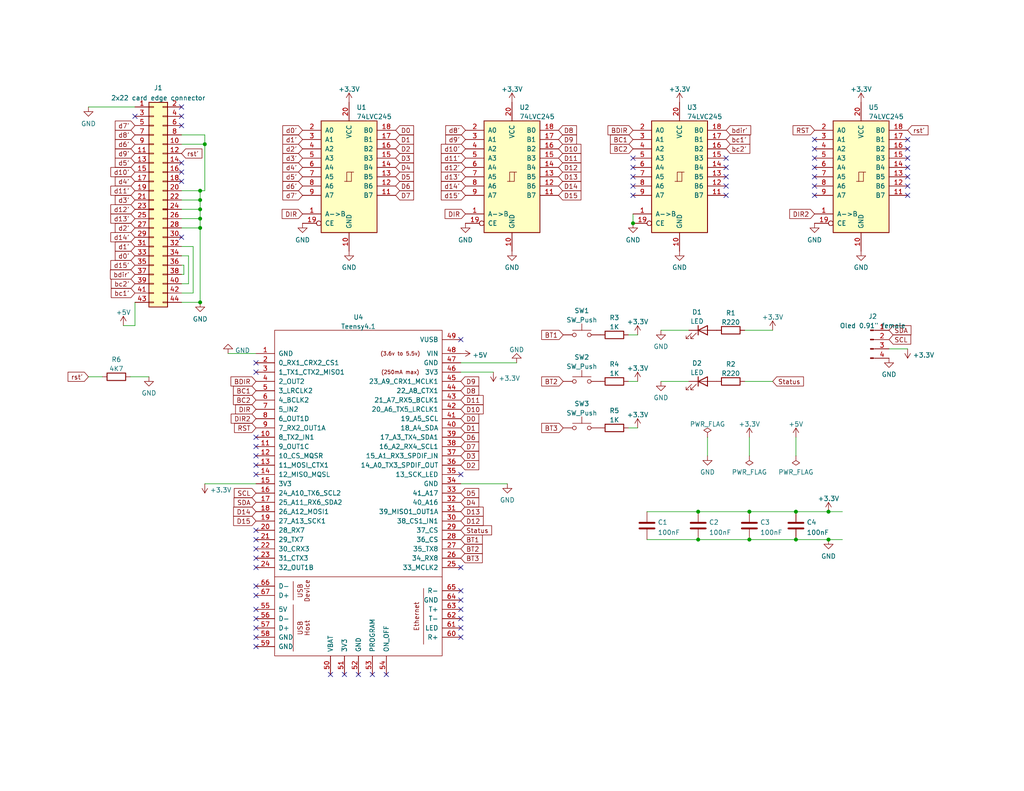
<source format=kicad_sch>
(kicad_sch (version 20211123) (generator eeschema)

  (uuid e63e39d7-6ac0-4ffd-8aa3-1841a4541b55)

  (paper "A")

  (title_block
    (title "RTO-Multicart")
    (date "2023-01-25")
    (rev "1.1a")
    (company "Andrea Ottaviani")
  )

  (lib_symbols
    (symbol "74xx:74LS245" (pin_names (offset 1.016)) (in_bom yes) (on_board yes)
      (property "Reference" "U" (id 0) (at -7.62 16.51 0)
        (effects (font (size 1.27 1.27)))
      )
      (property "Value" "74LS245" (id 1) (at -7.62 -16.51 0)
        (effects (font (size 1.27 1.27)))
      )
      (property "Footprint" "" (id 2) (at 0 0 0)
        (effects (font (size 1.27 1.27)) hide)
      )
      (property "Datasheet" "http://www.ti.com/lit/gpn/sn74LS245" (id 3) (at 0 0 0)
        (effects (font (size 1.27 1.27)) hide)
      )
      (property "ki_locked" "" (id 4) (at 0 0 0)
        (effects (font (size 1.27 1.27)))
      )
      (property "ki_keywords" "TTL BUS 3State" (id 5) (at 0 0 0)
        (effects (font (size 1.27 1.27)) hide)
      )
      (property "ki_description" "Octal BUS Transceivers, 3-State outputs" (id 6) (at 0 0 0)
        (effects (font (size 1.27 1.27)) hide)
      )
      (property "ki_fp_filters" "DIP?20*" (id 7) (at 0 0 0)
        (effects (font (size 1.27 1.27)) hide)
      )
      (symbol "74LS245_1_0"
        (polyline
          (pts
            (xy -0.635 -1.27)
            (xy -0.635 1.27)
            (xy 0.635 1.27)
          )
          (stroke (width 0) (type default) (color 0 0 0 0))
          (fill (type none))
        )
        (polyline
          (pts
            (xy -1.27 -1.27)
            (xy 0.635 -1.27)
            (xy 0.635 1.27)
            (xy 1.27 1.27)
          )
          (stroke (width 0) (type default) (color 0 0 0 0))
          (fill (type none))
        )
        (pin input line (at -12.7 -10.16 0) (length 5.08)
          (name "A->B" (effects (font (size 1.27 1.27))))
          (number "1" (effects (font (size 1.27 1.27))))
        )
        (pin power_in line (at 0 -20.32 90) (length 5.08)
          (name "GND" (effects (font (size 1.27 1.27))))
          (number "10" (effects (font (size 1.27 1.27))))
        )
        (pin tri_state line (at 12.7 -5.08 180) (length 5.08)
          (name "B7" (effects (font (size 1.27 1.27))))
          (number "11" (effects (font (size 1.27 1.27))))
        )
        (pin tri_state line (at 12.7 -2.54 180) (length 5.08)
          (name "B6" (effects (font (size 1.27 1.27))))
          (number "12" (effects (font (size 1.27 1.27))))
        )
        (pin tri_state line (at 12.7 0 180) (length 5.08)
          (name "B5" (effects (font (size 1.27 1.27))))
          (number "13" (effects (font (size 1.27 1.27))))
        )
        (pin tri_state line (at 12.7 2.54 180) (length 5.08)
          (name "B4" (effects (font (size 1.27 1.27))))
          (number "14" (effects (font (size 1.27 1.27))))
        )
        (pin tri_state line (at 12.7 5.08 180) (length 5.08)
          (name "B3" (effects (font (size 1.27 1.27))))
          (number "15" (effects (font (size 1.27 1.27))))
        )
        (pin tri_state line (at 12.7 7.62 180) (length 5.08)
          (name "B2" (effects (font (size 1.27 1.27))))
          (number "16" (effects (font (size 1.27 1.27))))
        )
        (pin tri_state line (at 12.7 10.16 180) (length 5.08)
          (name "B1" (effects (font (size 1.27 1.27))))
          (number "17" (effects (font (size 1.27 1.27))))
        )
        (pin tri_state line (at 12.7 12.7 180) (length 5.08)
          (name "B0" (effects (font (size 1.27 1.27))))
          (number "18" (effects (font (size 1.27 1.27))))
        )
        (pin input inverted (at -12.7 -12.7 0) (length 5.08)
          (name "CE" (effects (font (size 1.27 1.27))))
          (number "19" (effects (font (size 1.27 1.27))))
        )
        (pin tri_state line (at -12.7 12.7 0) (length 5.08)
          (name "A0" (effects (font (size 1.27 1.27))))
          (number "2" (effects (font (size 1.27 1.27))))
        )
        (pin power_in line (at 0 20.32 270) (length 5.08)
          (name "VCC" (effects (font (size 1.27 1.27))))
          (number "20" (effects (font (size 1.27 1.27))))
        )
        (pin tri_state line (at -12.7 10.16 0) (length 5.08)
          (name "A1" (effects (font (size 1.27 1.27))))
          (number "3" (effects (font (size 1.27 1.27))))
        )
        (pin tri_state line (at -12.7 7.62 0) (length 5.08)
          (name "A2" (effects (font (size 1.27 1.27))))
          (number "4" (effects (font (size 1.27 1.27))))
        )
        (pin tri_state line (at -12.7 5.08 0) (length 5.08)
          (name "A3" (effects (font (size 1.27 1.27))))
          (number "5" (effects (font (size 1.27 1.27))))
        )
        (pin tri_state line (at -12.7 2.54 0) (length 5.08)
          (name "A4" (effects (font (size 1.27 1.27))))
          (number "6" (effects (font (size 1.27 1.27))))
        )
        (pin tri_state line (at -12.7 0 0) (length 5.08)
          (name "A5" (effects (font (size 1.27 1.27))))
          (number "7" (effects (font (size 1.27 1.27))))
        )
        (pin tri_state line (at -12.7 -2.54 0) (length 5.08)
          (name "A6" (effects (font (size 1.27 1.27))))
          (number "8" (effects (font (size 1.27 1.27))))
        )
        (pin tri_state line (at -12.7 -5.08 0) (length 5.08)
          (name "A7" (effects (font (size 1.27 1.27))))
          (number "9" (effects (font (size 1.27 1.27))))
        )
      )
      (symbol "74LS245_1_1"
        (rectangle (start -7.62 15.24) (end 7.62 -15.24)
          (stroke (width 0.254) (type default) (color 0 0 0 0))
          (fill (type background))
        )
      )
    )
    (symbol "Connector:Conn_01x04_Male" (pin_names (offset 1.016) hide) (in_bom yes) (on_board yes)
      (property "Reference" "J" (id 0) (at 0 5.08 0)
        (effects (font (size 1.27 1.27)))
      )
      (property "Value" "Conn_01x04_Male" (id 1) (at 0 -7.62 0)
        (effects (font (size 1.27 1.27)))
      )
      (property "Footprint" "" (id 2) (at 0 0 0)
        (effects (font (size 1.27 1.27)) hide)
      )
      (property "Datasheet" "~" (id 3) (at 0 0 0)
        (effects (font (size 1.27 1.27)) hide)
      )
      (property "ki_keywords" "connector" (id 4) (at 0 0 0)
        (effects (font (size 1.27 1.27)) hide)
      )
      (property "ki_description" "Generic connector, single row, 01x04, script generated (kicad-library-utils/schlib/autogen/connector/)" (id 5) (at 0 0 0)
        (effects (font (size 1.27 1.27)) hide)
      )
      (property "ki_fp_filters" "Connector*:*_1x??_*" (id 6) (at 0 0 0)
        (effects (font (size 1.27 1.27)) hide)
      )
      (symbol "Conn_01x04_Male_1_1"
        (polyline
          (pts
            (xy 1.27 -5.08)
            (xy 0.8636 -5.08)
          )
          (stroke (width 0.1524) (type default) (color 0 0 0 0))
          (fill (type none))
        )
        (polyline
          (pts
            (xy 1.27 -2.54)
            (xy 0.8636 -2.54)
          )
          (stroke (width 0.1524) (type default) (color 0 0 0 0))
          (fill (type none))
        )
        (polyline
          (pts
            (xy 1.27 0)
            (xy 0.8636 0)
          )
          (stroke (width 0.1524) (type default) (color 0 0 0 0))
          (fill (type none))
        )
        (polyline
          (pts
            (xy 1.27 2.54)
            (xy 0.8636 2.54)
          )
          (stroke (width 0.1524) (type default) (color 0 0 0 0))
          (fill (type none))
        )
        (rectangle (start 0.8636 -4.953) (end 0 -5.207)
          (stroke (width 0.1524) (type default) (color 0 0 0 0))
          (fill (type outline))
        )
        (rectangle (start 0.8636 -2.413) (end 0 -2.667)
          (stroke (width 0.1524) (type default) (color 0 0 0 0))
          (fill (type outline))
        )
        (rectangle (start 0.8636 0.127) (end 0 -0.127)
          (stroke (width 0.1524) (type default) (color 0 0 0 0))
          (fill (type outline))
        )
        (rectangle (start 0.8636 2.667) (end 0 2.413)
          (stroke (width 0.1524) (type default) (color 0 0 0 0))
          (fill (type outline))
        )
        (pin passive line (at 5.08 2.54 180) (length 3.81)
          (name "Pin_1" (effects (font (size 1.27 1.27))))
          (number "1" (effects (font (size 1.27 1.27))))
        )
        (pin passive line (at 5.08 0 180) (length 3.81)
          (name "Pin_2" (effects (font (size 1.27 1.27))))
          (number "2" (effects (font (size 1.27 1.27))))
        )
        (pin passive line (at 5.08 -2.54 180) (length 3.81)
          (name "Pin_3" (effects (font (size 1.27 1.27))))
          (number "3" (effects (font (size 1.27 1.27))))
        )
        (pin passive line (at 5.08 -5.08 180) (length 3.81)
          (name "Pin_4" (effects (font (size 1.27 1.27))))
          (number "4" (effects (font (size 1.27 1.27))))
        )
      )
    )
    (symbol "Device:C" (pin_numbers hide) (pin_names (offset 0.254)) (in_bom yes) (on_board yes)
      (property "Reference" "C" (id 0) (at 0.635 2.54 0)
        (effects (font (size 1.27 1.27)) (justify left))
      )
      (property "Value" "C" (id 1) (at 0.635 -2.54 0)
        (effects (font (size 1.27 1.27)) (justify left))
      )
      (property "Footprint" "" (id 2) (at 0.9652 -3.81 0)
        (effects (font (size 1.27 1.27)) hide)
      )
      (property "Datasheet" "~" (id 3) (at 0 0 0)
        (effects (font (size 1.27 1.27)) hide)
      )
      (property "ki_keywords" "cap capacitor" (id 4) (at 0 0 0)
        (effects (font (size 1.27 1.27)) hide)
      )
      (property "ki_description" "Unpolarized capacitor" (id 5) (at 0 0 0)
        (effects (font (size 1.27 1.27)) hide)
      )
      (property "ki_fp_filters" "C_*" (id 6) (at 0 0 0)
        (effects (font (size 1.27 1.27)) hide)
      )
      (symbol "C_0_1"
        (polyline
          (pts
            (xy -2.032 -0.762)
            (xy 2.032 -0.762)
          )
          (stroke (width 0.508) (type default) (color 0 0 0 0))
          (fill (type none))
        )
        (polyline
          (pts
            (xy -2.032 0.762)
            (xy 2.032 0.762)
          )
          (stroke (width 0.508) (type default) (color 0 0 0 0))
          (fill (type none))
        )
      )
      (symbol "C_1_1"
        (pin passive line (at 0 3.81 270) (length 2.794)
          (name "~" (effects (font (size 1.27 1.27))))
          (number "1" (effects (font (size 1.27 1.27))))
        )
        (pin passive line (at 0 -3.81 90) (length 2.794)
          (name "~" (effects (font (size 1.27 1.27))))
          (number "2" (effects (font (size 1.27 1.27))))
        )
      )
    )
    (symbol "Device:LED" (pin_numbers hide) (pin_names (offset 1.016) hide) (in_bom yes) (on_board yes)
      (property "Reference" "D" (id 0) (at 0 2.54 0)
        (effects (font (size 1.27 1.27)))
      )
      (property "Value" "LED" (id 1) (at 0 -2.54 0)
        (effects (font (size 1.27 1.27)))
      )
      (property "Footprint" "" (id 2) (at 0 0 0)
        (effects (font (size 1.27 1.27)) hide)
      )
      (property "Datasheet" "~" (id 3) (at 0 0 0)
        (effects (font (size 1.27 1.27)) hide)
      )
      (property "ki_keywords" "LED diode" (id 4) (at 0 0 0)
        (effects (font (size 1.27 1.27)) hide)
      )
      (property "ki_description" "Light emitting diode" (id 5) (at 0 0 0)
        (effects (font (size 1.27 1.27)) hide)
      )
      (property "ki_fp_filters" "LED* LED_SMD:* LED_THT:*" (id 6) (at 0 0 0)
        (effects (font (size 1.27 1.27)) hide)
      )
      (symbol "LED_0_1"
        (polyline
          (pts
            (xy -1.27 -1.27)
            (xy -1.27 1.27)
          )
          (stroke (width 0.254) (type default) (color 0 0 0 0))
          (fill (type none))
        )
        (polyline
          (pts
            (xy -1.27 0)
            (xy 1.27 0)
          )
          (stroke (width 0) (type default) (color 0 0 0 0))
          (fill (type none))
        )
        (polyline
          (pts
            (xy 1.27 -1.27)
            (xy 1.27 1.27)
            (xy -1.27 0)
            (xy 1.27 -1.27)
          )
          (stroke (width 0.254) (type default) (color 0 0 0 0))
          (fill (type none))
        )
        (polyline
          (pts
            (xy -3.048 -0.762)
            (xy -4.572 -2.286)
            (xy -3.81 -2.286)
            (xy -4.572 -2.286)
            (xy -4.572 -1.524)
          )
          (stroke (width 0) (type default) (color 0 0 0 0))
          (fill (type none))
        )
        (polyline
          (pts
            (xy -1.778 -0.762)
            (xy -3.302 -2.286)
            (xy -2.54 -2.286)
            (xy -3.302 -2.286)
            (xy -3.302 -1.524)
          )
          (stroke (width 0) (type default) (color 0 0 0 0))
          (fill (type none))
        )
      )
      (symbol "LED_1_1"
        (pin passive line (at -3.81 0 0) (length 2.54)
          (name "K" (effects (font (size 1.27 1.27))))
          (number "1" (effects (font (size 1.27 1.27))))
        )
        (pin passive line (at 3.81 0 180) (length 2.54)
          (name "A" (effects (font (size 1.27 1.27))))
          (number "2" (effects (font (size 1.27 1.27))))
        )
      )
    )
    (symbol "Device:R" (pin_numbers hide) (pin_names (offset 0)) (in_bom yes) (on_board yes)
      (property "Reference" "R" (id 0) (at 2.032 0 90)
        (effects (font (size 1.27 1.27)))
      )
      (property "Value" "R" (id 1) (at 0 0 90)
        (effects (font (size 1.27 1.27)))
      )
      (property "Footprint" "" (id 2) (at -1.778 0 90)
        (effects (font (size 1.27 1.27)) hide)
      )
      (property "Datasheet" "~" (id 3) (at 0 0 0)
        (effects (font (size 1.27 1.27)) hide)
      )
      (property "ki_keywords" "R res resistor" (id 4) (at 0 0 0)
        (effects (font (size 1.27 1.27)) hide)
      )
      (property "ki_description" "Resistor" (id 5) (at 0 0 0)
        (effects (font (size 1.27 1.27)) hide)
      )
      (property "ki_fp_filters" "R_*" (id 6) (at 0 0 0)
        (effects (font (size 1.27 1.27)) hide)
      )
      (symbol "R_0_1"
        (rectangle (start -1.016 -2.54) (end 1.016 2.54)
          (stroke (width 0.254) (type default) (color 0 0 0 0))
          (fill (type none))
        )
      )
      (symbol "R_1_1"
        (pin passive line (at 0 3.81 270) (length 1.27)
          (name "~" (effects (font (size 1.27 1.27))))
          (number "1" (effects (font (size 1.27 1.27))))
        )
        (pin passive line (at 0 -3.81 90) (length 1.27)
          (name "~" (effects (font (size 1.27 1.27))))
          (number "2" (effects (font (size 1.27 1.27))))
        )
      )
    )
    (symbol "Evan's misc parts:2x22 card edge connector" (pin_names (offset 1.016) hide) (in_bom yes) (on_board yes)
      (property "Reference" "J" (id 0) (at 1.27 15.24 0)
        (effects (font (size 1.27 1.27)))
      )
      (property "Value" "2x22 card edge connector" (id 1) (at 1.27 -43.18 0)
        (effects (font (size 1.27 1.27)))
      )
      (property "Footprint" "" (id 2) (at 0 0 0)
        (effects (font (size 1.27 1.27)) hide)
      )
      (property "Datasheet" "~" (id 3) (at 0 0 0)
        (effects (font (size 1.27 1.27)) hide)
      )
      (property "ki_keywords" "connector" (id 4) (at 0 0 0)
        (effects (font (size 1.27 1.27)) hide)
      )
      (property "ki_description" "Generic connector, double row, 02x22, Even odd pin numbering" (id 5) (at 0 0 0)
        (effects (font (size 1.27 1.27)) hide)
      )
      (property "ki_fp_filters" "Connector*:*_2x??_*" (id 6) (at 0 0 0)
        (effects (font (size 1.27 1.27)) hide)
      )
      (symbol "2x22 card edge connector_1_1"
        (rectangle (start -1.27 -40.513) (end 0 -40.767)
          (stroke (width 0.1524) (type default) (color 0 0 0 0))
          (fill (type none))
        )
        (rectangle (start -1.27 -37.973) (end 0 -38.227)
          (stroke (width 0.1524) (type default) (color 0 0 0 0))
          (fill (type none))
        )
        (rectangle (start -1.27 -35.433) (end 0 -35.687)
          (stroke (width 0.1524) (type default) (color 0 0 0 0))
          (fill (type none))
        )
        (rectangle (start -1.27 -32.893) (end 0 -33.147)
          (stroke (width 0.1524) (type default) (color 0 0 0 0))
          (fill (type none))
        )
        (rectangle (start -1.27 -30.353) (end 0 -30.607)
          (stroke (width 0.1524) (type default) (color 0 0 0 0))
          (fill (type none))
        )
        (rectangle (start -1.27 -27.813) (end 0 -28.067)
          (stroke (width 0.1524) (type default) (color 0 0 0 0))
          (fill (type none))
        )
        (rectangle (start -1.27 -25.273) (end 0 -25.527)
          (stroke (width 0.1524) (type default) (color 0 0 0 0))
          (fill (type none))
        )
        (rectangle (start -1.27 -22.733) (end 0 -22.987)
          (stroke (width 0.1524) (type default) (color 0 0 0 0))
          (fill (type none))
        )
        (rectangle (start -1.27 -20.193) (end 0 -20.447)
          (stroke (width 0.1524) (type default) (color 0 0 0 0))
          (fill (type none))
        )
        (rectangle (start -1.27 -17.653) (end 0 -17.907)
          (stroke (width 0.1524) (type default) (color 0 0 0 0))
          (fill (type none))
        )
        (rectangle (start -1.27 -15.113) (end 0 -15.367)
          (stroke (width 0.1524) (type default) (color 0 0 0 0))
          (fill (type none))
        )
        (rectangle (start -1.27 -15.113) (end 0 -15.367)
          (stroke (width 0.1524) (type default) (color 0 0 0 0))
          (fill (type none))
        )
        (rectangle (start -1.27 -12.573) (end 0 -12.827)
          (stroke (width 0.1524) (type default) (color 0 0 0 0))
          (fill (type none))
        )
        (rectangle (start -1.27 -10.033) (end 0 -10.287)
          (stroke (width 0.1524) (type default) (color 0 0 0 0))
          (fill (type none))
        )
        (rectangle (start -1.27 -7.493) (end 0 -7.747)
          (stroke (width 0.1524) (type default) (color 0 0 0 0))
          (fill (type none))
        )
        (rectangle (start -1.27 -4.953) (end 0 -5.207)
          (stroke (width 0.1524) (type default) (color 0 0 0 0))
          (fill (type none))
        )
        (rectangle (start -1.27 -2.413) (end 0 -2.667)
          (stroke (width 0.1524) (type default) (color 0 0 0 0))
          (fill (type none))
        )
        (rectangle (start -1.27 0.127) (end 0 -0.127)
          (stroke (width 0.1524) (type default) (color 0 0 0 0))
          (fill (type none))
        )
        (rectangle (start -1.27 2.667) (end 0 2.413)
          (stroke (width 0.1524) (type default) (color 0 0 0 0))
          (fill (type none))
        )
        (rectangle (start -1.27 5.207) (end 0 4.953)
          (stroke (width 0.1524) (type default) (color 0 0 0 0))
          (fill (type none))
        )
        (rectangle (start -1.27 7.747) (end 0 7.493)
          (stroke (width 0.1524) (type default) (color 0 0 0 0))
          (fill (type none))
        )
        (rectangle (start -1.27 10.287) (end 0 10.033)
          (stroke (width 0.1524) (type default) (color 0 0 0 0))
          (fill (type none))
        )
        (rectangle (start -1.27 12.827) (end 0 12.573)
          (stroke (width 0.1524) (type default) (color 0 0 0 0))
          (fill (type none))
        )
        (rectangle (start -1.27 13.97) (end 3.81 -41.91)
          (stroke (width 0.254) (type default) (color 0 0 0 0))
          (fill (type background))
        )
        (rectangle (start 3.81 -40.513) (end 2.54 -40.767)
          (stroke (width 0.1524) (type default) (color 0 0 0 0))
          (fill (type none))
        )
        (rectangle (start 3.81 -37.973) (end 2.54 -38.227)
          (stroke (width 0.1524) (type default) (color 0 0 0 0))
          (fill (type none))
        )
        (rectangle (start 3.81 -35.433) (end 2.54 -35.687)
          (stroke (width 0.1524) (type default) (color 0 0 0 0))
          (fill (type none))
        )
        (rectangle (start 3.81 -32.893) (end 2.54 -33.147)
          (stroke (width 0.1524) (type default) (color 0 0 0 0))
          (fill (type none))
        )
        (rectangle (start 3.81 -30.353) (end 2.54 -30.607)
          (stroke (width 0.1524) (type default) (color 0 0 0 0))
          (fill (type none))
        )
        (rectangle (start 3.81 -27.813) (end 2.54 -28.067)
          (stroke (width 0.1524) (type default) (color 0 0 0 0))
          (fill (type none))
        )
        (rectangle (start 3.81 -25.273) (end 2.54 -25.527)
          (stroke (width 0.1524) (type default) (color 0 0 0 0))
          (fill (type none))
        )
        (rectangle (start 3.81 -22.733) (end 2.54 -22.987)
          (stroke (width 0.1524) (type default) (color 0 0 0 0))
          (fill (type none))
        )
        (rectangle (start 3.81 -20.193) (end 2.54 -20.447)
          (stroke (width 0.1524) (type default) (color 0 0 0 0))
          (fill (type none))
        )
        (rectangle (start 3.81 -17.653) (end 2.54 -17.907)
          (stroke (width 0.1524) (type default) (color 0 0 0 0))
          (fill (type none))
        )
        (rectangle (start 3.81 -15.113) (end 2.54 -15.367)
          (stroke (width 0.1524) (type default) (color 0 0 0 0))
          (fill (type none))
        )
        (rectangle (start 3.81 -15.113) (end 2.54 -15.367)
          (stroke (width 0.1524) (type default) (color 0 0 0 0))
          (fill (type none))
        )
        (rectangle (start 3.81 -12.573) (end 2.54 -12.827)
          (stroke (width 0.1524) (type default) (color 0 0 0 0))
          (fill (type none))
        )
        (rectangle (start 3.81 -10.033) (end 2.54 -10.287)
          (stroke (width 0.1524) (type default) (color 0 0 0 0))
          (fill (type none))
        )
        (rectangle (start 3.81 -7.493) (end 2.54 -7.747)
          (stroke (width 0.1524) (type default) (color 0 0 0 0))
          (fill (type none))
        )
        (rectangle (start 3.81 -4.953) (end 2.54 -5.207)
          (stroke (width 0.1524) (type default) (color 0 0 0 0))
          (fill (type none))
        )
        (rectangle (start 3.81 -2.413) (end 2.54 -2.667)
          (stroke (width 0.1524) (type default) (color 0 0 0 0))
          (fill (type none))
        )
        (rectangle (start 3.81 0.127) (end 2.54 -0.127)
          (stroke (width 0.1524) (type default) (color 0 0 0 0))
          (fill (type none))
        )
        (rectangle (start 3.81 2.667) (end 2.54 2.413)
          (stroke (width 0.1524) (type default) (color 0 0 0 0))
          (fill (type none))
        )
        (rectangle (start 3.81 5.207) (end 2.54 4.953)
          (stroke (width 0.1524) (type default) (color 0 0 0 0))
          (fill (type none))
        )
        (rectangle (start 3.81 7.747) (end 2.54 7.493)
          (stroke (width 0.1524) (type default) (color 0 0 0 0))
          (fill (type none))
        )
        (rectangle (start 3.81 10.287) (end 2.54 10.033)
          (stroke (width 0.1524) (type default) (color 0 0 0 0))
          (fill (type none))
        )
        (rectangle (start 3.81 12.827) (end 2.54 12.573)
          (stroke (width 0.1524) (type default) (color 0 0 0 0))
          (fill (type none))
        )
        (pin passive line (at -5.08 12.7 0) (length 3.81)
          (name "Pin_1" (effects (font (size 1.27 1.27))))
          (number "1" (effects (font (size 1.27 1.27))))
        )
        (pin passive line (at 7.62 2.54 180) (length 3.81)
          (name "Pin_10" (effects (font (size 1.27 1.27))))
          (number "10" (effects (font (size 1.27 1.27))))
        )
        (pin passive line (at -5.08 0 0) (length 3.81)
          (name "Pin_11" (effects (font (size 1.27 1.27))))
          (number "11" (effects (font (size 1.27 1.27))))
        )
        (pin passive line (at 7.62 0 180) (length 3.81)
          (name "Pin_12" (effects (font (size 1.27 1.27))))
          (number "12" (effects (font (size 1.27 1.27))))
        )
        (pin passive line (at -5.08 -2.54 0) (length 3.81)
          (name "Pin_13" (effects (font (size 1.27 1.27))))
          (number "13" (effects (font (size 1.27 1.27))))
        )
        (pin passive line (at 7.62 -2.54 180) (length 3.81)
          (name "Pin_14" (effects (font (size 1.27 1.27))))
          (number "14" (effects (font (size 1.27 1.27))))
        )
        (pin passive line (at -5.08 -5.08 0) (length 3.81)
          (name "Pin_15" (effects (font (size 1.27 1.27))))
          (number "15" (effects (font (size 1.27 1.27))))
        )
        (pin passive line (at 7.62 -5.08 180) (length 3.81)
          (name "Pin_16" (effects (font (size 1.27 1.27))))
          (number "16" (effects (font (size 1.27 1.27))))
        )
        (pin passive line (at -5.08 -7.62 0) (length 3.81)
          (name "Pin_17" (effects (font (size 1.27 1.27))))
          (number "17" (effects (font (size 1.27 1.27))))
        )
        (pin passive line (at 7.62 -7.62 180) (length 3.81)
          (name "Pin_18" (effects (font (size 1.27 1.27))))
          (number "18" (effects (font (size 1.27 1.27))))
        )
        (pin passive line (at -5.08 -10.16 0) (length 3.81)
          (name "Pin_19" (effects (font (size 1.27 1.27))))
          (number "19" (effects (font (size 1.27 1.27))))
        )
        (pin passive line (at 7.62 12.7 180) (length 3.81)
          (name "Pin_2" (effects (font (size 1.27 1.27))))
          (number "2" (effects (font (size 1.27 1.27))))
        )
        (pin passive line (at 7.62 -10.16 180) (length 3.81)
          (name "Pin_20" (effects (font (size 1.27 1.27))))
          (number "20" (effects (font (size 1.27 1.27))))
        )
        (pin passive line (at -5.08 -12.7 0) (length 3.81)
          (name "Pin_21" (effects (font (size 1.27 1.27))))
          (number "21" (effects (font (size 1.27 1.27))))
        )
        (pin passive line (at 7.62 -12.7 180) (length 3.81)
          (name "Pin_22" (effects (font (size 1.27 1.27))))
          (number "22" (effects (font (size 1.27 1.27))))
        )
        (pin passive line (at -5.08 -15.24 0) (length 3.81)
          (name "Pin_23" (effects (font (size 1.27 1.27))))
          (number "23" (effects (font (size 1.27 1.27))))
        )
        (pin passive line (at 7.62 -15.24 180) (length 3.81)
          (name "Pin_24" (effects (font (size 1.27 1.27))))
          (number "24" (effects (font (size 1.27 1.27))))
        )
        (pin passive line (at -5.08 -17.78 0) (length 3.81)
          (name "Pin_25" (effects (font (size 1.27 1.27))))
          (number "25" (effects (font (size 1.27 1.27))))
        )
        (pin passive line (at 7.62 -17.78 180) (length 3.81)
          (name "Pin_26" (effects (font (size 1.27 1.27))))
          (number "26" (effects (font (size 1.27 1.27))))
        )
        (pin passive line (at -5.08 -20.32 0) (length 3.81)
          (name "Pin_27" (effects (font (size 1.27 1.27))))
          (number "27" (effects (font (size 1.27 1.27))))
        )
        (pin passive line (at 7.62 -20.32 180) (length 3.81)
          (name "Pin_28" (effects (font (size 1.27 1.27))))
          (number "28" (effects (font (size 1.27 1.27))))
        )
        (pin passive line (at -5.08 -22.86 0) (length 3.81)
          (name "Pin_29" (effects (font (size 1.27 1.27))))
          (number "29" (effects (font (size 1.27 1.27))))
        )
        (pin passive line (at -5.08 10.16 0) (length 3.81)
          (name "Pin_3" (effects (font (size 1.27 1.27))))
          (number "3" (effects (font (size 1.27 1.27))))
        )
        (pin passive line (at 7.62 -22.86 180) (length 3.81)
          (name "Pin_30" (effects (font (size 1.27 1.27))))
          (number "30" (effects (font (size 1.27 1.27))))
        )
        (pin passive line (at -5.08 -25.4 0) (length 3.81)
          (name "Pin_31" (effects (font (size 1.27 1.27))))
          (number "31" (effects (font (size 1.27 1.27))))
        )
        (pin passive line (at 7.62 -25.4 180) (length 3.81)
          (name "Pin_32" (effects (font (size 1.27 1.27))))
          (number "32" (effects (font (size 1.27 1.27))))
        )
        (pin passive line (at -5.08 -27.94 0) (length 3.81)
          (name "Pin_33" (effects (font (size 1.27 1.27))))
          (number "33" (effects (font (size 1.27 1.27))))
        )
        (pin passive line (at 7.62 -27.94 180) (length 3.81)
          (name "Pin_34" (effects (font (size 1.27 1.27))))
          (number "34" (effects (font (size 1.27 1.27))))
        )
        (pin passive line (at -5.08 -30.48 0) (length 3.81)
          (name "Pin_35" (effects (font (size 1.27 1.27))))
          (number "35" (effects (font (size 1.27 1.27))))
        )
        (pin passive line (at 7.62 -30.48 180) (length 3.81)
          (name "Pin_36" (effects (font (size 1.27 1.27))))
          (number "36" (effects (font (size 1.27 1.27))))
        )
        (pin passive line (at -5.08 -33.02 0) (length 3.81)
          (name "Pin_37" (effects (font (size 1.27 1.27))))
          (number "37" (effects (font (size 1.27 1.27))))
        )
        (pin passive line (at 7.62 -33.02 180) (length 3.81)
          (name "Pin_38" (effects (font (size 1.27 1.27))))
          (number "38" (effects (font (size 1.27 1.27))))
        )
        (pin passive line (at -5.08 -35.56 0) (length 3.81)
          (name "Pin_39" (effects (font (size 1.27 1.27))))
          (number "39" (effects (font (size 1.27 1.27))))
        )
        (pin passive line (at 7.62 10.16 180) (length 3.81)
          (name "Pin_4" (effects (font (size 1.27 1.27))))
          (number "4" (effects (font (size 1.27 1.27))))
        )
        (pin passive line (at 7.62 -35.56 180) (length 3.81)
          (name "Pin_40" (effects (font (size 1.27 1.27))))
          (number "40" (effects (font (size 1.27 1.27))))
        )
        (pin passive line (at -5.08 -38.1 0) (length 3.81)
          (name "Pin_41" (effects (font (size 1.27 1.27))))
          (number "41" (effects (font (size 1.27 1.27))))
        )
        (pin passive line (at 7.62 -38.1 180) (length 3.81)
          (name "Pin_42" (effects (font (size 1.27 1.27))))
          (number "42" (effects (font (size 1.27 1.27))))
        )
        (pin passive line (at -5.08 -40.64 0) (length 3.81)
          (name "Pin_43" (effects (font (size 1.27 1.27))))
          (number "43" (effects (font (size 1.27 1.27))))
        )
        (pin passive line (at 7.62 -40.64 180) (length 3.81)
          (name "Pin_44" (effects (font (size 1.27 1.27))))
          (number "44" (effects (font (size 1.27 1.27))))
        )
        (pin passive line (at -5.08 7.62 0) (length 3.81)
          (name "Pin_5" (effects (font (size 1.27 1.27))))
          (number "5" (effects (font (size 1.27 1.27))))
        )
        (pin passive line (at 7.62 7.62 180) (length 3.81)
          (name "Pin_6" (effects (font (size 1.27 1.27))))
          (number "6" (effects (font (size 1.27 1.27))))
        )
        (pin passive line (at -5.08 5.08 0) (length 3.81)
          (name "Pin_7" (effects (font (size 1.27 1.27))))
          (number "7" (effects (font (size 1.27 1.27))))
        )
        (pin passive line (at 7.62 5.08 180) (length 3.81)
          (name "Pin_8" (effects (font (size 1.27 1.27))))
          (number "8" (effects (font (size 1.27 1.27))))
        )
        (pin passive line (at -5.08 2.54 0) (length 3.81)
          (name "Pin_9" (effects (font (size 1.27 1.27))))
          (number "9" (effects (font (size 1.27 1.27))))
        )
      )
    )
    (symbol "Switch:SW_Push" (pin_numbers hide) (pin_names (offset 1.016) hide) (in_bom yes) (on_board yes)
      (property "Reference" "SW" (id 0) (at 1.27 2.54 0)
        (effects (font (size 1.27 1.27)) (justify left))
      )
      (property "Value" "SW_Push" (id 1) (at 0 -1.524 0)
        (effects (font (size 1.27 1.27)))
      )
      (property "Footprint" "" (id 2) (at 0 5.08 0)
        (effects (font (size 1.27 1.27)) hide)
      )
      (property "Datasheet" "~" (id 3) (at 0 5.08 0)
        (effects (font (size 1.27 1.27)) hide)
      )
      (property "ki_keywords" "switch normally-open pushbutton push-button" (id 4) (at 0 0 0)
        (effects (font (size 1.27 1.27)) hide)
      )
      (property "ki_description" "Push button switch, generic, two pins" (id 5) (at 0 0 0)
        (effects (font (size 1.27 1.27)) hide)
      )
      (symbol "SW_Push_0_1"
        (circle (center -2.032 0) (radius 0.508)
          (stroke (width 0) (type default) (color 0 0 0 0))
          (fill (type none))
        )
        (polyline
          (pts
            (xy 0 1.27)
            (xy 0 3.048)
          )
          (stroke (width 0) (type default) (color 0 0 0 0))
          (fill (type none))
        )
        (polyline
          (pts
            (xy 2.54 1.27)
            (xy -2.54 1.27)
          )
          (stroke (width 0) (type default) (color 0 0 0 0))
          (fill (type none))
        )
        (circle (center 2.032 0) (radius 0.508)
          (stroke (width 0) (type default) (color 0 0 0 0))
          (fill (type none))
        )
        (pin passive line (at -5.08 0 0) (length 2.54)
          (name "1" (effects (font (size 1.27 1.27))))
          (number "1" (effects (font (size 1.27 1.27))))
        )
        (pin passive line (at 5.08 0 180) (length 2.54)
          (name "2" (effects (font (size 1.27 1.27))))
          (number "2" (effects (font (size 1.27 1.27))))
        )
      )
    )
    (symbol "power:+3.3V" (power) (pin_names (offset 0)) (in_bom yes) (on_board yes)
      (property "Reference" "#PWR" (id 0) (at 0 -3.81 0)
        (effects (font (size 1.27 1.27)) hide)
      )
      (property "Value" "+3.3V" (id 1) (at 0 3.556 0)
        (effects (font (size 1.27 1.27)))
      )
      (property "Footprint" "" (id 2) (at 0 0 0)
        (effects (font (size 1.27 1.27)) hide)
      )
      (property "Datasheet" "" (id 3) (at 0 0 0)
        (effects (font (size 1.27 1.27)) hide)
      )
      (property "ki_keywords" "power-flag" (id 4) (at 0 0 0)
        (effects (font (size 1.27 1.27)) hide)
      )
      (property "ki_description" "Power symbol creates a global label with name \"+3.3V\"" (id 5) (at 0 0 0)
        (effects (font (size 1.27 1.27)) hide)
      )
      (symbol "+3.3V_0_1"
        (polyline
          (pts
            (xy -0.762 1.27)
            (xy 0 2.54)
          )
          (stroke (width 0) (type default) (color 0 0 0 0))
          (fill (type none))
        )
        (polyline
          (pts
            (xy 0 0)
            (xy 0 2.54)
          )
          (stroke (width 0) (type default) (color 0 0 0 0))
          (fill (type none))
        )
        (polyline
          (pts
            (xy 0 2.54)
            (xy 0.762 1.27)
          )
          (stroke (width 0) (type default) (color 0 0 0 0))
          (fill (type none))
        )
      )
      (symbol "+3.3V_1_1"
        (pin power_in line (at 0 0 90) (length 0) hide
          (name "+3.3V" (effects (font (size 1.27 1.27))))
          (number "1" (effects (font (size 1.27 1.27))))
        )
      )
    )
    (symbol "power:+5V" (power) (pin_names (offset 0)) (in_bom yes) (on_board yes)
      (property "Reference" "#PWR" (id 0) (at 0 -3.81 0)
        (effects (font (size 1.27 1.27)) hide)
      )
      (property "Value" "+5V" (id 1) (at 0 3.556 0)
        (effects (font (size 1.27 1.27)))
      )
      (property "Footprint" "" (id 2) (at 0 0 0)
        (effects (font (size 1.27 1.27)) hide)
      )
      (property "Datasheet" "" (id 3) (at 0 0 0)
        (effects (font (size 1.27 1.27)) hide)
      )
      (property "ki_keywords" "power-flag" (id 4) (at 0 0 0)
        (effects (font (size 1.27 1.27)) hide)
      )
      (property "ki_description" "Power symbol creates a global label with name \"+5V\"" (id 5) (at 0 0 0)
        (effects (font (size 1.27 1.27)) hide)
      )
      (symbol "+5V_0_1"
        (polyline
          (pts
            (xy -0.762 1.27)
            (xy 0 2.54)
          )
          (stroke (width 0) (type default) (color 0 0 0 0))
          (fill (type none))
        )
        (polyline
          (pts
            (xy 0 0)
            (xy 0 2.54)
          )
          (stroke (width 0) (type default) (color 0 0 0 0))
          (fill (type none))
        )
        (polyline
          (pts
            (xy 0 2.54)
            (xy 0.762 1.27)
          )
          (stroke (width 0) (type default) (color 0 0 0 0))
          (fill (type none))
        )
      )
      (symbol "+5V_1_1"
        (pin power_in line (at 0 0 90) (length 0) hide
          (name "+5V" (effects (font (size 1.27 1.27))))
          (number "1" (effects (font (size 1.27 1.27))))
        )
      )
    )
    (symbol "power:GND" (power) (pin_names (offset 0)) (in_bom yes) (on_board yes)
      (property "Reference" "#PWR" (id 0) (at 0 -6.35 0)
        (effects (font (size 1.27 1.27)) hide)
      )
      (property "Value" "GND" (id 1) (at 0 -3.81 0)
        (effects (font (size 1.27 1.27)))
      )
      (property "Footprint" "" (id 2) (at 0 0 0)
        (effects (font (size 1.27 1.27)) hide)
      )
      (property "Datasheet" "" (id 3) (at 0 0 0)
        (effects (font (size 1.27 1.27)) hide)
      )
      (property "ki_keywords" "power-flag" (id 4) (at 0 0 0)
        (effects (font (size 1.27 1.27)) hide)
      )
      (property "ki_description" "Power symbol creates a global label with name \"GND\" , ground" (id 5) (at 0 0 0)
        (effects (font (size 1.27 1.27)) hide)
      )
      (symbol "GND_0_1"
        (polyline
          (pts
            (xy 0 0)
            (xy 0 -1.27)
            (xy 1.27 -1.27)
            (xy 0 -2.54)
            (xy -1.27 -1.27)
            (xy 0 -1.27)
          )
          (stroke (width 0) (type default) (color 0 0 0 0))
          (fill (type none))
        )
      )
      (symbol "GND_1_1"
        (pin power_in line (at 0 0 270) (length 0) hide
          (name "GND" (effects (font (size 1.27 1.27))))
          (number "1" (effects (font (size 1.27 1.27))))
        )
      )
    )
    (symbol "power:PWR_FLAG" (power) (pin_numbers hide) (pin_names (offset 0) hide) (in_bom yes) (on_board yes)
      (property "Reference" "#FLG" (id 0) (at 0 1.905 0)
        (effects (font (size 1.27 1.27)) hide)
      )
      (property "Value" "PWR_FLAG" (id 1) (at 0 3.81 0)
        (effects (font (size 1.27 1.27)))
      )
      (property "Footprint" "" (id 2) (at 0 0 0)
        (effects (font (size 1.27 1.27)) hide)
      )
      (property "Datasheet" "~" (id 3) (at 0 0 0)
        (effects (font (size 1.27 1.27)) hide)
      )
      (property "ki_keywords" "power-flag" (id 4) (at 0 0 0)
        (effects (font (size 1.27 1.27)) hide)
      )
      (property "ki_description" "Special symbol for telling ERC where power comes from" (id 5) (at 0 0 0)
        (effects (font (size 1.27 1.27)) hide)
      )
      (symbol "PWR_FLAG_0_0"
        (pin power_out line (at 0 0 90) (length 0)
          (name "pwr" (effects (font (size 1.27 1.27))))
          (number "1" (effects (font (size 1.27 1.27))))
        )
      )
      (symbol "PWR_FLAG_0_1"
        (polyline
          (pts
            (xy 0 0)
            (xy 0 1.27)
            (xy -1.016 1.905)
            (xy 0 2.54)
            (xy 1.016 1.905)
            (xy 0 1.27)
          )
          (stroke (width 0) (type default) (color 0 0 0 0))
          (fill (type none))
        )
      )
    )
    (symbol "teensy:Teensy4.1" (pin_names (offset 1.016)) (in_bom yes) (on_board yes)
      (property "Reference" "U" (id 0) (at 0 64.77 0)
        (effects (font (size 1.27 1.27)))
      )
      (property "Value" "Teensy4.1" (id 1) (at 0 62.23 0)
        (effects (font (size 1.27 1.27)))
      )
      (property "Footprint" "" (id 2) (at -10.16 10.16 0)
        (effects (font (size 1.27 1.27)) hide)
      )
      (property "Datasheet" "" (id 3) (at -10.16 10.16 0)
        (effects (font (size 1.27 1.27)) hide)
      )
      (symbol "Teensy4.1_0_0"
        (polyline
          (pts
            (xy -22.86 -6.35)
            (xy 22.86 -6.35)
          )
          (stroke (width 0) (type default) (color 0 0 0 0))
          (fill (type none))
        )
        (polyline
          (pts
            (xy -17.78 -26.67)
            (xy -17.78 -13.97)
          )
          (stroke (width 0) (type default) (color 0 0 0 0))
          (fill (type none))
        )
        (polyline
          (pts
            (xy -17.78 -7.62)
            (xy -17.78 -12.7)
          )
          (stroke (width 0) (type default) (color 0 0 0 0))
          (fill (type none))
        )
        (polyline
          (pts
            (xy 17.78 -9.525)
            (xy 17.78 -24.765)
          )
          (stroke (width 0) (type default) (color 0 0 0 0))
          (fill (type none))
        )
        (text "(250mA max)" (at 11.43 49.53 0)
          (effects (font (size 1.016 1.016)))
        )
        (text "(3.6v to 5.5v)" (at 11.43 54.61 0)
          (effects (font (size 1.016 1.016)))
        )
        (text "Device" (at -13.97 -10.16 900)
          (effects (font (size 1.27 1.27)))
        )
        (text "Ethernet" (at 15.875 -17.145 900)
          (effects (font (size 1.27 1.27)))
        )
        (text "Host" (at -13.97 -20.32 900)
          (effects (font (size 1.27 1.27)))
        )
        (text "USB" (at -15.875 -20.32 900)
          (effects (font (size 1.27 1.27)))
        )
        (text "USB" (at -15.875 -10.16 900)
          (effects (font (size 1.27 1.27)))
        )
        (pin bidirectional line (at -27.94 31.75 0) (length 5.08)
          (name "8_TX2_IN1" (effects (font (size 1.27 1.27))))
          (number "10" (effects (font (size 1.27 1.27))))
        )
        (pin bidirectional line (at -27.94 29.21 0) (length 5.08)
          (name "9_OUT1C" (effects (font (size 1.27 1.27))))
          (number "11" (effects (font (size 1.27 1.27))))
        )
        (pin bidirectional line (at -27.94 26.67 0) (length 5.08)
          (name "10_CS_MQSR" (effects (font (size 1.27 1.27))))
          (number "12" (effects (font (size 1.27 1.27))))
        )
        (pin bidirectional line (at -27.94 24.13 0) (length 5.08)
          (name "11_MOSI_CTX1" (effects (font (size 1.27 1.27))))
          (number "13" (effects (font (size 1.27 1.27))))
        )
        (pin bidirectional line (at -27.94 21.59 0) (length 5.08)
          (name "12_MISO_MQSL" (effects (font (size 1.27 1.27))))
          (number "14" (effects (font (size 1.27 1.27))))
        )
        (pin power_in line (at -27.94 19.05 0) (length 5.08)
          (name "3V3" (effects (font (size 1.27 1.27))))
          (number "15" (effects (font (size 1.27 1.27))))
        )
        (pin bidirectional line (at -27.94 16.51 0) (length 5.08)
          (name "24_A10_TX6_SCL2" (effects (font (size 1.27 1.27))))
          (number "16" (effects (font (size 1.27 1.27))))
        )
        (pin bidirectional line (at -27.94 13.97 0) (length 5.08)
          (name "25_A11_RX6_SDA2" (effects (font (size 1.27 1.27))))
          (number "17" (effects (font (size 1.27 1.27))))
        )
        (pin bidirectional line (at -27.94 11.43 0) (length 5.08)
          (name "26_A12_MOSI1" (effects (font (size 1.27 1.27))))
          (number "18" (effects (font (size 1.27 1.27))))
        )
        (pin bidirectional line (at -27.94 8.89 0) (length 5.08)
          (name "27_A13_SCK1" (effects (font (size 1.27 1.27))))
          (number "19" (effects (font (size 1.27 1.27))))
        )
        (pin bidirectional line (at -27.94 6.35 0) (length 5.08)
          (name "28_RX7" (effects (font (size 1.27 1.27))))
          (number "20" (effects (font (size 1.27 1.27))))
        )
        (pin bidirectional line (at -27.94 3.81 0) (length 5.08)
          (name "29_TX7" (effects (font (size 1.27 1.27))))
          (number "21" (effects (font (size 1.27 1.27))))
        )
        (pin bidirectional line (at -27.94 1.27 0) (length 5.08)
          (name "30_CRX3" (effects (font (size 1.27 1.27))))
          (number "22" (effects (font (size 1.27 1.27))))
        )
        (pin bidirectional line (at -27.94 -1.27 0) (length 5.08)
          (name "31_CTX3" (effects (font (size 1.27 1.27))))
          (number "23" (effects (font (size 1.27 1.27))))
        )
        (pin bidirectional line (at -27.94 -3.81 0) (length 5.08)
          (name "32_OUT1B" (effects (font (size 1.27 1.27))))
          (number "24" (effects (font (size 1.27 1.27))))
        )
        (pin bidirectional line (at 27.94 -3.81 180) (length 5.08)
          (name "33_MCLK2" (effects (font (size 1.27 1.27))))
          (number "25" (effects (font (size 1.27 1.27))))
        )
        (pin bidirectional line (at 27.94 -1.27 180) (length 5.08)
          (name "34_RX8" (effects (font (size 1.27 1.27))))
          (number "26" (effects (font (size 1.27 1.27))))
        )
        (pin bidirectional line (at 27.94 1.27 180) (length 5.08)
          (name "35_TX8" (effects (font (size 1.27 1.27))))
          (number "27" (effects (font (size 1.27 1.27))))
        )
        (pin bidirectional line (at 27.94 3.81 180) (length 5.08)
          (name "36_CS" (effects (font (size 1.27 1.27))))
          (number "28" (effects (font (size 1.27 1.27))))
        )
        (pin bidirectional line (at 27.94 6.35 180) (length 5.08)
          (name "37_CS" (effects (font (size 1.27 1.27))))
          (number "29" (effects (font (size 1.27 1.27))))
        )
        (pin bidirectional line (at 27.94 8.89 180) (length 5.08)
          (name "38_CS1_IN1" (effects (font (size 1.27 1.27))))
          (number "30" (effects (font (size 1.27 1.27))))
        )
        (pin bidirectional line (at 27.94 11.43 180) (length 5.08)
          (name "39_MISO1_OUT1A" (effects (font (size 1.27 1.27))))
          (number "31" (effects (font (size 1.27 1.27))))
        )
        (pin bidirectional line (at 27.94 13.97 180) (length 5.08)
          (name "40_A16" (effects (font (size 1.27 1.27))))
          (number "32" (effects (font (size 1.27 1.27))))
        )
        (pin bidirectional line (at 27.94 16.51 180) (length 5.08)
          (name "41_A17" (effects (font (size 1.27 1.27))))
          (number "33" (effects (font (size 1.27 1.27))))
        )
        (pin bidirectional line (at 27.94 21.59 180) (length 5.08)
          (name "13_SCK_LED" (effects (font (size 1.27 1.27))))
          (number "35" (effects (font (size 1.27 1.27))))
        )
        (pin bidirectional line (at 27.94 24.13 180) (length 5.08)
          (name "14_A0_TX3_SPDIF_OUT" (effects (font (size 1.27 1.27))))
          (number "36" (effects (font (size 1.27 1.27))))
        )
        (pin bidirectional line (at 27.94 26.67 180) (length 5.08)
          (name "15_A1_RX3_SPDIF_IN" (effects (font (size 1.27 1.27))))
          (number "37" (effects (font (size 1.27 1.27))))
        )
        (pin bidirectional line (at 27.94 29.21 180) (length 5.08)
          (name "16_A2_RX4_SCL1" (effects (font (size 1.27 1.27))))
          (number "38" (effects (font (size 1.27 1.27))))
        )
        (pin bidirectional line (at 27.94 31.75 180) (length 5.08)
          (name "17_A3_TX4_SDA1" (effects (font (size 1.27 1.27))))
          (number "39" (effects (font (size 1.27 1.27))))
        )
        (pin bidirectional line (at 27.94 34.29 180) (length 5.08)
          (name "18_A4_SDA" (effects (font (size 1.27 1.27))))
          (number "40" (effects (font (size 1.27 1.27))))
        )
        (pin bidirectional line (at 27.94 36.83 180) (length 5.08)
          (name "19_A5_SCL" (effects (font (size 1.27 1.27))))
          (number "41" (effects (font (size 1.27 1.27))))
        )
        (pin bidirectional line (at 27.94 39.37 180) (length 5.08)
          (name "20_A6_TX5_LRCLK1" (effects (font (size 1.27 1.27))))
          (number "42" (effects (font (size 1.27 1.27))))
        )
        (pin bidirectional line (at 27.94 41.91 180) (length 5.08)
          (name "21_A7_RX5_BCLK1" (effects (font (size 1.27 1.27))))
          (number "43" (effects (font (size 1.27 1.27))))
        )
        (pin bidirectional line (at 27.94 44.45 180) (length 5.08)
          (name "22_A8_CTX1" (effects (font (size 1.27 1.27))))
          (number "44" (effects (font (size 1.27 1.27))))
        )
        (pin bidirectional line (at 27.94 46.99 180) (length 5.08)
          (name "23_A9_CRX1_MCLK1" (effects (font (size 1.27 1.27))))
          (number "45" (effects (font (size 1.27 1.27))))
        )
        (pin output line (at 27.94 49.53 180) (length 5.08)
          (name "3V3" (effects (font (size 1.27 1.27))))
          (number "46" (effects (font (size 1.27 1.27))))
        )
        (pin output line (at 27.94 52.07 180) (length 5.08)
          (name "GND" (effects (font (size 1.27 1.27))))
          (number "47" (effects (font (size 1.27 1.27))))
        )
        (pin power_in line (at 27.94 54.61 180) (length 5.08)
          (name "VIN" (effects (font (size 1.27 1.27))))
          (number "48" (effects (font (size 1.27 1.27))))
        )
        (pin power_out line (at 27.94 58.42 180) (length 5.08)
          (name "VUSB" (effects (font (size 1.27 1.27))))
          (number "49" (effects (font (size 1.27 1.27))))
        )
        (pin bidirectional line (at -27.94 44.45 0) (length 5.08)
          (name "3_LRCLK2" (effects (font (size 1.27 1.27))))
          (number "5" (effects (font (size 1.27 1.27))))
        )
        (pin power_in line (at -7.62 -33.02 90) (length 5.08)
          (name "VBAT" (effects (font (size 1.27 1.27))))
          (number "50" (effects (font (size 1.27 1.27))))
        )
        (pin power_in line (at -3.81 -33.02 90) (length 5.08)
          (name "3V3" (effects (font (size 1.27 1.27))))
          (number "51" (effects (font (size 1.27 1.27))))
        )
        (pin input line (at 0 -33.02 90) (length 5.08)
          (name "GND" (effects (font (size 1.27 1.27))))
          (number "52" (effects (font (size 1.27 1.27))))
        )
        (pin input line (at 3.81 -33.02 90) (length 5.08)
          (name "PROGRAM" (effects (font (size 1.27 1.27))))
          (number "53" (effects (font (size 1.27 1.27))))
        )
        (pin input line (at 7.62 -33.02 90) (length 5.08)
          (name "ON_OFF" (effects (font (size 1.27 1.27))))
          (number "54" (effects (font (size 1.27 1.27))))
        )
        (pin power_out line (at -27.94 -15.24 0) (length 5.08)
          (name "5V" (effects (font (size 1.27 1.27))))
          (number "55" (effects (font (size 1.27 1.27))))
        )
        (pin bidirectional line (at -27.94 -17.78 0) (length 5.08)
          (name "D-" (effects (font (size 1.27 1.27))))
          (number "56" (effects (font (size 1.27 1.27))))
        )
        (pin bidirectional line (at -27.94 -20.32 0) (length 5.08)
          (name "D+" (effects (font (size 1.27 1.27))))
          (number "57" (effects (font (size 1.27 1.27))))
        )
        (pin power_in line (at -27.94 -22.86 0) (length 5.08)
          (name "GND" (effects (font (size 1.27 1.27))))
          (number "58" (effects (font (size 1.27 1.27))))
        )
        (pin power_in line (at -27.94 -25.4 0) (length 5.08)
          (name "GND" (effects (font (size 1.27 1.27))))
          (number "59" (effects (font (size 1.27 1.27))))
        )
        (pin bidirectional line (at -27.94 41.91 0) (length 5.08)
          (name "4_BCLK2" (effects (font (size 1.27 1.27))))
          (number "6" (effects (font (size 1.27 1.27))))
        )
        (pin bidirectional line (at 27.94 -22.86 180) (length 5.08)
          (name "R+" (effects (font (size 1.27 1.27))))
          (number "60" (effects (font (size 1.27 1.27))))
        )
        (pin bidirectional line (at 27.94 -20.32 180) (length 5.08)
          (name "LED" (effects (font (size 1.27 1.27))))
          (number "61" (effects (font (size 1.27 1.27))))
        )
        (pin bidirectional line (at 27.94 -17.78 180) (length 5.08)
          (name "T-" (effects (font (size 1.27 1.27))))
          (number "62" (effects (font (size 1.27 1.27))))
        )
        (pin bidirectional line (at 27.94 -15.24 180) (length 5.08)
          (name "T+" (effects (font (size 1.27 1.27))))
          (number "63" (effects (font (size 1.27 1.27))))
        )
        (pin power_in line (at 27.94 -12.7 180) (length 5.08)
          (name "GND" (effects (font (size 1.27 1.27))))
          (number "64" (effects (font (size 1.27 1.27))))
        )
        (pin bidirectional line (at 27.94 -10.16 180) (length 5.08)
          (name "R-" (effects (font (size 1.27 1.27))))
          (number "65" (effects (font (size 1.27 1.27))))
        )
        (pin bidirectional line (at -27.94 -8.89 0) (length 5.08)
          (name "D-" (effects (font (size 1.27 1.27))))
          (number "66" (effects (font (size 1.27 1.27))))
        )
        (pin bidirectional line (at -27.94 -11.43 0) (length 5.08)
          (name "D+" (effects (font (size 1.27 1.27))))
          (number "67" (effects (font (size 1.27 1.27))))
        )
        (pin bidirectional line (at -27.94 39.37 0) (length 5.08)
          (name "5_IN2" (effects (font (size 1.27 1.27))))
          (number "7" (effects (font (size 1.27 1.27))))
        )
        (pin bidirectional line (at -27.94 36.83 0) (length 5.08)
          (name "6_OUT1D" (effects (font (size 1.27 1.27))))
          (number "8" (effects (font (size 1.27 1.27))))
        )
        (pin bidirectional line (at -27.94 34.29 0) (length 5.08)
          (name "7_RX2_OUT1A" (effects (font (size 1.27 1.27))))
          (number "9" (effects (font (size 1.27 1.27))))
        )
      )
      (symbol "Teensy4.1_0_1"
        (rectangle (start -22.86 60.96) (end 22.86 -27.94)
          (stroke (width 0) (type default) (color 0 0 0 0))
          (fill (type none))
        )
        (rectangle (start -20.32 -1.27) (end -20.32 -1.27)
          (stroke (width 0) (type default) (color 0 0 0 0))
          (fill (type none))
        )
      )
      (symbol "Teensy4.1_1_1"
        (pin power_in line (at -27.94 54.61 0) (length 5.08)
          (name "GND" (effects (font (size 1.27 1.27))))
          (number "1" (effects (font (size 1.27 1.27))))
        )
        (pin bidirectional line (at -27.94 52.07 0) (length 5.08)
          (name "0_RX1_CRX2_CS1" (effects (font (size 1.27 1.27))))
          (number "2" (effects (font (size 1.27 1.27))))
        )
        (pin bidirectional line (at -27.94 49.53 0) (length 5.08)
          (name "1_TX1_CTX2_MISO1" (effects (font (size 1.27 1.27))))
          (number "3" (effects (font (size 1.27 1.27))))
        )
        (pin power_in line (at 27.94 19.05 180) (length 5.08)
          (name "GND" (effects (font (size 1.27 1.27))))
          (number "34" (effects (font (size 1.27 1.27))))
        )
        (pin bidirectional line (at -27.94 46.99 0) (length 5.08)
          (name "2_OUT2" (effects (font (size 1.27 1.27))))
          (number "4" (effects (font (size 1.27 1.27))))
        )
      )
    )
  )


  (junction (at 54.61 62.23) (diameter 0) (color 0 0 0 0)
    (uuid 0c1ea81f-f6c9-429d-864e-1dc5455f4bb4)
  )
  (junction (at 226.06 147.32) (diameter 0) (color 0 0 0 0)
    (uuid 1f0587f3-b3c1-4bf0-bc1e-665e5bf0c5a6)
  )
  (junction (at 190.5 147.32) (diameter 0) (color 0 0 0 0)
    (uuid 2acffaa6-6482-456d-9555-871b5d52f66b)
  )
  (junction (at 226.06 139.7) (diameter 0) (color 0 0 0 0)
    (uuid 38c91281-ecc8-42b4-a52f-01845231db1f)
  )
  (junction (at 54.61 82.55) (diameter 0) (color 0 0 0 0)
    (uuid 6036bd11-33cf-4c14-a557-da368bf48171)
  )
  (junction (at 190.5 139.7) (diameter 0) (color 0 0 0 0)
    (uuid 6c23b822-7aa6-417d-8e54-e30dcc0dc86e)
  )
  (junction (at 55.88 39.37) (diameter 0) (color 0 0 0 0)
    (uuid 8f5e65b8-6f3c-4d17-b618-47253f2806d7)
  )
  (junction (at 54.61 57.15) (diameter 0) (color 0 0 0 0)
    (uuid 95c47922-b1bc-41c6-9cdf-3907069b29da)
  )
  (junction (at 172.72 60.96) (diameter 0) (color 0 0 0 0)
    (uuid 9b2baf66-7fcd-443c-ab32-be625ca132e8)
  )
  (junction (at 217.17 147.32) (diameter 0) (color 0 0 0 0)
    (uuid b1492d86-e7af-4a70-9851-c36f9875646c)
  )
  (junction (at 204.47 139.7) (diameter 0) (color 0 0 0 0)
    (uuid baa0d31e-430b-4838-a795-2162806fa67d)
  )
  (junction (at 204.47 147.32) (diameter 0) (color 0 0 0 0)
    (uuid c68c045c-31f9-424e-8783-408501f2de4f)
  )
  (junction (at 54.61 59.69) (diameter 0) (color 0 0 0 0)
    (uuid c8ba503b-15f0-4bc1-9df3-780531620755)
  )
  (junction (at 54.61 52.07) (diameter 0) (color 0 0 0 0)
    (uuid ea4461d6-0fb2-4155-a617-23c45c17520b)
  )
  (junction (at 54.61 54.61) (diameter 0) (color 0 0 0 0)
    (uuid ea966c4d-bdb6-4cd4-adf3-b1b07a090ef3)
  )
  (junction (at 217.17 139.7) (diameter 0) (color 0 0 0 0)
    (uuid ead1f0b7-de25-4809-8b60-ac8900194248)
  )

  (no_connect (at 49.53 46.99) (uuid 0562866f-504f-486c-bceb-7d627d3a18c6))
  (no_connect (at 49.53 49.53) (uuid 0562866f-504f-486c-bceb-7d627d3a18c7))
  (no_connect (at 49.53 44.45) (uuid 0562866f-504f-486c-bceb-7d627d3a18c8))
  (no_connect (at 49.53 29.21) (uuid 0a4c5b83-a586-4336-887c-929ccebac92f))
  (no_connect (at 49.53 31.75) (uuid 0a4c5b83-a586-4336-887c-929ccebac931))
  (no_connect (at 49.53 34.29) (uuid 0a4c5b83-a586-4336-887c-929ccebac932))
  (no_connect (at 222.25 48.26) (uuid 0f466412-2f23-4acc-bf46-d3b053a38764))
  (no_connect (at 247.65 50.8) (uuid 3d19d943-8a1b-4bd5-bab4-e48d19fcb6ff))
  (no_connect (at 69.85 152.4) (uuid 7a4b73da-a361-448d-b8f1-3207cc93c1be))
  (no_connect (at 69.85 154.94) (uuid 7a4b73da-a361-448d-b8f1-3207cc93c1bf))
  (no_connect (at 125.73 129.54) (uuid 7a4b73da-a361-448d-b8f1-3207cc93c1c0))
  (no_connect (at 125.73 154.94) (uuid 7a4b73da-a361-448d-b8f1-3207cc93c1c2))
  (no_connect (at 69.85 119.38) (uuid 7a4b73da-a361-448d-b8f1-3207cc93c1c5))
  (no_connect (at 69.85 121.92) (uuid 7a4b73da-a361-448d-b8f1-3207cc93c1c6))
  (no_connect (at 69.85 124.46) (uuid 7a4b73da-a361-448d-b8f1-3207cc93c1c7))
  (no_connect (at 69.85 127) (uuid 7a4b73da-a361-448d-b8f1-3207cc93c1c8))
  (no_connect (at 69.85 129.54) (uuid 7a4b73da-a361-448d-b8f1-3207cc93c1c9))
  (no_connect (at 69.85 144.78) (uuid 7a4b73da-a361-448d-b8f1-3207cc93c1ca))
  (no_connect (at 69.85 147.32) (uuid 7a4b73da-a361-448d-b8f1-3207cc93c1cb))
  (no_connect (at 69.85 149.86) (uuid 7a4b73da-a361-448d-b8f1-3207cc93c1cc))
  (no_connect (at 198.12 43.18) (uuid 823670db-8136-4cb5-8d60-57fcf41af106))
  (no_connect (at 172.72 43.18) (uuid 823670db-8136-4cb5-8d60-57fcf41af106))
  (no_connect (at 49.53 64.77) (uuid 826b47ff-ef88-4ad7-89a5-ac2c56a2a4b9))
  (no_connect (at 247.65 53.34) (uuid 8b25a031-35a5-48b4-88e8-3125ea0fc63a))
  (no_connect (at 222.25 45.72) (uuid 9449c443-e9cd-427b-866b-84b19b4c5740))
  (no_connect (at 247.65 45.72) (uuid 9bc25ead-e87a-42ad-9236-d50bc9c25166))
  (no_connect (at 69.85 99.06) (uuid b2e57722-8444-4c6d-96c1-23dc841b6273))
  (no_connect (at 69.85 101.6) (uuid b2e57722-8444-4c6d-96c1-23dc841b6274))
  (no_connect (at 247.65 48.26) (uuid b4caef73-450a-40d6-90eb-0a1894bec8d0))
  (no_connect (at 247.65 38.1) (uuid befcd51e-23b0-4fa4-87f5-1b1bf6c3fed6))
  (no_connect (at 247.65 40.64) (uuid befcd51e-23b0-4fa4-87f5-1b1bf6c3fed6))
  (no_connect (at 247.65 43.18) (uuid befcd51e-23b0-4fa4-87f5-1b1bf6c3fed6))
  (no_connect (at 222.25 38.1) (uuid befcd51e-23b0-4fa4-87f5-1b1bf6c3fed6))
  (no_connect (at 222.25 40.64) (uuid befcd51e-23b0-4fa4-87f5-1b1bf6c3fed6))
  (no_connect (at 222.25 43.18) (uuid befcd51e-23b0-4fa4-87f5-1b1bf6c3fed6))
  (no_connect (at 172.72 50.8) (uuid cce50254-1e5f-413f-962e-62ec2b7083f6))
  (no_connect (at 172.72 53.34) (uuid cce50254-1e5f-413f-962e-62ec2b7083f7))
  (no_connect (at 172.72 45.72) (uuid cce50254-1e5f-413f-962e-62ec2b7083f8))
  (no_connect (at 172.72 48.26) (uuid cce50254-1e5f-413f-962e-62ec2b7083fa))
  (no_connect (at 198.12 45.72) (uuid cce50254-1e5f-413f-962e-62ec2b7083fb))
  (no_connect (at 198.12 48.26) (uuid cce50254-1e5f-413f-962e-62ec2b7083fc))
  (no_connect (at 198.12 50.8) (uuid cce50254-1e5f-413f-962e-62ec2b7083fe))
  (no_connect (at 198.12 53.34) (uuid cce50254-1e5f-413f-962e-62ec2b7083ff))
  (no_connect (at 36.83 31.75) (uuid cd12053a-167f-4263-ac76-24186c7689ef))
  (no_connect (at 222.25 53.34) (uuid db535f20-f578-4cdf-a0ea-ec0c295c4e39))
  (no_connect (at 125.73 92.71) (uuid f4ed73d0-f6bf-4e22-82af-824cd12e71e4))
  (no_connect (at 69.85 166.37) (uuid f5ce71f5-c6a5-4f70-aab2-56558b10df5f))
  (no_connect (at 69.85 168.91) (uuid f5ce71f5-c6a5-4f70-aab2-56558b10df60))
  (no_connect (at 69.85 171.45) (uuid f5ce71f5-c6a5-4f70-aab2-56558b10df61))
  (no_connect (at 69.85 173.99) (uuid f5ce71f5-c6a5-4f70-aab2-56558b10df62))
  (no_connect (at 69.85 176.53) (uuid f5ce71f5-c6a5-4f70-aab2-56558b10df63))
  (no_connect (at 69.85 160.02) (uuid f5ce71f5-c6a5-4f70-aab2-56558b10df64))
  (no_connect (at 69.85 162.56) (uuid f5ce71f5-c6a5-4f70-aab2-56558b10df65))
  (no_connect (at 125.73 161.29) (uuid f5ce71f5-c6a5-4f70-aab2-56558b10df66))
  (no_connect (at 125.73 163.83) (uuid f5ce71f5-c6a5-4f70-aab2-56558b10df67))
  (no_connect (at 125.73 166.37) (uuid f5ce71f5-c6a5-4f70-aab2-56558b10df68))
  (no_connect (at 125.73 168.91) (uuid f5ce71f5-c6a5-4f70-aab2-56558b10df69))
  (no_connect (at 125.73 171.45) (uuid f5ce71f5-c6a5-4f70-aab2-56558b10df6a))
  (no_connect (at 125.73 173.99) (uuid f5ce71f5-c6a5-4f70-aab2-56558b10df6b))
  (no_connect (at 90.17 184.15) (uuid f5ce71f5-c6a5-4f70-aab2-56558b10df6c))
  (no_connect (at 93.98 184.15) (uuid f5ce71f5-c6a5-4f70-aab2-56558b10df6d))
  (no_connect (at 97.79 184.15) (uuid f5ce71f5-c6a5-4f70-aab2-56558b10df6e))
  (no_connect (at 101.6 184.15) (uuid f5ce71f5-c6a5-4f70-aab2-56558b10df6f))
  (no_connect (at 105.41 184.15) (uuid f5ce71f5-c6a5-4f70-aab2-56558b10df70))
  (no_connect (at 222.25 50.8) (uuid fa087592-618b-46d2-bf31-2b4c2b9697ee))

  (wire (pts (xy 172.72 58.42) (xy 172.72 60.96))
    (stroke (width 0) (type default) (color 0 0 0 0))
    (uuid 03794305-bdcd-43b0-86e1-e0c033656cdc)
  )
  (wire (pts (xy 171.45 104.14) (xy 173.99 104.14))
    (stroke (width 0) (type default) (color 0 0 0 0))
    (uuid 05c6b793-e5e0-4065-a2c2-2d72a2556b8f)
  )
  (wire (pts (xy 49.53 80.01) (xy 52.705 80.01))
    (stroke (width 0) (type default) (color 0 0 0 0))
    (uuid 088998f4-dad7-44cc-930e-45cd33a3dd4e)
  )
  (wire (pts (xy 203.2 104.14) (xy 210.82 104.14))
    (stroke (width 0) (type default) (color 0 0 0 0))
    (uuid 160df522-73ac-4819-819e-e7a318debc43)
  )
  (wire (pts (xy 52.705 67.31) (xy 49.53 67.31))
    (stroke (width 0) (type default) (color 0 0 0 0))
    (uuid 1a1da0cd-27ee-4c88-8a4a-cf9b035c2918)
  )
  (wire (pts (xy 171.45 116.84) (xy 173.99 116.84))
    (stroke (width 0) (type default) (color 0 0 0 0))
    (uuid 22bf3046-e588-49cf-9d89-0c619f8e3dd6)
  )
  (wire (pts (xy 203.2 90.17) (xy 210.82 90.17))
    (stroke (width 0) (type default) (color 0 0 0 0))
    (uuid 25f601b9-86c2-4323-a8b1-5c46939d2267)
  )
  (wire (pts (xy 204.47 147.32) (xy 217.17 147.32))
    (stroke (width 0) (type default) (color 0 0 0 0))
    (uuid 26d7118b-22c8-423e-88dd-79fab13e00c7)
  )
  (wire (pts (xy 49.53 72.39) (xy 50.165 72.39))
    (stroke (width 0) (type default) (color 0 0 0 0))
    (uuid 3f989b70-1b69-49b2-a4ac-6911a4cd476b)
  )
  (wire (pts (xy 51.435 77.47) (xy 49.53 77.47))
    (stroke (width 0) (type default) (color 0 0 0 0))
    (uuid 4520dbc9-36e4-4f0b-8749-08901ad3211a)
  )
  (wire (pts (xy 35.56 102.87) (xy 40.64 102.87))
    (stroke (width 0) (type default) (color 0 0 0 0))
    (uuid 45736631-c64e-4e7d-bb24-4274f3f8e5da)
  )
  (wire (pts (xy 54.61 62.23) (xy 49.53 62.23))
    (stroke (width 0) (type default) (color 0 0 0 0))
    (uuid 4e37ded0-60da-4b88-949b-00c5c14e9916)
  )
  (wire (pts (xy 49.53 69.85) (xy 51.435 69.85))
    (stroke (width 0) (type default) (color 0 0 0 0))
    (uuid 516479f9-ec5e-4c43-a920-05f2703b98e4)
  )
  (wire (pts (xy 51.435 69.85) (xy 51.435 77.47))
    (stroke (width 0) (type default) (color 0 0 0 0))
    (uuid 551c78c2-693c-49f1-b5f1-ec69e48108cc)
  )
  (wire (pts (xy 36.83 88.9) (xy 36.83 82.55))
    (stroke (width 0) (type default) (color 0 0 0 0))
    (uuid 56f6da27-3a0d-4f9b-ae14-b991abbf3fcc)
  )
  (wire (pts (xy 193.04 119.38) (xy 193.04 124.46))
    (stroke (width 0) (type default) (color 0 0 0 0))
    (uuid 5a3b8781-bc31-4bbc-a60f-1be2ce57279e)
  )
  (wire (pts (xy 54.61 59.69) (xy 54.61 57.15))
    (stroke (width 0) (type default) (color 0 0 0 0))
    (uuid 5d407e87-6b17-4201-8617-8e3dc9976263)
  )
  (wire (pts (xy 54.61 82.55) (xy 54.61 62.23))
    (stroke (width 0) (type default) (color 0 0 0 0))
    (uuid 5f4c2a04-2a37-4390-80d4-b99d94fef770)
  )
  (wire (pts (xy 54.61 57.15) (xy 49.53 57.15))
    (stroke (width 0) (type default) (color 0 0 0 0))
    (uuid 631d1986-30f7-4f26-9430-1d7739ff5ac3)
  )
  (wire (pts (xy 204.47 139.7) (xy 217.17 139.7))
    (stroke (width 0) (type default) (color 0 0 0 0))
    (uuid 67f6af3b-c720-45d0-91c7-1cb0f4cf2298)
  )
  (wire (pts (xy 52.705 80.01) (xy 52.705 67.31))
    (stroke (width 0) (type default) (color 0 0 0 0))
    (uuid 6a40612b-1825-4875-9c6d-21e09cd6b41b)
  )
  (wire (pts (xy 125.73 132.08) (xy 138.43 132.08))
    (stroke (width 0) (type default) (color 0 0 0 0))
    (uuid 6b4e5078-bbcf-433e-a14b-b1a8b17c4d8a)
  )
  (wire (pts (xy 55.88 36.83) (xy 55.88 39.37))
    (stroke (width 0) (type default) (color 0 0 0 0))
    (uuid 6ccb0cf9-e77e-45c8-a4f9-c880a6ca24df)
  )
  (wire (pts (xy 125.73 101.6) (xy 134.62 101.6))
    (stroke (width 0) (type default) (color 0 0 0 0))
    (uuid 6d1d8c3a-a7d6-4255-b2b3-4c001fdcc372)
  )
  (wire (pts (xy 62.23 96.52) (xy 69.85 96.52))
    (stroke (width 0) (type default) (color 0 0 0 0))
    (uuid 6ed90777-1e1a-4b70-8a29-cb6c93473a0d)
  )
  (wire (pts (xy 50.165 72.39) (xy 50.165 74.93))
    (stroke (width 0) (type default) (color 0 0 0 0))
    (uuid 75fef34e-eec4-4571-84db-92a4f119515c)
  )
  (wire (pts (xy 217.17 119.38) (xy 217.17 124.46))
    (stroke (width 0) (type default) (color 0 0 0 0))
    (uuid 77a98866-30ac-4197-a3f8-02b877a52249)
  )
  (wire (pts (xy 54.61 57.15) (xy 54.61 54.61))
    (stroke (width 0) (type default) (color 0 0 0 0))
    (uuid 7ad418ee-0f24-4a73-9153-6761c77d4568)
  )
  (wire (pts (xy 24.13 102.87) (xy 27.94 102.87))
    (stroke (width 0) (type default) (color 0 0 0 0))
    (uuid 876f5e95-50fe-46a3-901b-7da2dc1ebdd4)
  )
  (wire (pts (xy 55.88 132.08) (xy 69.85 132.08))
    (stroke (width 0) (type default) (color 0 0 0 0))
    (uuid 8966ffc2-88cb-4aa8-aa54-43b3a6afce1d)
  )
  (wire (pts (xy 217.17 147.32) (xy 226.06 147.32))
    (stroke (width 0) (type default) (color 0 0 0 0))
    (uuid 95481665-b565-4471-b846-6ecf62d2447a)
  )
  (wire (pts (xy 54.61 62.23) (xy 54.61 59.69))
    (stroke (width 0) (type default) (color 0 0 0 0))
    (uuid 9a0b795e-3368-456c-a072-c9571e6d3723)
  )
  (wire (pts (xy 55.88 39.37) (xy 55.88 52.07))
    (stroke (width 0) (type default) (color 0 0 0 0))
    (uuid 9b20c0ed-c647-4f4b-862b-7c6bfaae65cc)
  )
  (wire (pts (xy 190.5 147.32) (xy 204.47 147.32))
    (stroke (width 0) (type default) (color 0 0 0 0))
    (uuid a0368365-06ba-4b8d-a001-5500311223d0)
  )
  (wire (pts (xy 176.53 147.32) (xy 190.5 147.32))
    (stroke (width 0) (type default) (color 0 0 0 0))
    (uuid a47d5d6f-cd46-406b-a1af-13f417999218)
  )
  (wire (pts (xy 49.53 39.37) (xy 55.88 39.37))
    (stroke (width 0) (type default) (color 0 0 0 0))
    (uuid acd9070f-72f9-4016-835e-e5e4fddcb581)
  )
  (wire (pts (xy 217.17 139.7) (xy 226.06 139.7))
    (stroke (width 0) (type default) (color 0 0 0 0))
    (uuid b30189a4-5c74-415b-851f-205d41bd5bf8)
  )
  (wire (pts (xy 190.5 139.7) (xy 204.47 139.7))
    (stroke (width 0) (type default) (color 0 0 0 0))
    (uuid b331507b-3de3-44da-ad24-54cb7d9dcaf6)
  )
  (wire (pts (xy 176.53 139.7) (xy 190.5 139.7))
    (stroke (width 0) (type default) (color 0 0 0 0))
    (uuid b7fb02fc-7fd7-49dd-a2fe-5a0ce8fe816b)
  )
  (wire (pts (xy 50.165 74.93) (xy 49.53 74.93))
    (stroke (width 0) (type default) (color 0 0 0 0))
    (uuid b8866627-050f-4871-a4f7-f2daea9c27bf)
  )
  (wire (pts (xy 54.61 82.55) (xy 49.53 82.55))
    (stroke (width 0) (type default) (color 0 0 0 0))
    (uuid b8c9cfd0-3760-4225-b3fb-6d8facccfdba)
  )
  (wire (pts (xy 204.47 119.38) (xy 204.47 124.46))
    (stroke (width 0) (type default) (color 0 0 0 0))
    (uuid b8f00329-56d1-4ee9-bdcb-636be204ac0e)
  )
  (wire (pts (xy 49.53 36.83) (xy 55.88 36.83))
    (stroke (width 0) (type default) (color 0 0 0 0))
    (uuid ba2dd72c-d1f8-4f13-875a-090cd033fc59)
  )
  (wire (pts (xy 180.34 90.17) (xy 187.96 90.17))
    (stroke (width 0) (type default) (color 0 0 0 0))
    (uuid bd5239ff-19a0-425c-9777-76feebaf1ce7)
  )
  (wire (pts (xy 226.06 147.32) (xy 229.87 147.32))
    (stroke (width 0) (type default) (color 0 0 0 0))
    (uuid bd9aea89-6f0a-4c2f-bb4e-1292399355fa)
  )
  (wire (pts (xy 55.88 52.07) (xy 54.61 52.07))
    (stroke (width 0) (type default) (color 0 0 0 0))
    (uuid c1548256-3905-4b04-b69a-9b810de75d3e)
  )
  (wire (pts (xy 180.34 104.14) (xy 187.96 104.14))
    (stroke (width 0) (type default) (color 0 0 0 0))
    (uuid c1ca872b-988e-48ef-b0c6-161dac810726)
  )
  (wire (pts (xy 54.61 59.69) (xy 49.53 59.69))
    (stroke (width 0) (type default) (color 0 0 0 0))
    (uuid c9cd9744-bd3c-472f-8382-5d862fedf86b)
  )
  (wire (pts (xy 54.61 54.61) (xy 54.61 52.07))
    (stroke (width 0) (type default) (color 0 0 0 0))
    (uuid d1450dd7-8414-44e9-926d-d67d18775733)
  )
  (wire (pts (xy 54.61 52.07) (xy 49.53 52.07))
    (stroke (width 0) (type default) (color 0 0 0 0))
    (uuid d83d0b8d-9fa8-4dc5-8f45-f1e0cb29bfbc)
  )
  (wire (pts (xy 173.99 91.44) (xy 171.45 91.44))
    (stroke (width 0) (type default) (color 0 0 0 0))
    (uuid d9dce1ef-11b6-432c-9e12-0af5e1f3febd)
  )
  (wire (pts (xy 33.655 88.9) (xy 36.83 88.9))
    (stroke (width 0) (type default) (color 0 0 0 0))
    (uuid dc7a6f9c-8985-49a6-b51d-a43acc98ab58)
  )
  (wire (pts (xy 247.65 95.25) (xy 242.57 95.25))
    (stroke (width 0) (type default) (color 0 0 0 0))
    (uuid e238ef16-f199-4087-9afc-ae06b07a4790)
  )
  (wire (pts (xy 125.73 99.06) (xy 140.97 99.06))
    (stroke (width 0) (type default) (color 0 0 0 0))
    (uuid e2cf7f6d-6407-4d8d-8a24-20b3cd49baaf)
  )
  (wire (pts (xy 24.13 29.21) (xy 36.83 29.21))
    (stroke (width 0) (type default) (color 0 0 0 0))
    (uuid eb1a9d4b-fe88-491e-b74a-b0bf667aaf1c)
  )
  (wire (pts (xy 226.06 139.7) (xy 229.87 139.7))
    (stroke (width 0) (type default) (color 0 0 0 0))
    (uuid f003d28d-0848-4c6f-ab7a-3fe3b29c9ad6)
  )
  (wire (pts (xy 54.61 54.61) (xy 49.53 54.61))
    (stroke (width 0) (type default) (color 0 0 0 0))
    (uuid f8fa5c2e-6574-4655-97dc-9bf9f2a13e36)
  )

  (global_label "d3'" (shape input) (at 36.83 54.61 180) (fields_autoplaced)
    (effects (font (size 1.27 1.27)) (justify right))
    (uuid 0046e86f-6de6-470a-9b87-edb31ff4ff98)
    (property "Intersheet References" "${INTERSHEET_REFS}" (id 0) (at 31.4536 54.5306 0)
      (effects (font (size 1.27 1.27)) (justify right) hide)
    )
  )
  (global_label "D15" (shape input) (at 69.85 142.24 180) (fields_autoplaced)
    (effects (font (size 1.27 1.27)) (justify right))
    (uuid 00623799-1137-457d-b92f-304d11d5c959)
    (property "Intersheet References" "${INTERSHEET_REFS}" (id 0) (at 63.7479 142.3194 0)
      (effects (font (size 1.27 1.27)) (justify right) hide)
    )
  )
  (global_label "D14" (shape input) (at 69.85 139.7 180) (fields_autoplaced)
    (effects (font (size 1.27 1.27)) (justify right))
    (uuid 00e0d867-8aad-47e5-bf7b-c16fddd396e0)
    (property "Intersheet References" "${INTERSHEET_REFS}" (id 0) (at 63.7479 139.7794 0)
      (effects (font (size 1.27 1.27)) (justify right) hide)
    )
  )
  (global_label "d2'" (shape input) (at 82.55 40.64 180) (fields_autoplaced)
    (effects (font (size 1.27 1.27)) (justify right))
    (uuid 0439553f-ea30-4d17-a80f-5442d9dc1a17)
    (property "Intersheet References" "${INTERSHEET_REFS}" (id 0) (at 77.1736 40.5606 0)
      (effects (font (size 1.27 1.27)) (justify right) hide)
    )
  )
  (global_label "d3'" (shape input) (at 82.55 43.18 180) (fields_autoplaced)
    (effects (font (size 1.27 1.27)) (justify right))
    (uuid 0744d7b8-5bb6-4043-b1f9-94beb801d774)
    (property "Intersheet References" "${INTERSHEET_REFS}" (id 0) (at 77.1736 43.1006 0)
      (effects (font (size 1.27 1.27)) (justify right) hide)
    )
  )
  (global_label "D1" (shape input) (at 125.73 116.84 0) (fields_autoplaced)
    (effects (font (size 1.27 1.27)) (justify left))
    (uuid 07f54b2f-9bc2-4a9e-b9ad-0fa99d81bb27)
    (property "Intersheet References" "${INTERSHEET_REFS}" (id 0) (at 130.6226 116.7606 0)
      (effects (font (size 1.27 1.27)) (justify left) hide)
    )
  )
  (global_label "D2" (shape input) (at 107.95 40.64 0) (fields_autoplaced)
    (effects (font (size 1.27 1.27)) (justify left))
    (uuid 0968d9ea-0be0-45e9-b269-611b694bdd57)
    (property "Intersheet References" "${INTERSHEET_REFS}" (id 0) (at 112.8426 40.5606 0)
      (effects (font (size 1.27 1.27)) (justify left) hide)
    )
  )
  (global_label "D8" (shape input) (at 152.4 35.56 0) (fields_autoplaced)
    (effects (font (size 1.27 1.27)) (justify left))
    (uuid 0a99a985-22fa-4f58-af9e-f85814cc7b60)
    (property "Intersheet References" "${INTERSHEET_REFS}" (id 0) (at 157.2926 35.4806 0)
      (effects (font (size 1.27 1.27)) (justify left) hide)
    )
  )
  (global_label "Status" (shape input) (at 125.73 144.78 0) (fields_autoplaced)
    (effects (font (size 1.27 1.27)) (justify left))
    (uuid 0c597864-bb98-4101-b4f2-a1b55753e9ee)
    (property "Intersheet References" "${INTERSHEET_REFS}" (id 0) (at 134.1302 144.7006 0)
      (effects (font (size 1.27 1.27)) (justify left) hide)
    )
  )
  (global_label "BC2" (shape input) (at 172.72 40.64 180) (fields_autoplaced)
    (effects (font (size 1.27 1.27)) (justify right))
    (uuid 0cd2785f-da24-43cb-af1c-841333ad5c75)
    (property "Intersheet References" "${INTERSHEET_REFS}" (id 0) (at 166.5574 40.5606 0)
      (effects (font (size 1.27 1.27)) (justify right) hide)
    )
  )
  (global_label "BT2" (shape input) (at 153.67 104.14 180) (fields_autoplaced)
    (effects (font (size 1.27 1.27)) (justify right))
    (uuid 0edcf691-4d67-4e9f-a7c7-4213c4a0f072)
    (property "Intersheet References" "${INTERSHEET_REFS}" (id 0) (at 147.8098 104.2194 0)
      (effects (font (size 1.27 1.27)) (justify right) hide)
    )
  )
  (global_label "d11'" (shape input) (at 127 43.18 180) (fields_autoplaced)
    (effects (font (size 1.27 1.27)) (justify right))
    (uuid 11941ada-4f64-4393-8020-77acce528ef9)
    (property "Intersheet References" "${INTERSHEET_REFS}" (id 0) (at 120.414 43.1006 0)
      (effects (font (size 1.27 1.27)) (justify right) hide)
    )
  )
  (global_label "D14" (shape input) (at 152.4 50.8 0) (fields_autoplaced)
    (effects (font (size 1.27 1.27)) (justify left))
    (uuid 16875fbd-7eb6-4418-b9b0-eb229d7d5169)
    (property "Intersheet References" "${INTERSHEET_REFS}" (id 0) (at 158.5021 50.7206 0)
      (effects (font (size 1.27 1.27)) (justify left) hide)
    )
  )
  (global_label "rst'" (shape input) (at 49.53 41.91 0) (fields_autoplaced)
    (effects (font (size 1.27 1.27)) (justify left))
    (uuid 1ccdf3f9-f8f9-4c74-8644-d33420061994)
    (property "Intersheet References" "${INTERSHEET_REFS}" (id 0) (at 55.0879 41.8306 0)
      (effects (font (size 1.27 1.27)) (justify left) hide)
    )
  )
  (global_label "BC2" (shape input) (at 69.85 109.22 180) (fields_autoplaced)
    (effects (font (size 1.27 1.27)) (justify right))
    (uuid 1e581b26-942d-481c-8d0c-ea200ee797eb)
    (property "Intersheet References" "${INTERSHEET_REFS}" (id 0) (at 63.6874 109.1406 0)
      (effects (font (size 1.27 1.27)) (justify right) hide)
    )
  )
  (global_label "RST" (shape input) (at 69.85 116.84 180) (fields_autoplaced)
    (effects (font (size 1.27 1.27)) (justify right))
    (uuid 1fc6eb58-2bd3-4ab6-aa1f-cced8561c5b7)
    (property "Intersheet References" "${INTERSHEET_REFS}" (id 0) (at 63.9898 116.7606 0)
      (effects (font (size 1.27 1.27)) (justify right) hide)
    )
  )
  (global_label "bc2'" (shape input) (at 198.12 40.64 0) (fields_autoplaced)
    (effects (font (size 1.27 1.27)) (justify left))
    (uuid 202255a9-6f19-426c-bd86-e78d009aa378)
    (property "Intersheet References" "${INTERSHEET_REFS}" (id 0) (at 204.585 40.5606 0)
      (effects (font (size 1.27 1.27)) (justify left) hide)
    )
  )
  (global_label "BT3" (shape input) (at 153.67 116.84 180) (fields_autoplaced)
    (effects (font (size 1.27 1.27)) (justify right))
    (uuid 20ba7be5-8505-4af8-9dff-6045329dfc23)
    (property "Intersheet References" "${INTERSHEET_REFS}" (id 0) (at 147.8098 116.7606 0)
      (effects (font (size 1.27 1.27)) (justify right) hide)
    )
  )
  (global_label "BT2" (shape input) (at 125.73 149.86 0) (fields_autoplaced)
    (effects (font (size 1.27 1.27)) (justify left))
    (uuid 21d9a5ec-74ff-4ee5-a488-f05c78b06d12)
    (property "Intersheet References" "${INTERSHEET_REFS}" (id 0) (at 131.5902 149.7806 0)
      (effects (font (size 1.27 1.27)) (justify left) hide)
    )
  )
  (global_label "DIR" (shape input) (at 127 58.42 180) (fields_autoplaced)
    (effects (font (size 1.27 1.27)) (justify right))
    (uuid 236f4588-ee1f-4f4a-ad3b-dfd5eb4590d2)
    (property "Intersheet References" "${INTERSHEET_REFS}" (id 0) (at 121.4421 58.3406 0)
      (effects (font (size 1.27 1.27)) (justify right) hide)
    )
  )
  (global_label "SCL" (shape input) (at 69.85 134.62 180) (fields_autoplaced)
    (effects (font (size 1.27 1.27)) (justify right))
    (uuid 25e49a9d-5654-411c-a19e-eb4fc22d3752)
    (property "Intersheet References" "${INTERSHEET_REFS}" (id 0) (at 63.9293 134.6994 0)
      (effects (font (size 1.27 1.27)) (justify right) hide)
    )
  )
  (global_label "BDIR" (shape input) (at 69.85 104.14 180) (fields_autoplaced)
    (effects (font (size 1.27 1.27)) (justify right))
    (uuid 283a0963-55e3-45f3-88f1-497468af0974)
    (property "Intersheet References" "${INTERSHEET_REFS}" (id 0) (at 63.0221 104.0606 0)
      (effects (font (size 1.27 1.27)) (justify right) hide)
    )
  )
  (global_label "d8'" (shape input) (at 127 35.56 180) (fields_autoplaced)
    (effects (font (size 1.27 1.27)) (justify right))
    (uuid 35ad7bd3-1dc7-4385-9f9b-1b6209a5fea1)
    (property "Intersheet References" "${INTERSHEET_REFS}" (id 0) (at 121.6236 35.4806 0)
      (effects (font (size 1.27 1.27)) (justify right) hide)
    )
  )
  (global_label "d0'" (shape input) (at 36.83 69.85 180) (fields_autoplaced)
    (effects (font (size 1.27 1.27)) (justify right))
    (uuid 3bcdd8c7-ccb7-49bb-9f78-517c60161bd0)
    (property "Intersheet References" "${INTERSHEET_REFS}" (id 0) (at 31.4536 69.7706 0)
      (effects (font (size 1.27 1.27)) (justify right) hide)
    )
  )
  (global_label "D3" (shape input) (at 125.73 124.46 0) (fields_autoplaced)
    (effects (font (size 1.27 1.27)) (justify left))
    (uuid 3bef8a75-f646-454e-8060-f42fd5079bab)
    (property "Intersheet References" "${INTERSHEET_REFS}" (id 0) (at 130.6226 124.3806 0)
      (effects (font (size 1.27 1.27)) (justify left) hide)
    )
  )
  (global_label "d8'" (shape input) (at 36.83 36.83 180) (fields_autoplaced)
    (effects (font (size 1.27 1.27)) (justify right))
    (uuid 42281274-cbf6-4803-9b64-ecc50bf3d469)
    (property "Intersheet References" "${INTERSHEET_REFS}" (id 0) (at 31.4536 36.7506 0)
      (effects (font (size 1.27 1.27)) (justify right) hide)
    )
  )
  (global_label "d1'" (shape input) (at 82.55 38.1 180) (fields_autoplaced)
    (effects (font (size 1.27 1.27)) (justify right))
    (uuid 466dc610-1630-4944-b8b4-792d4f6f2bb1)
    (property "Intersheet References" "${INTERSHEET_REFS}" (id 0) (at 77.1736 38.0206 0)
      (effects (font (size 1.27 1.27)) (justify right) hide)
    )
  )
  (global_label "d12'" (shape input) (at 127 45.72 180) (fields_autoplaced)
    (effects (font (size 1.27 1.27)) (justify right))
    (uuid 472fb768-403e-4b68-8a0b-54cc412c49e7)
    (property "Intersheet References" "${INTERSHEET_REFS}" (id 0) (at 120.414 45.6406 0)
      (effects (font (size 1.27 1.27)) (justify right) hide)
    )
  )
  (global_label "d10'" (shape input) (at 36.83 46.99 180) (fields_autoplaced)
    (effects (font (size 1.27 1.27)) (justify right))
    (uuid 477496c6-d309-4d67-9a5a-939f088d438f)
    (property "Intersheet References" "${INTERSHEET_REFS}" (id 0) (at 30.244 46.9106 0)
      (effects (font (size 1.27 1.27)) (justify right) hide)
    )
  )
  (global_label "D11" (shape input) (at 152.4 43.18 0) (fields_autoplaced)
    (effects (font (size 1.27 1.27)) (justify left))
    (uuid 47b9f7f1-501f-4402-8c7b-e191defe407d)
    (property "Intersheet References" "${INTERSHEET_REFS}" (id 0) (at 158.5021 43.1006 0)
      (effects (font (size 1.27 1.27)) (justify left) hide)
    )
  )
  (global_label "D8" (shape input) (at 125.73 106.68 0) (fields_autoplaced)
    (effects (font (size 1.27 1.27)) (justify left))
    (uuid 4e5f243a-8211-4973-87ed-151bda0a12ba)
    (property "Intersheet References" "${INTERSHEET_REFS}" (id 0) (at 130.6226 106.6006 0)
      (effects (font (size 1.27 1.27)) (justify left) hide)
    )
  )
  (global_label "D5" (shape input) (at 107.95 48.26 0) (fields_autoplaced)
    (effects (font (size 1.27 1.27)) (justify left))
    (uuid 4e772d3b-5275-4951-9dea-abd723f5c213)
    (property "Intersheet References" "${INTERSHEET_REFS}" (id 0) (at 112.8426 48.1806 0)
      (effects (font (size 1.27 1.27)) (justify left) hide)
    )
  )
  (global_label "d9'" (shape input) (at 127 38.1 180) (fields_autoplaced)
    (effects (font (size 1.27 1.27)) (justify right))
    (uuid 4f822ffb-6036-4acf-9c1b-e93b1381783e)
    (property "Intersheet References" "${INTERSHEET_REFS}" (id 0) (at 121.6236 38.0206 0)
      (effects (font (size 1.27 1.27)) (justify right) hide)
    )
  )
  (global_label "d1'" (shape input) (at 36.83 67.31 180) (fields_autoplaced)
    (effects (font (size 1.27 1.27)) (justify right))
    (uuid 55d272db-d4b5-4c2b-b99f-e63259d0b207)
    (property "Intersheet References" "${INTERSHEET_REFS}" (id 0) (at 31.4536 67.2306 0)
      (effects (font (size 1.27 1.27)) (justify right) hide)
    )
  )
  (global_label "bdir'" (shape input) (at 198.12 35.56 0) (fields_autoplaced)
    (effects (font (size 1.27 1.27)) (justify left))
    (uuid 5cdcb7d0-1f0e-4443-a051-b7b5885359f6)
    (property "Intersheet References" "${INTERSHEET_REFS}" (id 0) (at 204.8269 35.4806 0)
      (effects (font (size 1.27 1.27)) (justify left) hide)
    )
  )
  (global_label "D10" (shape input) (at 152.4 40.64 0) (fields_autoplaced)
    (effects (font (size 1.27 1.27)) (justify left))
    (uuid 5dbf8650-4444-4ab6-b70d-fadcd3098dd2)
    (property "Intersheet References" "${INTERSHEET_REFS}" (id 0) (at 158.5021 40.5606 0)
      (effects (font (size 1.27 1.27)) (justify left) hide)
    )
  )
  (global_label "d5'" (shape input) (at 36.83 44.45 180) (fields_autoplaced)
    (effects (font (size 1.27 1.27)) (justify right))
    (uuid 5fe1afe3-16eb-4e61-baf0-2115418f8524)
    (property "Intersheet References" "${INTERSHEET_REFS}" (id 0) (at 31.4536 44.3706 0)
      (effects (font (size 1.27 1.27)) (justify right) hide)
    )
  )
  (global_label "d15'" (shape input) (at 36.83 72.39 180) (fields_autoplaced)
    (effects (font (size 1.27 1.27)) (justify right))
    (uuid 5ff3fa74-2eda-43c3-ada3-944ffa4044f9)
    (property "Intersheet References" "${INTERSHEET_REFS}" (id 0) (at 30.244 72.3106 0)
      (effects (font (size 1.27 1.27)) (justify right) hide)
    )
  )
  (global_label "d4'" (shape input) (at 82.55 45.72 180) (fields_autoplaced)
    (effects (font (size 1.27 1.27)) (justify right))
    (uuid 60681d05-26b3-42d2-9fb4-97b5b52dce3a)
    (property "Intersheet References" "${INTERSHEET_REFS}" (id 0) (at 77.1736 45.6406 0)
      (effects (font (size 1.27 1.27)) (justify right) hide)
    )
  )
  (global_label "BDIR" (shape input) (at 172.72 35.56 180) (fields_autoplaced)
    (effects (font (size 1.27 1.27)) (justify right))
    (uuid 60d9af3c-4190-4363-85b9-4e4457c3af39)
    (property "Intersheet References" "${INTERSHEET_REFS}" (id 0) (at 165.8921 35.4806 0)
      (effects (font (size 1.27 1.27)) (justify right) hide)
    )
  )
  (global_label "d6'" (shape input) (at 36.83 39.37 180) (fields_autoplaced)
    (effects (font (size 1.27 1.27)) (justify right))
    (uuid 619d716a-ce63-4747-8eb7-e9b9f4d63b39)
    (property "Intersheet References" "${INTERSHEET_REFS}" (id 0) (at 31.4536 39.2906 0)
      (effects (font (size 1.27 1.27)) (justify right) hide)
    )
  )
  (global_label "d5'" (shape input) (at 82.55 48.26 180) (fields_autoplaced)
    (effects (font (size 1.27 1.27)) (justify right))
    (uuid 67e740f3-fe44-4de4-93c7-eacd25c54394)
    (property "Intersheet References" "${INTERSHEET_REFS}" (id 0) (at 77.1736 48.1806 0)
      (effects (font (size 1.27 1.27)) (justify right) hide)
    )
  )
  (global_label "d4'" (shape input) (at 36.83 49.53 180) (fields_autoplaced)
    (effects (font (size 1.27 1.27)) (justify right))
    (uuid 6cd5c53c-9340-4155-84d2-1a41840729b2)
    (property "Intersheet References" "${INTERSHEET_REFS}" (id 0) (at 31.4536 49.4506 0)
      (effects (font (size 1.27 1.27)) (justify right) hide)
    )
  )
  (global_label "RST" (shape input) (at 222.25 35.56 180) (fields_autoplaced)
    (effects (font (size 1.27 1.27)) (justify right))
    (uuid 6da270a2-b353-42b5-9168-3a336eaeb299)
    (property "Intersheet References" "${INTERSHEET_REFS}" (id 0) (at 216.3898 35.4806 0)
      (effects (font (size 1.27 1.27)) (justify right) hide)
    )
  )
  (global_label "d14'" (shape input) (at 36.83 64.77 180) (fields_autoplaced)
    (effects (font (size 1.27 1.27)) (justify right))
    (uuid 6f0d5d44-b3b8-413d-bab5-c5b99faacbf3)
    (property "Intersheet References" "${INTERSHEET_REFS}" (id 0) (at 30.244 64.6906 0)
      (effects (font (size 1.27 1.27)) (justify right) hide)
    )
  )
  (global_label "D7" (shape input) (at 107.95 53.34 0) (fields_autoplaced)
    (effects (font (size 1.27 1.27)) (justify left))
    (uuid 6fca92bf-13bf-4ed0-8e7f-d7c77f2bb687)
    (property "Intersheet References" "${INTERSHEET_REFS}" (id 0) (at 112.8426 53.2606 0)
      (effects (font (size 1.27 1.27)) (justify left) hide)
    )
  )
  (global_label "D0" (shape input) (at 107.95 35.56 0) (fields_autoplaced)
    (effects (font (size 1.27 1.27)) (justify left))
    (uuid 6fdefb08-38b0-4bef-a74b-22af1d86b63f)
    (property "Intersheet References" "${INTERSHEET_REFS}" (id 0) (at 112.8426 35.4806 0)
      (effects (font (size 1.27 1.27)) (justify left) hide)
    )
  )
  (global_label "d14'" (shape input) (at 127 50.8 180) (fields_autoplaced)
    (effects (font (size 1.27 1.27)) (justify right))
    (uuid 721d46b6-ad67-4181-9380-586cee26cad8)
    (property "Intersheet References" "${INTERSHEET_REFS}" (id 0) (at 120.414 50.7206 0)
      (effects (font (size 1.27 1.27)) (justify right) hide)
    )
  )
  (global_label "rst'" (shape input) (at 247.65 35.56 0) (fields_autoplaced)
    (effects (font (size 1.27 1.27)) (justify left))
    (uuid 727dbf0d-9fc5-4f9a-bb04-d215aef4f70c)
    (property "Intersheet References" "${INTERSHEET_REFS}" (id 0) (at 253.2079 35.4806 0)
      (effects (font (size 1.27 1.27)) (justify left) hide)
    )
  )
  (global_label "D15" (shape input) (at 152.4 53.34 0) (fields_autoplaced)
    (effects (font (size 1.27 1.27)) (justify left))
    (uuid 7d0e2b47-079c-4153-b296-bc3da5bb00cd)
    (property "Intersheet References" "${INTERSHEET_REFS}" (id 0) (at 158.5021 53.2606 0)
      (effects (font (size 1.27 1.27)) (justify left) hide)
    )
  )
  (global_label "BT1" (shape input) (at 125.73 147.32 0) (fields_autoplaced)
    (effects (font (size 1.27 1.27)) (justify left))
    (uuid 80e9f15c-0f94-4ba5-ac54-1ed6ef3213f1)
    (property "Intersheet References" "${INTERSHEET_REFS}" (id 0) (at 131.5902 147.2406 0)
      (effects (font (size 1.27 1.27)) (justify left) hide)
    )
  )
  (global_label "DIR2" (shape input) (at 69.85 114.3 180) (fields_autoplaced)
    (effects (font (size 1.27 1.27)) (justify right))
    (uuid 827fd378-981b-4ef6-8605-786dfa65ab0f)
    (property "Intersheet References" "${INTERSHEET_REFS}" (id 0) (at 63.0826 114.2206 0)
      (effects (font (size 1.27 1.27)) (justify right) hide)
    )
  )
  (global_label "BC1" (shape input) (at 69.85 106.68 180) (fields_autoplaced)
    (effects (font (size 1.27 1.27)) (justify right))
    (uuid 82e9c288-f95b-4d9c-8508-7cdfc112bdce)
    (property "Intersheet References" "${INTERSHEET_REFS}" (id 0) (at 63.6874 106.6006 0)
      (effects (font (size 1.27 1.27)) (justify right) hide)
    )
  )
  (global_label "DIR" (shape input) (at 69.85 111.76 180) (fields_autoplaced)
    (effects (font (size 1.27 1.27)) (justify right))
    (uuid 860e0b16-eb13-469d-b67b-461ce335a61a)
    (property "Intersheet References" "${INTERSHEET_REFS}" (id 0) (at 64.2921 111.6806 0)
      (effects (font (size 1.27 1.27)) (justify right) hide)
    )
  )
  (global_label "d12'" (shape input) (at 36.83 57.15 180) (fields_autoplaced)
    (effects (font (size 1.27 1.27)) (justify right))
    (uuid 88db2649-beab-4491-934b-c573723c26fd)
    (property "Intersheet References" "${INTERSHEET_REFS}" (id 0) (at 30.244 57.0706 0)
      (effects (font (size 1.27 1.27)) (justify right) hide)
    )
  )
  (global_label "d0'" (shape input) (at 82.55 35.56 180) (fields_autoplaced)
    (effects (font (size 1.27 1.27)) (justify right))
    (uuid 89f0ee85-94d7-4c49-9a34-2a30dbbf187b)
    (property "Intersheet References" "${INTERSHEET_REFS}" (id 0) (at 77.1736 35.4806 0)
      (effects (font (size 1.27 1.27)) (justify right) hide)
    )
  )
  (global_label "d10'" (shape input) (at 127 40.64 180) (fields_autoplaced)
    (effects (font (size 1.27 1.27)) (justify right))
    (uuid 89fe29ff-8e03-4c28-ba97-553ebc233a97)
    (property "Intersheet References" "${INTERSHEET_REFS}" (id 0) (at 120.414 40.5606 0)
      (effects (font (size 1.27 1.27)) (justify right) hide)
    )
  )
  (global_label "D9" (shape input) (at 152.4 38.1 0) (fields_autoplaced)
    (effects (font (size 1.27 1.27)) (justify left))
    (uuid 8ac4beb2-825a-443c-ad0e-6479108d4ea8)
    (property "Intersheet References" "${INTERSHEET_REFS}" (id 0) (at 157.2926 38.0206 0)
      (effects (font (size 1.27 1.27)) (justify left) hide)
    )
  )
  (global_label "rst'" (shape input) (at 24.13 102.87 180) (fields_autoplaced)
    (effects (font (size 1.27 1.27)) (justify right))
    (uuid 8aefda2f-2923-403b-a9fc-98bd6e0b86bf)
    (property "Intersheet References" "${INTERSHEET_REFS}" (id 0) (at 18.5721 102.9494 0)
      (effects (font (size 1.27 1.27)) (justify right) hide)
    )
  )
  (global_label "d9'" (shape input) (at 36.83 41.91 180) (fields_autoplaced)
    (effects (font (size 1.27 1.27)) (justify right))
    (uuid 8eb0b87a-c5b2-483c-a6da-c50c89c3935f)
    (property "Intersheet References" "${INTERSHEET_REFS}" (id 0) (at 31.4536 41.8306 0)
      (effects (font (size 1.27 1.27)) (justify right) hide)
    )
  )
  (global_label "d2'" (shape input) (at 36.83 62.23 180) (fields_autoplaced)
    (effects (font (size 1.27 1.27)) (justify right))
    (uuid 90d346b4-70fb-46ef-8db3-17a5c6bb4b98)
    (property "Intersheet References" "${INTERSHEET_REFS}" (id 0) (at 31.4536 62.1506 0)
      (effects (font (size 1.27 1.27)) (justify right) hide)
    )
  )
  (global_label "bc1'" (shape input) (at 198.12 38.1 0) (fields_autoplaced)
    (effects (font (size 1.27 1.27)) (justify left))
    (uuid 91031007-0056-4df7-898b-ae6098d3e0d2)
    (property "Intersheet References" "${INTERSHEET_REFS}" (id 0) (at 204.585 38.0206 0)
      (effects (font (size 1.27 1.27)) (justify left) hide)
    )
  )
  (global_label "d7'" (shape input) (at 36.83 34.29 180) (fields_autoplaced)
    (effects (font (size 1.27 1.27)) (justify right))
    (uuid 94b765b8-fbe0-4732-abee-3f09e45bd90f)
    (property "Intersheet References" "${INTERSHEET_REFS}" (id 0) (at 31.4536 34.2106 0)
      (effects (font (size 1.27 1.27)) (justify right) hide)
    )
  )
  (global_label "d6'" (shape input) (at 82.55 50.8 180) (fields_autoplaced)
    (effects (font (size 1.27 1.27)) (justify right))
    (uuid 95458656-a9aa-43aa-8dc6-89263c9dcb13)
    (property "Intersheet References" "${INTERSHEET_REFS}" (id 0) (at 77.1736 50.7206 0)
      (effects (font (size 1.27 1.27)) (justify right) hide)
    )
  )
  (global_label "d13'" (shape input) (at 36.83 59.69 180) (fields_autoplaced)
    (effects (font (size 1.27 1.27)) (justify right))
    (uuid 992abe4e-b7f5-4e07-90f9-194be3c6f7e0)
    (property "Intersheet References" "${INTERSHEET_REFS}" (id 0) (at 30.244 59.6106 0)
      (effects (font (size 1.27 1.27)) (justify right) hide)
    )
  )
  (global_label "D12" (shape input) (at 152.4 45.72 0) (fields_autoplaced)
    (effects (font (size 1.27 1.27)) (justify left))
    (uuid 9a6d324e-5518-4a0a-9d26-18776d4c9a31)
    (property "Intersheet References" "${INTERSHEET_REFS}" (id 0) (at 158.5021 45.6406 0)
      (effects (font (size 1.27 1.27)) (justify left) hide)
    )
  )
  (global_label "d13'" (shape input) (at 127 48.26 180) (fields_autoplaced)
    (effects (font (size 1.27 1.27)) (justify right))
    (uuid 9ac894a3-8b9a-4758-85bd-65d7af9b9d11)
    (property "Intersheet References" "${INTERSHEET_REFS}" (id 0) (at 120.414 48.1806 0)
      (effects (font (size 1.27 1.27)) (justify right) hide)
    )
  )
  (global_label "D13" (shape input) (at 125.73 139.7 0) (fields_autoplaced)
    (effects (font (size 1.27 1.27)) (justify left))
    (uuid a07858ee-e606-4514-8cbd-3555afb46549)
    (property "Intersheet References" "${INTERSHEET_REFS}" (id 0) (at 131.8321 139.6206 0)
      (effects (font (size 1.27 1.27)) (justify left) hide)
    )
  )
  (global_label "SCL" (shape input) (at 242.57 92.71 0) (fields_autoplaced)
    (effects (font (size 1.27 1.27)) (justify left))
    (uuid a1a9398b-8c63-489e-a147-ba1c92b03738)
    (property "Intersheet References" "${INTERSHEET_REFS}" (id 0) (at 248.4907 92.6306 0)
      (effects (font (size 1.27 1.27)) (justify left) hide)
    )
  )
  (global_label "D6" (shape input) (at 125.73 119.38 0) (fields_autoplaced)
    (effects (font (size 1.27 1.27)) (justify left))
    (uuid a2b4444a-4fcc-4a83-9504-5e11ad9d0bfa)
    (property "Intersheet References" "${INTERSHEET_REFS}" (id 0) (at 130.6226 119.3006 0)
      (effects (font (size 1.27 1.27)) (justify left) hide)
    )
  )
  (global_label "D4" (shape input) (at 125.73 137.16 0) (fields_autoplaced)
    (effects (font (size 1.27 1.27)) (justify left))
    (uuid a3c0d225-3d8c-4a4a-a895-fdd839e43d13)
    (property "Intersheet References" "${INTERSHEET_REFS}" (id 0) (at 130.6226 137.0806 0)
      (effects (font (size 1.27 1.27)) (justify left) hide)
    )
  )
  (global_label "D10" (shape input) (at 125.73 111.76 0) (fields_autoplaced)
    (effects (font (size 1.27 1.27)) (justify left))
    (uuid a5edb244-5a11-4503-b63b-30c3b9deaccc)
    (property "Intersheet References" "${INTERSHEET_REFS}" (id 0) (at 131.8321 111.6806 0)
      (effects (font (size 1.27 1.27)) (justify left) hide)
    )
  )
  (global_label "BC1" (shape input) (at 172.72 38.1 180) (fields_autoplaced)
    (effects (font (size 1.27 1.27)) (justify right))
    (uuid a719bcff-88cc-4d85-a9d7-60a8d18b93f6)
    (property "Intersheet References" "${INTERSHEET_REFS}" (id 0) (at 166.5574 38.0206 0)
      (effects (font (size 1.27 1.27)) (justify right) hide)
    )
  )
  (global_label "D3" (shape input) (at 107.95 43.18 0) (fields_autoplaced)
    (effects (font (size 1.27 1.27)) (justify left))
    (uuid ab1066cd-ad5c-421f-b02f-50bd234dc35d)
    (property "Intersheet References" "${INTERSHEET_REFS}" (id 0) (at 112.8426 43.1006 0)
      (effects (font (size 1.27 1.27)) (justify left) hide)
    )
  )
  (global_label "D2" (shape input) (at 125.73 127 0) (fields_autoplaced)
    (effects (font (size 1.27 1.27)) (justify left))
    (uuid af9a5cb2-4f69-4180-b93f-fb5765b1d31d)
    (property "Intersheet References" "${INTERSHEET_REFS}" (id 0) (at 130.6226 126.9206 0)
      (effects (font (size 1.27 1.27)) (justify left) hide)
    )
  )
  (global_label "D4" (shape input) (at 107.95 45.72 0) (fields_autoplaced)
    (effects (font (size 1.27 1.27)) (justify left))
    (uuid b50a6b40-31dc-4420-81f3-c7831c3f39a8)
    (property "Intersheet References" "${INTERSHEET_REFS}" (id 0) (at 112.8426 45.6406 0)
      (effects (font (size 1.27 1.27)) (justify left) hide)
    )
  )
  (global_label "d15'" (shape input) (at 127 53.34 180) (fields_autoplaced)
    (effects (font (size 1.27 1.27)) (justify right))
    (uuid b51b2564-28b6-4355-9975-1c0dba199e93)
    (property "Intersheet References" "${INTERSHEET_REFS}" (id 0) (at 120.414 53.2606 0)
      (effects (font (size 1.27 1.27)) (justify right) hide)
    )
  )
  (global_label "D12" (shape input) (at 125.73 142.24 0) (fields_autoplaced)
    (effects (font (size 1.27 1.27)) (justify left))
    (uuid b5d914c6-57ba-436a-87dc-b89de449e3ba)
    (property "Intersheet References" "${INTERSHEET_REFS}" (id 0) (at 131.8321 142.1606 0)
      (effects (font (size 1.27 1.27)) (justify left) hide)
    )
  )
  (global_label "D11" (shape input) (at 125.73 109.22 0) (fields_autoplaced)
    (effects (font (size 1.27 1.27)) (justify left))
    (uuid b76f8685-82fd-4120-b884-ed01da956600)
    (property "Intersheet References" "${INTERSHEET_REFS}" (id 0) (at 131.8321 109.1406 0)
      (effects (font (size 1.27 1.27)) (justify left) hide)
    )
  )
  (global_label "D1" (shape input) (at 107.95 38.1 0) (fields_autoplaced)
    (effects (font (size 1.27 1.27)) (justify left))
    (uuid b97dcbca-792f-4f10-a4db-96e87975b027)
    (property "Intersheet References" "${INTERSHEET_REFS}" (id 0) (at 112.8426 38.0206 0)
      (effects (font (size 1.27 1.27)) (justify left) hide)
    )
  )
  (global_label "SDA" (shape input) (at 69.85 137.16 180) (fields_autoplaced)
    (effects (font (size 1.27 1.27)) (justify right))
    (uuid bbaf213f-17ab-47f9-9fe7-fcb16c4b9766)
    (property "Intersheet References" "${INTERSHEET_REFS}" (id 0) (at 63.8688 137.2394 0)
      (effects (font (size 1.27 1.27)) (justify right) hide)
    )
  )
  (global_label "D13" (shape input) (at 152.4 48.26 0) (fields_autoplaced)
    (effects (font (size 1.27 1.27)) (justify left))
    (uuid bf4a21c7-b6e4-4444-bfb4-b680784be95e)
    (property "Intersheet References" "${INTERSHEET_REFS}" (id 0) (at 158.5021 48.1806 0)
      (effects (font (size 1.27 1.27)) (justify left) hide)
    )
  )
  (global_label "d11'" (shape input) (at 36.83 52.07 180) (fields_autoplaced)
    (effects (font (size 1.27 1.27)) (justify right))
    (uuid c22150e5-0ba8-4eac-9a04-16ac749f105b)
    (property "Intersheet References" "${INTERSHEET_REFS}" (id 0) (at 30.244 51.9906 0)
      (effects (font (size 1.27 1.27)) (justify right) hide)
    )
  )
  (global_label "D5" (shape input) (at 125.73 134.62 0) (fields_autoplaced)
    (effects (font (size 1.27 1.27)) (justify left))
    (uuid c27f0eaa-b669-404c-a8e1-4fa80a02e742)
    (property "Intersheet References" "${INTERSHEET_REFS}" (id 0) (at 130.6226 134.5406 0)
      (effects (font (size 1.27 1.27)) (justify left) hide)
    )
  )
  (global_label "D6" (shape input) (at 107.95 50.8 0) (fields_autoplaced)
    (effects (font (size 1.27 1.27)) (justify left))
    (uuid cc91c9a0-1006-4bab-b4ca-fd4bbf7018c0)
    (property "Intersheet References" "${INTERSHEET_REFS}" (id 0) (at 112.8426 50.7206 0)
      (effects (font (size 1.27 1.27)) (justify left) hide)
    )
  )
  (global_label "BT3" (shape input) (at 125.73 152.4 0) (fields_autoplaced)
    (effects (font (size 1.27 1.27)) (justify left))
    (uuid cf4e1b00-9a85-47d7-b329-027686038dac)
    (property "Intersheet References" "${INTERSHEET_REFS}" (id 0) (at 131.5902 152.3206 0)
      (effects (font (size 1.27 1.27)) (justify left) hide)
    )
  )
  (global_label "bc1'" (shape input) (at 36.83 80.01 180) (fields_autoplaced)
    (effects (font (size 1.27 1.27)) (justify right))
    (uuid cf6dfa7b-5349-4d6c-bcd5-a11e0fa2d603)
    (property "Intersheet References" "${INTERSHEET_REFS}" (id 0) (at 30.365 79.9306 0)
      (effects (font (size 1.27 1.27)) (justify right) hide)
    )
  )
  (global_label "bdir'" (shape input) (at 36.83 74.93 180) (fields_autoplaced)
    (effects (font (size 1.27 1.27)) (justify right))
    (uuid d1a89b3b-f224-43c8-a886-5224b2769896)
    (property "Intersheet References" "${INTERSHEET_REFS}" (id 0) (at 30.1231 74.8506 0)
      (effects (font (size 1.27 1.27)) (justify right) hide)
    )
  )
  (global_label "D0" (shape input) (at 125.73 114.3 0) (fields_autoplaced)
    (effects (font (size 1.27 1.27)) (justify left))
    (uuid d75a578f-1fa5-4465-9b81-249200b5d743)
    (property "Intersheet References" "${INTERSHEET_REFS}" (id 0) (at 130.6226 114.2206 0)
      (effects (font (size 1.27 1.27)) (justify left) hide)
    )
  )
  (global_label "DIR2" (shape input) (at 222.25 58.42 180) (fields_autoplaced)
    (effects (font (size 1.27 1.27)) (justify right))
    (uuid d84df7ba-d147-4ee6-b9ac-a6b32a0f7151)
    (property "Intersheet References" "${INTERSHEET_REFS}" (id 0) (at 215.4826 58.3406 0)
      (effects (font (size 1.27 1.27)) (justify right) hide)
    )
  )
  (global_label "BT1" (shape input) (at 153.67 91.44 180) (fields_autoplaced)
    (effects (font (size 1.27 1.27)) (justify right))
    (uuid da2ec54d-981b-4950-a0a2-b83b1d0235ab)
    (property "Intersheet References" "${INTERSHEET_REFS}" (id 0) (at 147.8098 91.5194 0)
      (effects (font (size 1.27 1.27)) (justify right) hide)
    )
  )
  (global_label "DIR" (shape input) (at 82.55 58.42 180) (fields_autoplaced)
    (effects (font (size 1.27 1.27)) (justify right))
    (uuid da33907a-38d6-4664-a570-bec782f1609b)
    (property "Intersheet References" "${INTERSHEET_REFS}" (id 0) (at 76.9921 58.3406 0)
      (effects (font (size 1.27 1.27)) (justify right) hide)
    )
  )
  (global_label "Status" (shape input) (at 210.82 104.14 0) (fields_autoplaced)
    (effects (font (size 1.27 1.27)) (justify left))
    (uuid e1af8660-a56c-44fa-bd7a-10d460af0a15)
    (property "Intersheet References" "${INTERSHEET_REFS}" (id 0) (at 219.2202 104.0606 0)
      (effects (font (size 1.27 1.27)) (justify left) hide)
    )
  )
  (global_label "d7'" (shape input) (at 82.55 53.34 180) (fields_autoplaced)
    (effects (font (size 1.27 1.27)) (justify right))
    (uuid e3a9b701-3595-4ce9-b5f8-7a7456b141ec)
    (property "Intersheet References" "${INTERSHEET_REFS}" (id 0) (at 77.1736 53.2606 0)
      (effects (font (size 1.27 1.27)) (justify right) hide)
    )
  )
  (global_label "SDA" (shape input) (at 242.57 90.17 0) (fields_autoplaced)
    (effects (font (size 1.27 1.27)) (justify left))
    (uuid e85002cf-47d3-4a9b-bc31-b706a63b8af1)
    (property "Intersheet References" "${INTERSHEET_REFS}" (id 0) (at 248.5512 90.0906 0)
      (effects (font (size 1.27 1.27)) (justify left) hide)
    )
  )
  (global_label "D7" (shape input) (at 125.73 121.92 0) (fields_autoplaced)
    (effects (font (size 1.27 1.27)) (justify left))
    (uuid eb0b3fd3-a04e-47a4-91bb-b58e96766a17)
    (property "Intersheet References" "${INTERSHEET_REFS}" (id 0) (at 130.6226 121.8406 0)
      (effects (font (size 1.27 1.27)) (justify left) hide)
    )
  )
  (global_label "bc2'" (shape input) (at 36.83 77.47 180) (fields_autoplaced)
    (effects (font (size 1.27 1.27)) (justify right))
    (uuid faac4a90-dd45-4641-9fab-24c3411552c3)
    (property "Intersheet References" "${INTERSHEET_REFS}" (id 0) (at 30.365 77.3906 0)
      (effects (font (size 1.27 1.27)) (justify right) hide)
    )
  )
  (global_label "D9" (shape input) (at 125.73 104.14 0) (fields_autoplaced)
    (effects (font (size 1.27 1.27)) (justify left))
    (uuid fc3a08cf-34bd-4dfd-9835-2fa23f5fd12a)
    (property "Intersheet References" "${INTERSHEET_REFS}" (id 0) (at 130.6226 104.0606 0)
      (effects (font (size 1.27 1.27)) (justify left) hide)
    )
  )

  (symbol (lib_id "power:GND") (at 222.25 60.96 0) (unit 1)
    (in_bom yes) (on_board yes) (fields_autoplaced)
    (uuid 0027c90b-15ce-450d-a196-8407d02b91e2)
    (property "Reference" "#PWR031" (id 0) (at 222.25 67.31 0)
      (effects (font (size 1.27 1.27)) hide)
    )
    (property "Value" "GND" (id 1) (at 222.25 65.5225 0))
    (property "Footprint" "" (id 2) (at 222.25 60.96 0)
      (effects (font (size 1.27 1.27)) hide)
    )
    (property "Datasheet" "" (id 3) (at 222.25 60.96 0)
      (effects (font (size 1.27 1.27)) hide)
    )
    (pin "1" (uuid da903418-34bd-48e6-8d76-1812e5804603))
  )

  (symbol (lib_id "power:GND") (at 82.55 60.96 0) (unit 1)
    (in_bom yes) (on_board yes) (fields_autoplaced)
    (uuid 00e6fcb2-09e5-4209-bcfd-01478a6cc326)
    (property "Reference" "#PWR014" (id 0) (at 82.55 67.31 0)
      (effects (font (size 1.27 1.27)) hide)
    )
    (property "Value" "GND" (id 1) (at 82.55 65.5225 0))
    (property "Footprint" "" (id 2) (at 82.55 60.96 0)
      (effects (font (size 1.27 1.27)) hide)
    )
    (property "Datasheet" "" (id 3) (at 82.55 60.96 0)
      (effects (font (size 1.27 1.27)) hide)
    )
    (pin "1" (uuid 68f2b776-c212-4a35-aaf6-b3c4f49de340))
  )

  (symbol (lib_id "Device:LED") (at 191.77 90.17 0) (unit 1)
    (in_bom yes) (on_board yes) (fields_autoplaced)
    (uuid 02aca320-862a-400e-8c25-4ec2bb345f17)
    (property "Reference" "D1" (id 0) (at 190.1825 85.2002 0))
    (property "Value" "LED" (id 1) (at 190.1825 87.7371 0))
    (property "Footprint" "LED_THT:LED_D3.0mm" (id 2) (at 191.77 90.17 0)
      (effects (font (size 1.27 1.27)) hide)
    )
    (property "Datasheet" "~" (id 3) (at 191.77 90.17 0)
      (effects (font (size 1.27 1.27)) hide)
    )
    (pin "1" (uuid 36db32b4-03a0-45c9-bc67-f9aafd2945e0))
    (pin "2" (uuid de4d7666-603e-4455-b819-5026f73f72a4))
  )

  (symbol (lib_id "power:GND") (at 139.7 68.58 0) (unit 1)
    (in_bom yes) (on_board yes) (fields_autoplaced)
    (uuid 042a8fc8-db7b-40cb-bfc1-bb1eb09611aa)
    (property "Reference" "#PWR04" (id 0) (at 139.7 74.93 0)
      (effects (font (size 1.27 1.27)) hide)
    )
    (property "Value" "GND" (id 1) (at 139.7 73.0234 0))
    (property "Footprint" "" (id 2) (at 139.7 68.58 0)
      (effects (font (size 1.27 1.27)) hide)
    )
    (property "Datasheet" "" (id 3) (at 139.7 68.58 0)
      (effects (font (size 1.27 1.27)) hide)
    )
    (pin "1" (uuid 785d4b2c-fc4f-4810-97ce-8807673e11c8))
  )

  (symbol (lib_id "power:GND") (at 127 60.96 0) (unit 1)
    (in_bom yes) (on_board yes) (fields_autoplaced)
    (uuid 06132d32-22da-4abf-9a84-444be99b9891)
    (property "Reference" "#PWR016" (id 0) (at 127 67.31 0)
      (effects (font (size 1.27 1.27)) hide)
    )
    (property "Value" "GND" (id 1) (at 127 65.5225 0))
    (property "Footprint" "" (id 2) (at 127 60.96 0)
      (effects (font (size 1.27 1.27)) hide)
    )
    (property "Datasheet" "" (id 3) (at 127 60.96 0)
      (effects (font (size 1.27 1.27)) hide)
    )
    (pin "1" (uuid beedd19f-bcc3-4cbd-8a9e-7ccb7a04800b))
  )

  (symbol (lib_id "Device:R") (at 167.64 91.44 90) (unit 1)
    (in_bom yes) (on_board yes) (fields_autoplaced)
    (uuid 07da3827-71b5-452b-8d13-76953c47d02d)
    (property "Reference" "R3" (id 0) (at 167.64 86.7242 90))
    (property "Value" "1K" (id 1) (at 167.64 89.2611 90))
    (property "Footprint" "Resistor_THT:R_Axial_DIN0204_L3.6mm_D1.6mm_P7.62mm_Horizontal" (id 2) (at 167.64 93.218 90)
      (effects (font (size 1.27 1.27)) hide)
    )
    (property "Datasheet" "~" (id 3) (at 167.64 91.44 0)
      (effects (font (size 1.27 1.27)) hide)
    )
    (pin "1" (uuid a56a2cc4-92ee-4cf9-89c2-9c4094633eb2))
    (pin "2" (uuid a9763099-a6e9-4678-8ed4-b1bc0dfdf6bc))
  )

  (symbol (lib_id "Connector:Conn_01x04_Male") (at 237.49 92.71 0) (unit 1)
    (in_bom yes) (on_board yes) (fields_autoplaced)
    (uuid 0e8d261b-45e2-4a47-92d1-0bf6d7fbbcaa)
    (property "Reference" "J2" (id 0) (at 238.125 86.394 0))
    (property "Value" "Oled 0.91\" female" (id 1) (at 238.125 88.9309 0))
    (property "Footprint" "Connector_PinHeader_2.54mm:PinHeader_1x04_P2.54mm_Vertical" (id 2) (at 237.49 92.71 0)
      (effects (font (size 1.27 1.27)) hide)
    )
    (property "Datasheet" "~" (id 3) (at 237.49 92.71 0)
      (effects (font (size 1.27 1.27)) hide)
    )
    (pin "1" (uuid 54096182-e558-45dc-a5e3-0d64cb845a1b))
    (pin "2" (uuid 808c4566-7824-414f-84fc-e6c392163df9))
    (pin "3" (uuid 91385880-f7dc-4fc2-9499-35390d0bbb8a))
    (pin "4" (uuid 9eea4d4b-9501-4fa1-930a-98ebc4f507a5))
  )

  (symbol (lib_id "Device:R") (at 167.64 116.84 90) (unit 1)
    (in_bom yes) (on_board yes) (fields_autoplaced)
    (uuid 0e90aee8-6883-4d46-90ea-ffdda89766a7)
    (property "Reference" "R5" (id 0) (at 167.64 112.1242 90))
    (property "Value" "1K" (id 1) (at 167.64 114.6611 90))
    (property "Footprint" "Resistor_THT:R_Axial_DIN0204_L3.6mm_D1.6mm_P7.62mm_Horizontal" (id 2) (at 167.64 118.618 90)
      (effects (font (size 1.27 1.27)) hide)
    )
    (property "Datasheet" "~" (id 3) (at 167.64 116.84 0)
      (effects (font (size 1.27 1.27)) hide)
    )
    (pin "1" (uuid 062f3b75-da79-4721-9bda-618fd4cd89a4))
    (pin "2" (uuid 2a389028-f813-42b2-8965-088d54804eba))
  )

  (symbol (lib_id "74xx:74LS245") (at 234.95 48.26 0) (unit 1)
    (in_bom yes) (on_board yes) (fields_autoplaced)
    (uuid 14636ea5-9dfd-468f-a9f9-afcbd696c9a5)
    (property "Reference" "U5" (id 0) (at 236.9694 29.3202 0)
      (effects (font (size 1.27 1.27)) (justify left))
    )
    (property "Value" "74LVC245" (id 1) (at 236.9694 31.8571 0)
      (effects (font (size 1.27 1.27)) (justify left))
    )
    (property "Footprint" "Package_DIP:DIP-20_W7.62mm_Socket" (id 2) (at 234.95 48.26 0)
      (effects (font (size 1.27 1.27)) hide)
    )
    (property "Datasheet" "" (id 3) (at 234.95 48.26 0)
      (effects (font (size 1.27 1.27)) hide)
    )
    (pin "1" (uuid c8e04d2a-790e-4e18-90f8-ea343f584338))
    (pin "10" (uuid 9de20c44-327c-49a8-98c8-65052408142e))
    (pin "11" (uuid 52bd91e1-eb2f-4af6-9940-828375c1bec3))
    (pin "12" (uuid 1a8d7fd9-440f-4876-b3b8-b0a011c9f2b1))
    (pin "13" (uuid c0933c38-1d8a-4208-80c6-5e424d56e8bd))
    (pin "14" (uuid 592859f4-1b52-4f12-ac18-9b2938138f03))
    (pin "15" (uuid 3126b2ec-8417-4b3b-ad77-0df678fc816c))
    (pin "16" (uuid 372d1289-0f5a-4a57-8f40-5c43899e446c))
    (pin "17" (uuid a5ab1c8a-f18c-4416-a11d-8753e37dc6f4))
    (pin "18" (uuid 93dd22b1-2c8a-4bcb-b9b7-f05b106c2d86))
    (pin "19" (uuid 37aff8de-b244-4d94-a00a-5c610e674473))
    (pin "2" (uuid 859d8a17-80bd-4122-bb97-c702d0314391))
    (pin "20" (uuid ccc0a5c7-40d0-4c8f-9d76-eece423dcabd))
    (pin "3" (uuid 9607297b-456f-4967-9b6e-7b78008dffb9))
    (pin "4" (uuid b5ba285d-5f63-4f8f-b01f-17b50f2b6fb0))
    (pin "5" (uuid 2f087cbe-48e9-4442-bbaf-a90d4689d623))
    (pin "6" (uuid 2e1299a0-c00b-4b7c-946f-bade5a53f233))
    (pin "7" (uuid 9c6b9ac7-fb7c-402b-a9f0-984f064a9ac7))
    (pin "8" (uuid 2eec80c9-f62e-4638-b603-069db4a5f56d))
    (pin "9" (uuid 701589a7-4fdc-4999-b324-3e359582a9e4))
  )

  (symbol (lib_id "power:GND") (at 180.34 104.14 0) (unit 1)
    (in_bom yes) (on_board yes) (fields_autoplaced)
    (uuid 179539bb-7a7c-48a4-807e-10e38c98abe7)
    (property "Reference" "#PWR024" (id 0) (at 180.34 110.49 0)
      (effects (font (size 1.27 1.27)) hide)
    )
    (property "Value" "GND" (id 1) (at 180.34 108.5834 0))
    (property "Footprint" "" (id 2) (at 180.34 104.14 0)
      (effects (font (size 1.27 1.27)) hide)
    )
    (property "Datasheet" "" (id 3) (at 180.34 104.14 0)
      (effects (font (size 1.27 1.27)) hide)
    )
    (pin "1" (uuid f2fad3e5-90b6-4b41-8d00-ec41a845b3ed))
  )

  (symbol (lib_id "power:+5V") (at 217.17 119.38 0) (unit 1)
    (in_bom yes) (on_board yes) (fields_autoplaced)
    (uuid 18d4496a-aeca-4524-b0e9-faec918ed0dd)
    (property "Reference" "#PWR07" (id 0) (at 217.17 123.19 0)
      (effects (font (size 1.27 1.27)) hide)
    )
    (property "Value" "+5V" (id 1) (at 217.17 115.8042 0))
    (property "Footprint" "" (id 2) (at 217.17 119.38 0)
      (effects (font (size 1.27 1.27)) hide)
    )
    (property "Datasheet" "" (id 3) (at 217.17 119.38 0)
      (effects (font (size 1.27 1.27)) hide)
    )
    (pin "1" (uuid bcb795bc-fd8f-416c-834c-b5790cf3bef7))
  )

  (symbol (lib_id "Device:C") (at 176.53 143.51 0) (unit 1)
    (in_bom yes) (on_board yes) (fields_autoplaced)
    (uuid 1aefa97b-7da0-405e-a969-387e1eb734e2)
    (property "Reference" "C1" (id 0) (at 179.451 142.6015 0)
      (effects (font (size 1.27 1.27)) (justify left))
    )
    (property "Value" "100nF" (id 1) (at 179.451 145.3766 0)
      (effects (font (size 1.27 1.27)) (justify left))
    )
    (property "Footprint" "Capacitor_THT:C_Disc_D3.8mm_W2.6mm_P2.50mm" (id 2) (at 177.4952 147.32 0)
      (effects (font (size 1.27 1.27)) hide)
    )
    (property "Datasheet" "~" (id 3) (at 176.53 143.51 0)
      (effects (font (size 1.27 1.27)) hide)
    )
    (pin "1" (uuid 1c04c537-51c5-4a1a-8aca-08bd492eaaad))
    (pin "2" (uuid 9eb8dc52-b68c-422d-bb19-50a447c6605a))
  )

  (symbol (lib_id "power:+3.3V") (at 210.82 90.17 0) (unit 1)
    (in_bom yes) (on_board yes) (fields_autoplaced)
    (uuid 2857ad25-6824-49e2-b493-133cdb92682b)
    (property "Reference" "#PWR0102" (id 0) (at 210.82 93.98 0)
      (effects (font (size 1.27 1.27)) hide)
    )
    (property "Value" "+3.3V" (id 1) (at 210.82 86.5942 0))
    (property "Footprint" "" (id 2) (at 210.82 90.17 0)
      (effects (font (size 1.27 1.27)) hide)
    )
    (property "Datasheet" "" (id 3) (at 210.82 90.17 0)
      (effects (font (size 1.27 1.27)) hide)
    )
    (pin "1" (uuid 22da2a34-d3e6-4ae3-b3cb-f9242c6c1feb))
  )

  (symbol (lib_id "power:+3.3V") (at 247.65 95.25 180) (unit 1)
    (in_bom yes) (on_board yes) (fields_autoplaced)
    (uuid 28be5dc6-5239-4c35-a552-a2387894f3cc)
    (property "Reference" "#PWR028" (id 0) (at 247.65 91.44 0)
      (effects (font (size 1.27 1.27)) hide)
    )
    (property "Value" "+3.3V" (id 1) (at 249.047 96.9538 0)
      (effects (font (size 1.27 1.27)) (justify right))
    )
    (property "Footprint" "" (id 2) (at 247.65 95.25 0)
      (effects (font (size 1.27 1.27)) hide)
    )
    (property "Datasheet" "" (id 3) (at 247.65 95.25 0)
      (effects (font (size 1.27 1.27)) hide)
    )
    (pin "1" (uuid 2f9e2779-ac3c-4425-b5bd-625a4710b24c))
  )

  (symbol (lib_id "power:PWR_FLAG") (at 204.47 124.46 180) (unit 1)
    (in_bom yes) (on_board yes) (fields_autoplaced)
    (uuid 43313127-b4da-414d-839a-8321b03ffa0d)
    (property "Reference" "#FLG02" (id 0) (at 204.47 126.365 0)
      (effects (font (size 1.27 1.27)) hide)
    )
    (property "Value" "PWR_FLAG" (id 1) (at 204.47 128.9034 0))
    (property "Footprint" "" (id 2) (at 204.47 124.46 0)
      (effects (font (size 1.27 1.27)) hide)
    )
    (property "Datasheet" "~" (id 3) (at 204.47 124.46 0)
      (effects (font (size 1.27 1.27)) hide)
    )
    (pin "1" (uuid 955a23a5-5b9b-4822-9433-42a2ae2fc5bf))
  )

  (symbol (lib_id "power:+3.3V") (at 134.62 101.6 180) (unit 1)
    (in_bom yes) (on_board yes) (fields_autoplaced)
    (uuid 43aeadaa-a37e-411a-aca6-202942603a54)
    (property "Reference" "#PWR019" (id 0) (at 134.62 97.79 0)
      (effects (font (size 1.27 1.27)) hide)
    )
    (property "Value" "+3.3V" (id 1) (at 136.017 103.3038 0)
      (effects (font (size 1.27 1.27)) (justify right))
    )
    (property "Footprint" "" (id 2) (at 134.62 101.6 0)
      (effects (font (size 1.27 1.27)) hide)
    )
    (property "Datasheet" "" (id 3) (at 134.62 101.6 0)
      (effects (font (size 1.27 1.27)) hide)
    )
    (pin "1" (uuid 9c4260bc-818f-4f79-84a9-680906c6d3ce))
  )

  (symbol (lib_id "power:GND") (at 193.04 124.46 0) (unit 1)
    (in_bom yes) (on_board yes) (fields_autoplaced)
    (uuid 47ed3061-47c4-413f-a787-7c00f3fa6536)
    (property "Reference" "#PWR05" (id 0) (at 193.04 130.81 0)
      (effects (font (size 1.27 1.27)) hide)
    )
    (property "Value" "GND" (id 1) (at 193.04 128.9034 0))
    (property "Footprint" "" (id 2) (at 193.04 124.46 0)
      (effects (font (size 1.27 1.27)) hide)
    )
    (property "Datasheet" "" (id 3) (at 193.04 124.46 0)
      (effects (font (size 1.27 1.27)) hide)
    )
    (pin "1" (uuid ef3f5aef-7d1b-41e1-b231-50622e868a3a))
  )

  (symbol (lib_id "Device:C") (at 190.5 143.51 0) (unit 1)
    (in_bom yes) (on_board yes) (fields_autoplaced)
    (uuid 4b5b29f7-ca07-4207-9cf4-5c9753e80cb5)
    (property "Reference" "C2" (id 0) (at 193.421 142.6015 0)
      (effects (font (size 1.27 1.27)) (justify left))
    )
    (property "Value" "100nF" (id 1) (at 193.421 145.3766 0)
      (effects (font (size 1.27 1.27)) (justify left))
    )
    (property "Footprint" "Capacitor_THT:C_Disc_D3.8mm_W2.6mm_P2.50mm" (id 2) (at 191.4652 147.32 0)
      (effects (font (size 1.27 1.27)) hide)
    )
    (property "Datasheet" "~" (id 3) (at 190.5 143.51 0)
      (effects (font (size 1.27 1.27)) hide)
    )
    (pin "1" (uuid bebb9c0d-610a-4cc6-8e94-26eca8fec013))
    (pin "2" (uuid df600117-55f7-4fd6-90e6-efd805371e63))
  )

  (symbol (lib_id "Device:R") (at 199.39 90.17 90) (unit 1)
    (in_bom yes) (on_board yes) (fields_autoplaced)
    (uuid 4e988d23-e227-43a6-89d3-cfe25514dbd9)
    (property "Reference" "R1" (id 0) (at 199.39 85.4542 90))
    (property "Value" "R220" (id 1) (at 199.39 87.9911 90))
    (property "Footprint" "Resistor_THT:R_Axial_DIN0204_L3.6mm_D1.6mm_P7.62mm_Horizontal" (id 2) (at 199.39 91.948 90)
      (effects (font (size 1.27 1.27)) hide)
    )
    (property "Datasheet" "~" (id 3) (at 199.39 90.17 0)
      (effects (font (size 1.27 1.27)) hide)
    )
    (pin "1" (uuid b9cb3690-ff6c-4c0b-8f71-eefacebbd102))
    (pin "2" (uuid 465ab9bb-1784-4010-9312-fbf802f9c342))
  )

  (symbol (lib_id "Evan's misc parts:2x22 card edge connector") (at 41.91 41.91 0) (unit 1)
    (in_bom yes) (on_board yes) (fields_autoplaced)
    (uuid 5d7f95d4-728f-4f3c-bdfa-4b9b2b17df61)
    (property "Reference" "J1" (id 0) (at 43.18 23.9735 0))
    (property "Value" "2x22 card edge connector" (id 1) (at 43.18 26.7486 0))
    (property "Footprint" "Evan's misc parts:edge mounted 44 pin card edge connector (2x22 pin)" (id 2) (at 41.91 41.91 0)
      (effects (font (size 1.27 1.27)) hide)
    )
    (property "Datasheet" "~" (id 3) (at 41.91 41.91 0)
      (effects (font (size 1.27 1.27)) hide)
    )
    (pin "1" (uuid 2d25f621-9d9c-4c24-a2fa-582c7abe0a8a))
    (pin "10" (uuid 9d089121-8872-4ace-a70a-823a3553b0a2))
    (pin "11" (uuid 9d676ad0-5f84-45e0-90a6-d409b17f0cf5))
    (pin "12" (uuid d8d502fa-b8f0-4664-824b-1660d70473d1))
    (pin "13" (uuid d0d6b6aa-e8f3-4cc2-8d79-8f4ed95f16a4))
    (pin "14" (uuid d5ba4659-0b56-43c6-8c40-c2b819293b8d))
    (pin "15" (uuid 716a7c27-bcef-47c4-9a2c-73a7bd57f45b))
    (pin "16" (uuid 9501fbac-a45b-464e-81e6-d8a438eb907c))
    (pin "17" (uuid c0a5d167-356f-4696-9bf0-d5ded14d8552))
    (pin "18" (uuid 1ea1f963-bf23-4968-b298-ef341e932834))
    (pin "19" (uuid 9b4d7c5a-b9c3-4885-a59b-46d886d0399c))
    (pin "2" (uuid 687d19ed-7ed6-4799-b7b1-04c14af7ec10))
    (pin "20" (uuid eb64aa32-2987-4604-9021-fd385a71abc7))
    (pin "21" (uuid 003c30c7-0aaa-45b1-8844-602111614719))
    (pin "22" (uuid 4558903e-e19c-4501-8f8b-4488ad82d963))
    (pin "23" (uuid 9bd9a84f-8947-4cb1-a62c-7a1e0ca7dde5))
    (pin "24" (uuid 75cda37c-21d8-4d2a-9f46-8608f63e04cd))
    (pin "25" (uuid bbe9e458-84ae-4446-bbd0-46ffbb92e20c))
    (pin "26" (uuid 47070a92-5dff-4158-b5c4-edb25c9b4515))
    (pin "27" (uuid 89640de7-fa7a-438b-8455-f70f6db3d3ba))
    (pin "28" (uuid b20d59ef-bd96-426d-a0c9-7e1a9f16a2ea))
    (pin "29" (uuid c523134a-70c4-4779-8b8b-ef3ebd4ff759))
    (pin "3" (uuid 9e49cbd0-3713-4bc8-8fe7-4f0a3200d169))
    (pin "30" (uuid 91625fcd-3613-4310-bca7-b6498fe04ae6))
    (pin "31" (uuid 881a0a67-dfa6-4a1a-bcca-8c6cf806035d))
    (pin "32" (uuid 427b077b-2435-4e8d-b6d0-0ba8ab2aab13))
    (pin "33" (uuid e702b524-15ab-47da-b0c6-7097fe3612ef))
    (pin "34" (uuid e3efb089-e68f-4ba4-95f8-999e435ffaeb))
    (pin "35" (uuid f2647fe6-497f-46d7-b743-6fe3c8cdd983))
    (pin "36" (uuid dba1f056-9807-4000-b4e9-c8149b8cc2ca))
    (pin "37" (uuid bfb06233-b5d7-4b45-96bc-d0f9100b02ca))
    (pin "38" (uuid 339c90cc-4137-4f40-9e24-5bceb47d586d))
    (pin "39" (uuid 0ef36f59-59c5-47bd-bc18-6e412e6df3fb))
    (pin "4" (uuid c01884d1-4e0b-418b-92be-da5d76014361))
    (pin "40" (uuid 42638574-e08e-49d9-9434-915e3ae2eb14))
    (pin "41" (uuid 8ac5a40e-eada-4fe7-b1d4-148c0bce5dc5))
    (pin "42" (uuid 08d47cf8-55c8-48d4-bc7e-6f7f2747547c))
    (pin "43" (uuid 65934e7f-6df1-4660-9ec0-cdd07b19ff7f))
    (pin "44" (uuid 4155da5f-63ea-46fe-b8f2-a6b18972b7d0))
    (pin "5" (uuid 9d9db636-b683-4803-866e-ebb3b7329a69))
    (pin "6" (uuid 042b6d7d-8ade-4e72-bc5d-ad46a4c306b2))
    (pin "7" (uuid a24edb3e-ad8a-49c7-8c74-dea5536f3f3d))
    (pin "8" (uuid 240bf47a-b4bd-4a7b-90b8-1bdb836139a8))
    (pin "9" (uuid e7ef496a-ec16-428c-8bef-9d014eaac278))
  )

  (symbol (lib_id "power:GND") (at 242.57 97.79 0) (unit 1)
    (in_bom yes) (on_board yes) (fields_autoplaced)
    (uuid 62d6e77d-6c9a-4c6d-b180-a5c58c92a11e)
    (property "Reference" "#PWR027" (id 0) (at 242.57 104.14 0)
      (effects (font (size 1.27 1.27)) hide)
    )
    (property "Value" "GND" (id 1) (at 242.57 102.2334 0))
    (property "Footprint" "" (id 2) (at 242.57 97.79 0)
      (effects (font (size 1.27 1.27)) hide)
    )
    (property "Datasheet" "" (id 3) (at 242.57 97.79 0)
      (effects (font (size 1.27 1.27)) hide)
    )
    (pin "1" (uuid a3290913-c9e5-4b0a-a7b8-6e23d60a3613))
  )

  (symbol (lib_id "Switch:SW_Push") (at 158.75 104.14 0) (unit 1)
    (in_bom yes) (on_board yes) (fields_autoplaced)
    (uuid 637dc459-b04f-4905-80ca-b3e48262d4cd)
    (property "Reference" "SW2" (id 0) (at 158.75 97.5192 0))
    (property "Value" "SW_Push" (id 1) (at 158.75 100.0561 0))
    (property "Footprint" "Button_Switch_THT:SW_PUSH_6mm" (id 2) (at 158.75 99.06 0)
      (effects (font (size 1.27 1.27)) hide)
    )
    (property "Datasheet" "~" (id 3) (at 158.75 99.06 0)
      (effects (font (size 1.27 1.27)) hide)
    )
    (pin "1" (uuid 6e3329fc-25da-4d45-9ed2-f8b920a70143))
    (pin "2" (uuid 3359eea4-16dc-443d-bb9f-889aaab676fc))
  )

  (symbol (lib_id "Device:C") (at 217.17 143.51 0) (unit 1)
    (in_bom yes) (on_board yes) (fields_autoplaced)
    (uuid 65bdf77c-c0cf-4cfa-aa19-3665fb61e4bd)
    (property "Reference" "C4" (id 0) (at 220.091 142.6015 0)
      (effects (font (size 1.27 1.27)) (justify left))
    )
    (property "Value" "100nF" (id 1) (at 220.091 145.3766 0)
      (effects (font (size 1.27 1.27)) (justify left))
    )
    (property "Footprint" "Capacitor_THT:C_Disc_D3.8mm_W2.6mm_P2.50mm" (id 2) (at 218.1352 147.32 0)
      (effects (font (size 1.27 1.27)) hide)
    )
    (property "Datasheet" "~" (id 3) (at 217.17 143.51 0)
      (effects (font (size 1.27 1.27)) hide)
    )
    (pin "1" (uuid 8f713036-8421-4939-8245-cf13865b63b3))
    (pin "2" (uuid feae88e1-9370-4138-8053-9163266bbec3))
  )

  (symbol (lib_id "74xx:74LS245") (at 185.42 48.26 0) (unit 1)
    (in_bom yes) (on_board yes) (fields_autoplaced)
    (uuid 678e113b-998d-4fc9-b7c0-b0cd26248191)
    (property "Reference" "U3" (id 0) (at 187.4394 29.3202 0)
      (effects (font (size 1.27 1.27)) (justify left))
    )
    (property "Value" "74LVC245" (id 1) (at 187.4394 31.8571 0)
      (effects (font (size 1.27 1.27)) (justify left))
    )
    (property "Footprint" "Package_DIP:DIP-20_W7.62mm_Socket" (id 2) (at 185.42 48.26 0)
      (effects (font (size 1.27 1.27)) hide)
    )
    (property "Datasheet" "" (id 3) (at 185.42 48.26 0)
      (effects (font (size 1.27 1.27)) hide)
    )
    (pin "1" (uuid ec716120-895e-4ca1-9d2c-287a6150e23f))
    (pin "10" (uuid a4c9091e-1601-4a23-9f1d-385948e2f1b4))
    (pin "11" (uuid 76b266da-ffc0-4b2d-ba92-f6ed53b9f110))
    (pin "12" (uuid 80d8ab4b-4943-40a7-a0e2-a5e5a32af456))
    (pin "13" (uuid 87713f2a-b5bf-4138-8313-9e1f49c9ae7b))
    (pin "14" (uuid 927bd161-21e7-4060-9181-9b3e7acb0551))
    (pin "15" (uuid 1b43a95c-9cc7-427c-a0b5-3f1106bf16ce))
    (pin "16" (uuid e6b94431-3dcc-41cb-adca-f64bc4cba99f))
    (pin "17" (uuid 09a60101-d55d-4318-bb45-7af481f63e4e))
    (pin "18" (uuid 45cd78c9-e12a-4cb1-9a62-21a1d2d00d0a))
    (pin "19" (uuid f56d0d68-6eba-43b5-a650-30466069b334))
    (pin "2" (uuid 216a29f1-732a-492f-9506-ca8731522da8))
    (pin "20" (uuid b3ba94c2-5563-437a-9076-ee2e0e1981cb))
    (pin "3" (uuid fe16c5b4-bcb8-4f11-8def-02b02548173e))
    (pin "4" (uuid 8e089254-e541-4387-b028-73ccfb52e300))
    (pin "5" (uuid 23f1bccc-3cef-438d-852c-f1b709e01aef))
    (pin "6" (uuid 9585690c-7f2d-40eb-95a9-2538ffc3b404))
    (pin "7" (uuid 726d2c20-e09c-46a8-bc99-7354bfc0c7a9))
    (pin "8" (uuid 12431253-7009-4ee5-8274-ed7d1e64c52c))
    (pin "9" (uuid d4508143-f896-4759-b06e-317bc71cabb4))
  )

  (symbol (lib_id "74xx:74LS245") (at 95.25 48.26 0) (unit 1)
    (in_bom yes) (on_board yes) (fields_autoplaced)
    (uuid 697b2099-5d1e-421b-86fb-66456fe646ee)
    (property "Reference" "U1" (id 0) (at 97.2694 29.3202 0)
      (effects (font (size 1.27 1.27)) (justify left))
    )
    (property "Value" "74LVC245" (id 1) (at 97.2694 31.8571 0)
      (effects (font (size 1.27 1.27)) (justify left))
    )
    (property "Footprint" "Package_DIP:DIP-20_W7.62mm_Socket" (id 2) (at 95.25 48.26 0)
      (effects (font (size 1.27 1.27)) hide)
    )
    (property "Datasheet" "" (id 3) (at 95.25 48.26 0)
      (effects (font (size 1.27 1.27)) hide)
    )
    (pin "1" (uuid 2d53550f-d92e-4bfa-9adc-104d2df65166))
    (pin "10" (uuid cfe366b1-86ec-4c7f-b8eb-a987aee23cf1))
    (pin "11" (uuid 1c610ce5-ab3d-48b9-942e-aa81891fa816))
    (pin "12" (uuid bcd7ae42-d7c2-48ab-b8d0-f9b222ab1dec))
    (pin "13" (uuid 1b02ffb5-7fe2-4045-af24-ad442f438928))
    (pin "14" (uuid 791a980a-cf14-4bf5-81cd-c8dc5344785d))
    (pin "15" (uuid cff8168d-ee43-4ce7-a428-6c51cb071081))
    (pin "16" (uuid 32c309a2-152d-47f1-8703-2cadc17d91a1))
    (pin "17" (uuid b6f315fb-4702-4d22-ad03-e4882a56c296))
    (pin "18" (uuid cb8fc889-36bb-482b-a286-9fe09914337e))
    (pin "19" (uuid 240becfe-019e-420a-89ae-e02cff08ef16))
    (pin "2" (uuid 4e17aa02-6087-4a66-b335-dc7d8cfd6fc6))
    (pin "20" (uuid ac9923f6-6919-4463-8632-1da4312ee227))
    (pin "3" (uuid f04fb6ec-d1e5-4124-b6f1-75d338f00abf))
    (pin "4" (uuid 017af834-2296-40fa-867b-56e3905bed43))
    (pin "5" (uuid 8f4d2e6d-9f3d-489a-a38f-2951997ab3a0))
    (pin "6" (uuid 2b4beb9b-5afc-43b4-bb16-e68c7ce0cc9c))
    (pin "7" (uuid a85a6b46-dcc0-47cd-bc02-1e8f53eb461c))
    (pin "8" (uuid f001abcd-5bda-49b8-a5a2-7606c1b1faf9))
    (pin "9" (uuid 55abb780-3871-4be9-af30-8ad74c613f4f))
  )

  (symbol (lib_id "74xx:74LS245") (at 139.7 48.26 0) (unit 1)
    (in_bom yes) (on_board yes) (fields_autoplaced)
    (uuid 6be8ebdc-952c-4ab9-8e80-82974edcb5f0)
    (property "Reference" "U2" (id 0) (at 141.7194 29.3202 0)
      (effects (font (size 1.27 1.27)) (justify left))
    )
    (property "Value" "74LVC245" (id 1) (at 141.7194 31.8571 0)
      (effects (font (size 1.27 1.27)) (justify left))
    )
    (property "Footprint" "Package_DIP:DIP-20_W7.62mm_Socket" (id 2) (at 139.7 48.26 0)
      (effects (font (size 1.27 1.27)) hide)
    )
    (property "Datasheet" "" (id 3) (at 139.7 48.26 0)
      (effects (font (size 1.27 1.27)) hide)
    )
    (pin "1" (uuid 49a578eb-80a9-4144-858f-47537e246b4f))
    (pin "10" (uuid 4f0063f1-18be-4c3f-92c5-42365240e1f2))
    (pin "11" (uuid 628c546a-aa4e-4781-9d26-cf67eb5276ad))
    (pin "12" (uuid 280697d0-d4f1-4fd0-837a-62f2557484fb))
    (pin "13" (uuid 20b79b0b-9841-4a40-b592-7b3c61191d90))
    (pin "14" (uuid a87b7549-ea4a-457b-bab6-c0351b6e7944))
    (pin "15" (uuid ea8fed88-a26b-47dc-a889-afe8821a1653))
    (pin "16" (uuid e95c5b83-300e-467a-b7f5-bd17480e092b))
    (pin "17" (uuid ee2bae9b-d87c-431f-abf0-e883ca71090b))
    (pin "18" (uuid 93f5a574-7458-4e09-a96e-2bf84b3306df))
    (pin "19" (uuid 93237abf-f8dc-4dce-9f0f-decd0b356aa0))
    (pin "2" (uuid 1ae94d81-00bd-48ae-b032-70fd77d7a786))
    (pin "20" (uuid a9d1c4d5-c1ea-44f5-bd2d-46bae9385a4d))
    (pin "3" (uuid 5ecba7df-a4e1-4bd7-9198-bd970747b450))
    (pin "4" (uuid c1a6e8c4-8574-40e1-afd7-05339b9e205c))
    (pin "5" (uuid 025dcd0d-cbfb-41e6-ae23-746f95245839))
    (pin "6" (uuid 923d6f87-d3ce-4d49-aa5c-b0af62aeb790))
    (pin "7" (uuid 1d710677-045e-48c3-8457-aadd7e885554))
    (pin "8" (uuid cb3b7e8d-3f80-4670-bb3a-ef2bd26dbe84))
    (pin "9" (uuid 49b482fc-be83-4d6b-a41c-f43fb5304185))
  )

  (symbol (lib_id "power:GND") (at 24.13 29.21 0) (unit 1)
    (in_bom yes) (on_board yes) (fields_autoplaced)
    (uuid 6f8eac68-a86d-4b9f-bc16-79164475d3d0)
    (property "Reference" "#PWR08" (id 0) (at 24.13 35.56 0)
      (effects (font (size 1.27 1.27)) hide)
    )
    (property "Value" "GND" (id 1) (at 24.13 33.7725 0))
    (property "Footprint" "" (id 2) (at 24.13 29.21 0)
      (effects (font (size 1.27 1.27)) hide)
    )
    (property "Datasheet" "" (id 3) (at 24.13 29.21 0)
      (effects (font (size 1.27 1.27)) hide)
    )
    (pin "1" (uuid 941fe15d-d0e9-4ce0-b78f-3109e2a74715))
  )

  (symbol (lib_id "power:GND") (at 138.43 132.08 0) (unit 1)
    (in_bom yes) (on_board yes) (fields_autoplaced)
    (uuid 7179248a-8ed0-4d07-888c-011a1b422772)
    (property "Reference" "#PWR023" (id 0) (at 138.43 138.43 0)
      (effects (font (size 1.27 1.27)) hide)
    )
    (property "Value" "GND" (id 1) (at 138.43 136.5234 0))
    (property "Footprint" "" (id 2) (at 138.43 132.08 0)
      (effects (font (size 1.27 1.27)) hide)
    )
    (property "Datasheet" "" (id 3) (at 138.43 132.08 0)
      (effects (font (size 1.27 1.27)) hide)
    )
    (pin "1" (uuid 78c3ab69-f5d2-44e7-ade5-a526a559eabb))
  )

  (symbol (lib_id "Device:LED") (at 191.77 104.14 0) (unit 1)
    (in_bom yes) (on_board yes) (fields_autoplaced)
    (uuid 7189cc9e-68ea-46bc-a1d3-ddcb512d882f)
    (property "Reference" "D2" (id 0) (at 190.1825 99.1702 0))
    (property "Value" "LED" (id 1) (at 190.1825 101.7071 0))
    (property "Footprint" "LED_THT:LED_D3.0mm" (id 2) (at 191.77 104.14 0)
      (effects (font (size 1.27 1.27)) hide)
    )
    (property "Datasheet" "~" (id 3) (at 191.77 104.14 0)
      (effects (font (size 1.27 1.27)) hide)
    )
    (pin "1" (uuid 2e40af32-eb38-4927-8a76-0bf357395e78))
    (pin "2" (uuid 808f7ea3-b93c-422d-9acc-e13d31561d72))
  )

  (symbol (lib_id "Device:R") (at 199.39 104.14 90) (unit 1)
    (in_bom yes) (on_board yes) (fields_autoplaced)
    (uuid 77f51f6f-0fc5-4c6d-a564-0a7f57106f61)
    (property "Reference" "R2" (id 0) (at 199.39 99.4242 90))
    (property "Value" "R220" (id 1) (at 199.39 101.9611 90))
    (property "Footprint" "Resistor_THT:R_Axial_DIN0204_L3.6mm_D1.6mm_P7.62mm_Horizontal" (id 2) (at 199.39 105.918 90)
      (effects (font (size 1.27 1.27)) hide)
    )
    (property "Datasheet" "~" (id 3) (at 199.39 104.14 0)
      (effects (font (size 1.27 1.27)) hide)
    )
    (pin "1" (uuid ae8faf37-de92-4b17-a4d3-e7923bcec898))
    (pin "2" (uuid 6c918daa-aede-4428-914c-a0a349d66781))
  )

  (symbol (lib_id "power:GND") (at 40.64 102.87 0) (unit 1)
    (in_bom yes) (on_board yes) (fields_autoplaced)
    (uuid 78cae398-b970-47be-a409-103011849778)
    (property "Reference" "#PWR030" (id 0) (at 40.64 109.22 0)
      (effects (font (size 1.27 1.27)) hide)
    )
    (property "Value" "GND" (id 1) (at 40.64 107.3134 0))
    (property "Footprint" "" (id 2) (at 40.64 102.87 0)
      (effects (font (size 1.27 1.27)) hide)
    )
    (property "Datasheet" "" (id 3) (at 40.64 102.87 0)
      (effects (font (size 1.27 1.27)) hide)
    )
    (pin "1" (uuid dceb7b25-db61-4747-b4ed-9cb772b57c06))
  )

  (symbol (lib_id "power:GND") (at 226.06 147.32 0) (unit 1)
    (in_bom yes) (on_board yes) (fields_autoplaced)
    (uuid 846de52f-ad34-4295-ad04-7a06a4232709)
    (property "Reference" "#PWR018" (id 0) (at 226.06 153.67 0)
      (effects (font (size 1.27 1.27)) hide)
    )
    (property "Value" "GND" (id 1) (at 226.06 151.8825 0))
    (property "Footprint" "" (id 2) (at 226.06 147.32 0)
      (effects (font (size 1.27 1.27)) hide)
    )
    (property "Datasheet" "" (id 3) (at 226.06 147.32 0)
      (effects (font (size 1.27 1.27)) hide)
    )
    (pin "1" (uuid a6edd679-3645-4db8-9611-cd06acaca713))
  )

  (symbol (lib_id "power:+3.3V") (at 234.95 27.94 0) (unit 1)
    (in_bom yes) (on_board yes) (fields_autoplaced)
    (uuid 84b70eac-0566-4d00-8cd6-e8dd76772624)
    (property "Reference" "#PWR032" (id 0) (at 234.95 31.75 0)
      (effects (font (size 1.27 1.27)) hide)
    )
    (property "Value" "+3.3V" (id 1) (at 234.95 24.3642 0))
    (property "Footprint" "" (id 2) (at 234.95 27.94 0)
      (effects (font (size 1.27 1.27)) hide)
    )
    (property "Datasheet" "" (id 3) (at 234.95 27.94 0)
      (effects (font (size 1.27 1.27)) hide)
    )
    (pin "1" (uuid cfa299f5-d702-4616-93cc-e87c95fa06c0))
  )

  (symbol (lib_id "Device:R") (at 167.64 104.14 90) (unit 1)
    (in_bom yes) (on_board yes) (fields_autoplaced)
    (uuid 8d66bf5d-6d5d-41a2-a312-9e72019b4dd0)
    (property "Reference" "R4" (id 0) (at 167.64 99.4242 90))
    (property "Value" "1K" (id 1) (at 167.64 101.9611 90))
    (property "Footprint" "Resistor_THT:R_Axial_DIN0204_L3.6mm_D1.6mm_P7.62mm_Horizontal" (id 2) (at 167.64 105.918 90)
      (effects (font (size 1.27 1.27)) hide)
    )
    (property "Datasheet" "~" (id 3) (at 167.64 104.14 0)
      (effects (font (size 1.27 1.27)) hide)
    )
    (pin "1" (uuid 5349a68a-db23-44d5-8a2e-9949d5ab687b))
    (pin "2" (uuid e6d6fb9b-0de2-46dc-8a48-560d031e596f))
  )

  (symbol (lib_id "power:+5V") (at 125.73 96.52 270) (unit 1)
    (in_bom yes) (on_board yes) (fields_autoplaced)
    (uuid 91375670-e673-406b-9637-4fb718701bab)
    (property "Reference" "#PWR015" (id 0) (at 121.92 96.52 0)
      (effects (font (size 1.27 1.27)) hide)
    )
    (property "Value" "+5V" (id 1) (at 128.905 96.9538 90)
      (effects (font (size 1.27 1.27)) (justify left))
    )
    (property "Footprint" "" (id 2) (at 125.73 96.52 0)
      (effects (font (size 1.27 1.27)) hide)
    )
    (property "Datasheet" "" (id 3) (at 125.73 96.52 0)
      (effects (font (size 1.27 1.27)) hide)
    )
    (pin "1" (uuid 3fa1558a-6513-42f2-af3e-e7f6b0ccd238))
  )

  (symbol (lib_id "power:PWR_FLAG") (at 217.17 124.46 180) (unit 1)
    (in_bom yes) (on_board yes) (fields_autoplaced)
    (uuid 9538389b-be89-4a96-89bf-f77e872852fd)
    (property "Reference" "#FLG03" (id 0) (at 217.17 126.365 0)
      (effects (font (size 1.27 1.27)) hide)
    )
    (property "Value" "PWR_FLAG" (id 1) (at 217.17 128.9034 0))
    (property "Footprint" "" (id 2) (at 217.17 124.46 0)
      (effects (font (size 1.27 1.27)) hide)
    )
    (property "Datasheet" "~" (id 3) (at 217.17 124.46 0)
      (effects (font (size 1.27 1.27)) hide)
    )
    (pin "1" (uuid 44a968b2-1fa1-49e6-9ed4-3dca2543c118))
  )

  (symbol (lib_id "power:GND") (at 180.34 90.17 0) (unit 1)
    (in_bom yes) (on_board yes) (fields_autoplaced)
    (uuid 9826f351-d377-462a-b88d-3cb30f448d2f)
    (property "Reference" "#PWR0101" (id 0) (at 180.34 96.52 0)
      (effects (font (size 1.27 1.27)) hide)
    )
    (property "Value" "GND" (id 1) (at 180.34 94.6134 0))
    (property "Footprint" "" (id 2) (at 180.34 90.17 0)
      (effects (font (size 1.27 1.27)) hide)
    )
    (property "Datasheet" "" (id 3) (at 180.34 90.17 0)
      (effects (font (size 1.27 1.27)) hide)
    )
    (pin "1" (uuid 8bc2e8c3-16e8-4d73-af51-961949f20fca))
  )

  (symbol (lib_id "power:GND") (at 185.42 68.58 0) (unit 1)
    (in_bom yes) (on_board yes) (fields_autoplaced)
    (uuid 9b135abe-ba8b-43e3-bf15-ff62022b5629)
    (property "Reference" "#PWR09" (id 0) (at 185.42 74.93 0)
      (effects (font (size 1.27 1.27)) hide)
    )
    (property "Value" "GND" (id 1) (at 185.42 73.0234 0))
    (property "Footprint" "" (id 2) (at 185.42 68.58 0)
      (effects (font (size 1.27 1.27)) hide)
    )
    (property "Datasheet" "" (id 3) (at 185.42 68.58 0)
      (effects (font (size 1.27 1.27)) hide)
    )
    (pin "1" (uuid e4db3cf0-0411-4a9a-8fa2-61101f759f54))
  )

  (symbol (lib_id "power:GND") (at 140.97 99.06 180) (unit 1)
    (in_bom yes) (on_board yes) (fields_autoplaced)
    (uuid 9ff03213-f7f6-40aa-aa66-e9dc175eb2e7)
    (property "Reference" "#PWR020" (id 0) (at 140.97 92.71 0)
      (effects (font (size 1.27 1.27)) hide)
    )
    (property "Value" "GND" (id 1) (at 140.97 95.4842 0))
    (property "Footprint" "" (id 2) (at 140.97 99.06 0)
      (effects (font (size 1.27 1.27)) hide)
    )
    (property "Datasheet" "" (id 3) (at 140.97 99.06 0)
      (effects (font (size 1.27 1.27)) hide)
    )
    (pin "1" (uuid f82cbc70-482f-4874-87da-d7d1c9d6d18a))
  )

  (symbol (lib_id "power:+3.3V") (at 95.25 27.94 0) (unit 1)
    (in_bom yes) (on_board yes) (fields_autoplaced)
    (uuid a2455f66-9409-4de5-ab71-096ea1294f1a)
    (property "Reference" "#PWR01" (id 0) (at 95.25 31.75 0)
      (effects (font (size 1.27 1.27)) hide)
    )
    (property "Value" "+3.3V" (id 1) (at 95.25 24.3642 0))
    (property "Footprint" "" (id 2) (at 95.25 27.94 0)
      (effects (font (size 1.27 1.27)) hide)
    )
    (property "Datasheet" "" (id 3) (at 95.25 27.94 0)
      (effects (font (size 1.27 1.27)) hide)
    )
    (pin "1" (uuid 40110f1e-6ee4-46c5-b9b6-eddb4b04c8b5))
  )

  (symbol (lib_id "Device:C") (at 204.47 143.51 0) (unit 1)
    (in_bom yes) (on_board yes) (fields_autoplaced)
    (uuid a58e259e-6968-4df5-871c-cb6a407de710)
    (property "Reference" "C3" (id 0) (at 207.391 142.6015 0)
      (effects (font (size 1.27 1.27)) (justify left))
    )
    (property "Value" "100nF" (id 1) (at 207.391 145.3766 0)
      (effects (font (size 1.27 1.27)) (justify left))
    )
    (property "Footprint" "Capacitor_THT:C_Disc_D3.8mm_W2.6mm_P2.50mm" (id 2) (at 205.4352 147.32 0)
      (effects (font (size 1.27 1.27)) hide)
    )
    (property "Datasheet" "~" (id 3) (at 204.47 143.51 0)
      (effects (font (size 1.27 1.27)) hide)
    )
    (pin "1" (uuid 382e1659-4b5d-4a74-9e9f-3176b383f258))
    (pin "2" (uuid 20f66e83-6e7b-467f-9500-61c8971b8504))
  )

  (symbol (lib_id "Device:R") (at 31.75 102.87 90) (unit 1)
    (in_bom yes) (on_board yes) (fields_autoplaced)
    (uuid af136d8b-8cb7-4939-b74b-342b8ed64fd4)
    (property "Reference" "R6" (id 0) (at 31.75 98.1542 90))
    (property "Value" "4K7" (id 1) (at 31.75 100.6911 90))
    (property "Footprint" "Resistor_THT:R_Axial_DIN0204_L3.6mm_D1.6mm_P7.62mm_Horizontal" (id 2) (at 31.75 104.648 90)
      (effects (font (size 1.27 1.27)) hide)
    )
    (property "Datasheet" "~" (id 3) (at 31.75 102.87 0)
      (effects (font (size 1.27 1.27)) hide)
    )
    (pin "1" (uuid ec92adeb-6260-4287-a5d7-538f491937d4))
    (pin "2" (uuid 53cf96ce-5b66-43af-8ba2-58781a063efe))
  )

  (symbol (lib_id "power:+3.3V") (at 55.88 132.08 180) (unit 1)
    (in_bom yes) (on_board yes) (fields_autoplaced)
    (uuid b476e327-8b5b-4b2c-a437-3b013f18af80)
    (property "Reference" "#PWR011" (id 0) (at 55.88 128.27 0)
      (effects (font (size 1.27 1.27)) hide)
    )
    (property "Value" "+3.3V" (id 1) (at 57.277 133.7838 0)
      (effects (font (size 1.27 1.27)) (justify right))
    )
    (property "Footprint" "" (id 2) (at 55.88 132.08 0)
      (effects (font (size 1.27 1.27)) hide)
    )
    (property "Datasheet" "" (id 3) (at 55.88 132.08 0)
      (effects (font (size 1.27 1.27)) hide)
    )
    (pin "1" (uuid c623bb1c-1490-46c6-9b59-9d236d78385f))
  )

  (symbol (lib_id "teensy:Teensy4.1") (at 97.79 151.13 0) (unit 1)
    (in_bom yes) (on_board yes) (fields_autoplaced)
    (uuid b76b3bdd-28ec-4a43-a3e2-5a3321ec7e57)
    (property "Reference" "U4" (id 0) (at 97.79 86.5972 0))
    (property "Value" "Teensy4.1" (id 1) (at 97.79 89.1341 0))
    (property "Footprint" "Teensy:Teensy41" (id 2) (at 87.63 140.97 0)
      (effects (font (size 1.27 1.27)) hide)
    )
    (property "Datasheet" "" (id 3) (at 87.63 140.97 0)
      (effects (font (size 1.27 1.27)) hide)
    )
    (pin "10" (uuid 8e65ec47-7c7e-43ac-ac0c-20add2bb6478))
    (pin "11" (uuid 2de3dc46-a12f-4241-a062-c404ebb82c58))
    (pin "12" (uuid 73e560a1-ca53-4052-b418-13281ca95f5f))
    (pin "13" (uuid 0606a13f-3c3f-4996-a4bc-e5f7cc0c83cd))
    (pin "14" (uuid 9714003a-d6d3-4a89-b513-6099831342dc))
    (pin "15" (uuid f916f544-a717-41a9-bae7-76d23b2251fd))
    (pin "16" (uuid 8caf910d-cb15-41ae-97f7-67c70037b6b6))
    (pin "17" (uuid 9029ec8e-79e5-45c9-865b-6678a3b7a45e))
    (pin "18" (uuid be87c087-01a6-4ce9-885d-2e1eb1727731))
    (pin "19" (uuid 552ddda3-6e82-4e44-9221-351014800464))
    (pin "20" (uuid fd6055ec-ebc1-4725-a416-c77bf509050b))
    (pin "21" (uuid fa83f141-c83d-412f-8929-b867a86a3cc5))
    (pin "22" (uuid 41460534-1501-48b1-b791-23f79054f0ce))
    (pin "23" (uuid ec8b4e91-202c-4aaa-9f60-c90e295a1fd1))
    (pin "24" (uuid c447a63b-a02b-4889-8d8b-b420da67ee48))
    (pin "25" (uuid f55d5345-d9e4-4d53-9d3c-7233f2b5e0f2))
    (pin "26" (uuid d5c7011f-56ce-40bf-a755-0e384edf2950))
    (pin "27" (uuid a109c394-77f3-4d37-b256-b23463eae13c))
    (pin "28" (uuid a6cec0bd-6100-4e65-ac69-900daa9038df))
    (pin "29" (uuid da278b6a-ddfa-420b-b4e7-e7a3580d3c4f))
    (pin "30" (uuid 0dccb639-af00-451b-a3fb-839f461f056b))
    (pin "31" (uuid 6fb5b53b-bbf8-4af8-8fcd-5d7f27ddada9))
    (pin "32" (uuid 79d77d71-077a-42ad-b8bf-856ff6a3dca7))
    (pin "33" (uuid 29edaf89-9def-4d3d-b7c5-d8495f229461))
    (pin "35" (uuid 4033baa2-a11e-4a57-89ab-436bf1633896))
    (pin "36" (uuid 70b25601-c0fb-4159-9665-336387e34421))
    (pin "37" (uuid 37fe8536-111e-431a-9611-0af683dcd0f8))
    (pin "38" (uuid 76016e78-ba1e-413c-b8fa-668f05f527e5))
    (pin "39" (uuid 7efc964b-6f60-4b9e-86d2-bd141e7d0bdd))
    (pin "40" (uuid 8dddff43-1e90-4929-9cca-b1589914f5d6))
    (pin "41" (uuid 12cab6b6-7330-418e-8cdc-5ff8ed8ea05a))
    (pin "42" (uuid e65628c9-76f5-4528-bda6-a86c0250effd))
    (pin "43" (uuid 33a73e45-a8bd-46b2-9a1b-de0fa785a56b))
    (pin "44" (uuid 3fb81dab-f4c0-44ad-8d38-7ce094ee28b8))
    (pin "45" (uuid a3619f98-8a92-4cba-8a8e-429740856f73))
    (pin "46" (uuid 526da3db-8440-498c-afe9-94dc134d15ef))
    (pin "47" (uuid 69c91d65-26a2-417d-9ab0-40f70104cc84))
    (pin "48" (uuid d612f9ca-77f4-4723-831a-8a281014efcc))
    (pin "49" (uuid adf63cf9-0912-4f11-9a73-1d5b3df0fea5))
    (pin "5" (uuid 44b60911-2e89-4419-8388-f81aecdaea19))
    (pin "50" (uuid d7b27b50-f86f-433e-a272-fc91b05f4ced))
    (pin "51" (uuid 8c6682e2-f942-43b9-bd89-d61a1489501a))
    (pin "52" (uuid 387f164a-d8ce-4d79-aedc-a1f39b6c7ccb))
    (pin "53" (uuid 0b15668d-f870-4491-8d7e-abe887a0be5c))
    (pin "54" (uuid 0de79b77-75bb-4289-96fe-7175131e7dd4))
    (pin "55" (uuid c0acdfd0-4256-441d-9dc8-d5cec0b014f3))
    (pin "56" (uuid 7d28fc41-b994-48d9-9ff4-1c39e55d1e54))
    (pin "57" (uuid 0e44d4fc-7e8f-4dfc-9851-bec55c898689))
    (pin "58" (uuid 65a3a86c-a9e4-49fc-9f37-1b5bdab43c08))
    (pin "59" (uuid 8195456a-b12e-453d-b6e3-0b5df9122002))
    (pin "6" (uuid 60b9d9a8-c89c-4498-b563-08244f667d0d))
    (pin "60" (uuid 9f669596-75b7-4b36-a967-a48c2f5fd83f))
    (pin "61" (uuid 36a60d58-eeea-4bb5-8e14-a03bd074feee))
    (pin "62" (uuid 82e0bfc4-70d7-4487-b240-479f833e0ec6))
    (pin "63" (uuid a6a1d178-abeb-422d-9165-020e0c8c54b0))
    (pin "64" (uuid e573f080-6c14-4606-b8d2-9789438ab338))
    (pin "65" (uuid 7343369b-1973-4101-a80b-b69ec10d4fb5))
    (pin "66" (uuid 329b7792-19ff-4296-a2cc-043e0975d597))
    (pin "67" (uuid 978c11c4-6a31-45a5-9e62-da7b53b1a4c1))
    (pin "7" (uuid 34cd3be2-ece7-440e-ae68-a0b038842c42))
    (pin "8" (uuid 64d7a725-add4-4eff-835d-6ac33046fba7))
    (pin "9" (uuid 8935ad4a-3d79-4022-9fd4-fefbfe3b26b9))
    (pin "1" (uuid f80c9182-7b02-4350-8ebb-10c5e2148174))
    (pin "2" (uuid a7abb177-67aa-4e79-b3be-500593232615))
    (pin "3" (uuid fdfe13ea-d5dc-4480-b11a-840881506dc2))
    (pin "34" (uuid 35e50a8d-fed3-431b-b258-82f0e3592312))
    (pin "4" (uuid 5a0824b1-233d-4042-a141-037166da4fdd))
  )

  (symbol (lib_id "power:GND") (at 95.25 68.58 0) (unit 1)
    (in_bom yes) (on_board yes) (fields_autoplaced)
    (uuid b9fdd58f-3f48-4b52-bc46-2cdd2b1e131a)
    (property "Reference" "#PWR02" (id 0) (at 95.25 74.93 0)
      (effects (font (size 1.27 1.27)) hide)
    )
    (property "Value" "GND" (id 1) (at 95.25 73.0234 0))
    (property "Footprint" "" (id 2) (at 95.25 68.58 0)
      (effects (font (size 1.27 1.27)) hide)
    )
    (property "Datasheet" "" (id 3) (at 95.25 68.58 0)
      (effects (font (size 1.27 1.27)) hide)
    )
    (pin "1" (uuid cd12b856-dcd5-4be5-a6e2-a007ae41df92))
  )

  (symbol (lib_id "power:+3.3V") (at 173.99 104.14 0) (unit 1)
    (in_bom yes) (on_board yes) (fields_autoplaced)
    (uuid bd6ba663-634a-4e86-bb88-93dd3c72cf99)
    (property "Reference" "#PWR026" (id 0) (at 173.99 107.95 0)
      (effects (font (size 1.27 1.27)) hide)
    )
    (property "Value" "+3.3V" (id 1) (at 173.99 100.5642 0))
    (property "Footprint" "" (id 2) (at 173.99 104.14 0)
      (effects (font (size 1.27 1.27)) hide)
    )
    (property "Datasheet" "" (id 3) (at 173.99 104.14 0)
      (effects (font (size 1.27 1.27)) hide)
    )
    (pin "1" (uuid f2462e08-e33e-429c-aa66-8f5c677475b3))
  )

  (symbol (lib_id "power:+5V") (at 33.655 88.9 0) (unit 1)
    (in_bom yes) (on_board yes) (fields_autoplaced)
    (uuid c4161eb1-bea1-4456-ab41-3e17f07b26d5)
    (property "Reference" "#PWR010" (id 0) (at 33.655 92.71 0)
      (effects (font (size 1.27 1.27)) hide)
    )
    (property "Value" "+5V" (id 1) (at 33.655 85.2955 0))
    (property "Footprint" "" (id 2) (at 33.655 88.9 0)
      (effects (font (size 1.27 1.27)) hide)
    )
    (property "Datasheet" "" (id 3) (at 33.655 88.9 0)
      (effects (font (size 1.27 1.27)) hide)
    )
    (pin "1" (uuid ff3311e1-c55f-44fe-ae9b-48afce9aeec9))
  )

  (symbol (lib_id "power:PWR_FLAG") (at 193.04 119.38 0) (unit 1)
    (in_bom yes) (on_board yes) (fields_autoplaced)
    (uuid ca6d0952-21a5-4027-bf13-5aeb9d3e5e34)
    (property "Reference" "#FLG01" (id 0) (at 193.04 117.475 0)
      (effects (font (size 1.27 1.27)) hide)
    )
    (property "Value" "PWR_FLAG" (id 1) (at 193.04 115.8042 0))
    (property "Footprint" "" (id 2) (at 193.04 119.38 0)
      (effects (font (size 1.27 1.27)) hide)
    )
    (property "Datasheet" "~" (id 3) (at 193.04 119.38 0)
      (effects (font (size 1.27 1.27)) hide)
    )
    (pin "1" (uuid d18825c8-7163-4905-b277-71bbbb63b2bd))
  )

  (symbol (lib_id "power:+3.3V") (at 139.7 27.94 0) (unit 1)
    (in_bom yes) (on_board yes) (fields_autoplaced)
    (uuid cbbe4f68-c22b-4f0e-b272-8cc6dd90682b)
    (property "Reference" "#PWR03" (id 0) (at 139.7 31.75 0)
      (effects (font (size 1.27 1.27)) hide)
    )
    (property "Value" "+3.3V" (id 1) (at 139.7 24.3642 0))
    (property "Footprint" "" (id 2) (at 139.7 27.94 0)
      (effects (font (size 1.27 1.27)) hide)
    )
    (property "Datasheet" "" (id 3) (at 139.7 27.94 0)
      (effects (font (size 1.27 1.27)) hide)
    )
    (pin "1" (uuid f392b8f6-1b26-4973-97a7-8781d2c29315))
  )

  (symbol (lib_id "power:+3.3V") (at 173.99 91.44 0) (unit 1)
    (in_bom yes) (on_board yes) (fields_autoplaced)
    (uuid ce9e9810-631d-4c0e-adcc-f060df2f9496)
    (property "Reference" "#PWR025" (id 0) (at 173.99 95.25 0)
      (effects (font (size 1.27 1.27)) hide)
    )
    (property "Value" "+3.3V" (id 1) (at 173.99 87.8642 0))
    (property "Footprint" "" (id 2) (at 173.99 91.44 0)
      (effects (font (size 1.27 1.27)) hide)
    )
    (property "Datasheet" "" (id 3) (at 173.99 91.44 0)
      (effects (font (size 1.27 1.27)) hide)
    )
    (pin "1" (uuid f7e39814-94fe-42f6-bf29-df6be1164fa7))
  )

  (symbol (lib_id "power:+3.3V") (at 226.06 139.7 0) (unit 1)
    (in_bom yes) (on_board yes) (fields_autoplaced)
    (uuid d091995f-0276-49c7-8ae8-c495c97412cf)
    (property "Reference" "#PWR017" (id 0) (at 226.06 143.51 0)
      (effects (font (size 1.27 1.27)) hide)
    )
    (property "Value" "+3.3V" (id 1) (at 226.06 136.1242 0))
    (property "Footprint" "" (id 2) (at 226.06 139.7 0)
      (effects (font (size 1.27 1.27)) hide)
    )
    (property "Datasheet" "" (id 3) (at 226.06 139.7 0)
      (effects (font (size 1.27 1.27)) hide)
    )
    (pin "1" (uuid 15b51be2-1dc9-4658-8100-056e4029fcc5))
  )

  (symbol (lib_id "power:GND") (at 234.95 68.58 0) (unit 1)
    (in_bom yes) (on_board yes) (fields_autoplaced)
    (uuid d93a30b8-7941-4cdb-9837-4109f03f6a9a)
    (property "Reference" "#PWR033" (id 0) (at 234.95 74.93 0)
      (effects (font (size 1.27 1.27)) hide)
    )
    (property "Value" "GND" (id 1) (at 234.95 73.0234 0))
    (property "Footprint" "" (id 2) (at 234.95 68.58 0)
      (effects (font (size 1.27 1.27)) hide)
    )
    (property "Datasheet" "" (id 3) (at 234.95 68.58 0)
      (effects (font (size 1.27 1.27)) hide)
    )
    (pin "1" (uuid 51b0ea16-2eaa-4310-bc90-2f694ca0f565))
  )

  (symbol (lib_id "power:+3.3V") (at 204.47 119.38 0) (unit 1)
    (in_bom yes) (on_board yes) (fields_autoplaced)
    (uuid dcda1524-e3f2-4a0a-a1b7-dcf86fac19c8)
    (property "Reference" "#PWR06" (id 0) (at 204.47 123.19 0)
      (effects (font (size 1.27 1.27)) hide)
    )
    (property "Value" "+3.3V" (id 1) (at 204.47 115.8042 0))
    (property "Footprint" "" (id 2) (at 204.47 119.38 0)
      (effects (font (size 1.27 1.27)) hide)
    )
    (property "Datasheet" "" (id 3) (at 204.47 119.38 0)
      (effects (font (size 1.27 1.27)) hide)
    )
    (pin "1" (uuid a0868e8e-682e-4b70-ab16-a83817b1a44c))
  )

  (symbol (lib_id "power:GND") (at 172.72 60.96 0) (unit 1)
    (in_bom yes) (on_board yes) (fields_autoplaced)
    (uuid decb3d9f-5e49-485b-a9f1-c05eb995966f)
    (property "Reference" "#PWR021" (id 0) (at 172.72 67.31 0)
      (effects (font (size 1.27 1.27)) hide)
    )
    (property "Value" "GND" (id 1) (at 172.72 65.5225 0))
    (property "Footprint" "" (id 2) (at 172.72 60.96 0)
      (effects (font (size 1.27 1.27)) hide)
    )
    (property "Datasheet" "" (id 3) (at 172.72 60.96 0)
      (effects (font (size 1.27 1.27)) hide)
    )
    (pin "1" (uuid 29f3e318-bab6-4e34-8317-a6d824854343))
  )

  (symbol (lib_id "power:GND") (at 62.23 96.52 180) (unit 1)
    (in_bom yes) (on_board yes) (fields_autoplaced)
    (uuid e5d2d0cf-ba6b-4b23-81d8-a44e62d4e04e)
    (property "Reference" "#PWR012" (id 0) (at 62.23 90.17 0)
      (effects (font (size 1.27 1.27)) hide)
    )
    (property "Value" "GND" (id 1) (at 64.135 95.6838 0)
      (effects (font (size 1.27 1.27)) (justify right))
    )
    (property "Footprint" "" (id 2) (at 62.23 96.52 0)
      (effects (font (size 1.27 1.27)) hide)
    )
    (property "Datasheet" "" (id 3) (at 62.23 96.52 0)
      (effects (font (size 1.27 1.27)) hide)
    )
    (pin "1" (uuid 2af0d40b-1418-490b-85ec-5391f21658da))
  )

  (symbol (lib_id "power:GND") (at 54.61 82.55 0) (unit 1)
    (in_bom yes) (on_board yes) (fields_autoplaced)
    (uuid e9c60a71-b998-4c27-a013-e059af6652f1)
    (property "Reference" "#PWR013" (id 0) (at 54.61 88.9 0)
      (effects (font (size 1.27 1.27)) hide)
    )
    (property "Value" "GND" (id 1) (at 54.61 87.1125 0))
    (property "Footprint" "" (id 2) (at 54.61 82.55 0)
      (effects (font (size 1.27 1.27)) hide)
    )
    (property "Datasheet" "" (id 3) (at 54.61 82.55 0)
      (effects (font (size 1.27 1.27)) hide)
    )
    (pin "1" (uuid cc64bd15-ee32-4c34-9a50-ec942454da4f))
  )

  (symbol (lib_id "power:+3.3V") (at 173.99 116.84 0) (unit 1)
    (in_bom yes) (on_board yes) (fields_autoplaced)
    (uuid f6bfd2e6-ed59-4319-9fab-4f2a9728fab1)
    (property "Reference" "#PWR029" (id 0) (at 173.99 120.65 0)
      (effects (font (size 1.27 1.27)) hide)
    )
    (property "Value" "+3.3V" (id 1) (at 173.99 113.2642 0))
    (property "Footprint" "" (id 2) (at 173.99 116.84 0)
      (effects (font (size 1.27 1.27)) hide)
    )
    (property "Datasheet" "" (id 3) (at 173.99 116.84 0)
      (effects (font (size 1.27 1.27)) hide)
    )
    (pin "1" (uuid 047eead7-ccf9-4f00-b7ef-dc9db54505f2))
  )

  (symbol (lib_id "power:+3.3V") (at 185.42 27.94 0) (unit 1)
    (in_bom yes) (on_board yes) (fields_autoplaced)
    (uuid f71eafe4-16d8-43e3-b0df-c29f6fa36542)
    (property "Reference" "#PWR022" (id 0) (at 185.42 31.75 0)
      (effects (font (size 1.27 1.27)) hide)
    )
    (property "Value" "+3.3V" (id 1) (at 185.42 24.3642 0))
    (property "Footprint" "" (id 2) (at 185.42 27.94 0)
      (effects (font (size 1.27 1.27)) hide)
    )
    (property "Datasheet" "" (id 3) (at 185.42 27.94 0)
      (effects (font (size 1.27 1.27)) hide)
    )
    (pin "1" (uuid 16dcf393-b7f8-4778-af64-9bb371dfd5b7))
  )

  (symbol (lib_id "Switch:SW_Push") (at 158.75 116.84 0) (unit 1)
    (in_bom yes) (on_board yes) (fields_autoplaced)
    (uuid f7d16dfb-32d7-4e48-988a-ede2ec38e54a)
    (property "Reference" "SW3" (id 0) (at 158.75 110.2192 0))
    (property "Value" "SW_Push" (id 1) (at 158.75 112.7561 0))
    (property "Footprint" "Button_Switch_THT:SW_PUSH_6mm" (id 2) (at 158.75 111.76 0)
      (effects (font (size 1.27 1.27)) hide)
    )
    (property "Datasheet" "~" (id 3) (at 158.75 111.76 0)
      (effects (font (size 1.27 1.27)) hide)
    )
    (pin "1" (uuid 15253101-7c56-4c6b-a188-69f79e348fa7))
    (pin "2" (uuid 9b7eb8cf-b483-42ed-b9d7-8d73ffff912c))
  )

  (symbol (lib_id "Switch:SW_Push") (at 158.75 91.44 0) (unit 1)
    (in_bom yes) (on_board yes) (fields_autoplaced)
    (uuid fb6994ff-f6ba-43ab-92fd-ef37bf8d5ab1)
    (property "Reference" "SW1" (id 0) (at 158.75 84.8192 0))
    (property "Value" "SW_Push" (id 1) (at 158.75 87.3561 0))
    (property "Footprint" "Button_Switch_THT:SW_PUSH_6mm" (id 2) (at 158.75 86.36 0)
      (effects (font (size 1.27 1.27)) hide)
    )
    (property "Datasheet" "~" (id 3) (at 158.75 86.36 0)
      (effects (font (size 1.27 1.27)) hide)
    )
    (pin "1" (uuid f498308b-757b-4e74-b189-01d4bca7704e))
    (pin "2" (uuid 86a9015c-33bc-4b51-b100-8511346fbef5))
  )

  (sheet_instances
    (path "/" (page "1"))
  )

  (symbol_instances
    (path "/ca6d0952-21a5-4027-bf13-5aeb9d3e5e34"
      (reference "#FLG01") (unit 1) (value "PWR_FLAG") (footprint "")
    )
    (path "/43313127-b4da-414d-839a-8321b03ffa0d"
      (reference "#FLG02") (unit 1) (value "PWR_FLAG") (footprint "")
    )
    (path "/9538389b-be89-4a96-89bf-f77e872852fd"
      (reference "#FLG03") (unit 1) (value "PWR_FLAG") (footprint "")
    )
    (path "/a2455f66-9409-4de5-ab71-096ea1294f1a"
      (reference "#PWR01") (unit 1) (value "+3.3V") (footprint "")
    )
    (path "/b9fdd58f-3f48-4b52-bc46-2cdd2b1e131a"
      (reference "#PWR02") (unit 1) (value "GND") (footprint "")
    )
    (path "/cbbe4f68-c22b-4f0e-b272-8cc6dd90682b"
      (reference "#PWR03") (unit 1) (value "+3.3V") (footprint "")
    )
    (path "/042a8fc8-db7b-40cb-bfc1-bb1eb09611aa"
      (reference "#PWR04") (unit 1) (value "GND") (footprint "")
    )
    (path "/47ed3061-47c4-413f-a787-7c00f3fa6536"
      (reference "#PWR05") (unit 1) (value "GND") (footprint "")
    )
    (path "/dcda1524-e3f2-4a0a-a1b7-dcf86fac19c8"
      (reference "#PWR06") (unit 1) (value "+3.3V") (footprint "")
    )
    (path "/18d4496a-aeca-4524-b0e9-faec918ed0dd"
      (reference "#PWR07") (unit 1) (value "+5V") (footprint "")
    )
    (path "/6f8eac68-a86d-4b9f-bc16-79164475d3d0"
      (reference "#PWR08") (unit 1) (value "GND") (footprint "")
    )
    (path "/9b135abe-ba8b-43e3-bf15-ff62022b5629"
      (reference "#PWR09") (unit 1) (value "GND") (footprint "")
    )
    (path "/c4161eb1-bea1-4456-ab41-3e17f07b26d5"
      (reference "#PWR010") (unit 1) (value "+5V") (footprint "")
    )
    (path "/b476e327-8b5b-4b2c-a437-3b013f18af80"
      (reference "#PWR011") (unit 1) (value "+3.3V") (footprint "")
    )
    (path "/e5d2d0cf-ba6b-4b23-81d8-a44e62d4e04e"
      (reference "#PWR012") (unit 1) (value "GND") (footprint "")
    )
    (path "/e9c60a71-b998-4c27-a013-e059af6652f1"
      (reference "#PWR013") (unit 1) (value "GND") (footprint "")
    )
    (path "/00e6fcb2-09e5-4209-bcfd-01478a6cc326"
      (reference "#PWR014") (unit 1) (value "GND") (footprint "")
    )
    (path "/91375670-e673-406b-9637-4fb718701bab"
      (reference "#PWR015") (unit 1) (value "+5V") (footprint "")
    )
    (path "/06132d32-22da-4abf-9a84-444be99b9891"
      (reference "#PWR016") (unit 1) (value "GND") (footprint "")
    )
    (path "/d091995f-0276-49c7-8ae8-c495c97412cf"
      (reference "#PWR017") (unit 1) (value "+3.3V") (footprint "")
    )
    (path "/846de52f-ad34-4295-ad04-7a06a4232709"
      (reference "#PWR018") (unit 1) (value "GND") (footprint "")
    )
    (path "/43aeadaa-a37e-411a-aca6-202942603a54"
      (reference "#PWR019") (unit 1) (value "+3.3V") (footprint "")
    )
    (path "/9ff03213-f7f6-40aa-aa66-e9dc175eb2e7"
      (reference "#PWR020") (unit 1) (value "GND") (footprint "")
    )
    (path "/decb3d9f-5e49-485b-a9f1-c05eb995966f"
      (reference "#PWR021") (unit 1) (value "GND") (footprint "")
    )
    (path "/f71eafe4-16d8-43e3-b0df-c29f6fa36542"
      (reference "#PWR022") (unit 1) (value "+3.3V") (footprint "")
    )
    (path "/7179248a-8ed0-4d07-888c-011a1b422772"
      (reference "#PWR023") (unit 1) (value "GND") (footprint "")
    )
    (path "/179539bb-7a7c-48a4-807e-10e38c98abe7"
      (reference "#PWR024") (unit 1) (value "GND") (footprint "")
    )
    (path "/ce9e9810-631d-4c0e-adcc-f060df2f9496"
      (reference "#PWR025") (unit 1) (value "+3.3V") (footprint "")
    )
    (path "/bd6ba663-634a-4e86-bb88-93dd3c72cf99"
      (reference "#PWR026") (unit 1) (value "+3.3V") (footprint "")
    )
    (path "/62d6e77d-6c9a-4c6d-b180-a5c58c92a11e"
      (reference "#PWR027") (unit 1) (value "GND") (footprint "")
    )
    (path "/28be5dc6-5239-4c35-a552-a2387894f3cc"
      (reference "#PWR028") (unit 1) (value "+3.3V") (footprint "")
    )
    (path "/f6bfd2e6-ed59-4319-9fab-4f2a9728fab1"
      (reference "#PWR029") (unit 1) (value "+3.3V") (footprint "")
    )
    (path "/78cae398-b970-47be-a409-103011849778"
      (reference "#PWR030") (unit 1) (value "GND") (footprint "")
    )
    (path "/0027c90b-15ce-450d-a196-8407d02b91e2"
      (reference "#PWR031") (unit 1) (value "GND") (footprint "")
    )
    (path "/84b70eac-0566-4d00-8cd6-e8dd76772624"
      (reference "#PWR032") (unit 1) (value "+3.3V") (footprint "")
    )
    (path "/d93a30b8-7941-4cdb-9837-4109f03f6a9a"
      (reference "#PWR033") (unit 1) (value "GND") (footprint "")
    )
    (path "/9826f351-d377-462a-b88d-3cb30f448d2f"
      (reference "#PWR0101") (unit 1) (value "GND") (footprint "")
    )
    (path "/2857ad25-6824-49e2-b493-133cdb92682b"
      (reference "#PWR0102") (unit 1) (value "+3.3V") (footprint "")
    )
    (path "/1aefa97b-7da0-405e-a969-387e1eb734e2"
      (reference "C1") (unit 1) (value "100nF") (footprint "Capacitor_THT:C_Disc_D3.8mm_W2.6mm_P2.50mm")
    )
    (path "/4b5b29f7-ca07-4207-9cf4-5c9753e80cb5"
      (reference "C2") (unit 1) (value "100nF") (footprint "Capacitor_THT:C_Disc_D3.8mm_W2.6mm_P2.50mm")
    )
    (path "/a58e259e-6968-4df5-871c-cb6a407de710"
      (reference "C3") (unit 1) (value "100nF") (footprint "Capacitor_THT:C_Disc_D3.8mm_W2.6mm_P2.50mm")
    )
    (path "/65bdf77c-c0cf-4cfa-aa19-3665fb61e4bd"
      (reference "C4") (unit 1) (value "100nF") (footprint "Capacitor_THT:C_Disc_D3.8mm_W2.6mm_P2.50mm")
    )
    (path "/02aca320-862a-400e-8c25-4ec2bb345f17"
      (reference "D1") (unit 1) (value "LED") (footprint "LED_THT:LED_D3.0mm")
    )
    (path "/7189cc9e-68ea-46bc-a1d3-ddcb512d882f"
      (reference "D2") (unit 1) (value "LED") (footprint "LED_THT:LED_D3.0mm")
    )
    (path "/5d7f95d4-728f-4f3c-bdfa-4b9b2b17df61"
      (reference "J1") (unit 1) (value "2x22 card edge connector") (footprint "Evan's misc parts:edge mounted 44 pin card edge connector (2x22 pin)")
    )
    (path "/0e8d261b-45e2-4a47-92d1-0bf6d7fbbcaa"
      (reference "J2") (unit 1) (value "Oled 0.91\" female") (footprint "Connector_PinHeader_2.54mm:PinHeader_1x04_P2.54mm_Vertical")
    )
    (path "/4e988d23-e227-43a6-89d3-cfe25514dbd9"
      (reference "R1") (unit 1) (value "R220") (footprint "Resistor_THT:R_Axial_DIN0204_L3.6mm_D1.6mm_P7.62mm_Horizontal")
    )
    (path "/77f51f6f-0fc5-4c6d-a564-0a7f57106f61"
      (reference "R2") (unit 1) (value "R220") (footprint "Resistor_THT:R_Axial_DIN0204_L3.6mm_D1.6mm_P7.62mm_Horizontal")
    )
    (path "/07da3827-71b5-452b-8d13-76953c47d02d"
      (reference "R3") (unit 1) (value "1K") (footprint "Resistor_THT:R_Axial_DIN0204_L3.6mm_D1.6mm_P7.62mm_Horizontal")
    )
    (path "/8d66bf5d-6d5d-41a2-a312-9e72019b4dd0"
      (reference "R4") (unit 1) (value "1K") (footprint "Resistor_THT:R_Axial_DIN0204_L3.6mm_D1.6mm_P7.62mm_Horizontal")
    )
    (path "/0e90aee8-6883-4d46-90ea-ffdda89766a7"
      (reference "R5") (unit 1) (value "1K") (footprint "Resistor_THT:R_Axial_DIN0204_L3.6mm_D1.6mm_P7.62mm_Horizontal")
    )
    (path "/af136d8b-8cb7-4939-b74b-342b8ed64fd4"
      (reference "R6") (unit 1) (value "4K7") (footprint "Resistor_THT:R_Axial_DIN0204_L3.6mm_D1.6mm_P7.62mm_Horizontal")
    )
    (path "/fb6994ff-f6ba-43ab-92fd-ef37bf8d5ab1"
      (reference "SW1") (unit 1) (value "SW_Push") (footprint "Button_Switch_THT:SW_PUSH_6mm")
    )
    (path "/637dc459-b04f-4905-80ca-b3e48262d4cd"
      (reference "SW2") (unit 1) (value "SW_Push") (footprint "Button_Switch_THT:SW_PUSH_6mm")
    )
    (path "/f7d16dfb-32d7-4e48-988a-ede2ec38e54a"
      (reference "SW3") (unit 1) (value "SW_Push") (footprint "Button_Switch_THT:SW_PUSH_6mm")
    )
    (path "/697b2099-5d1e-421b-86fb-66456fe646ee"
      (reference "U1") (unit 1) (value "74LVC245") (footprint "Package_DIP:DIP-20_W7.62mm_Socket")
    )
    (path "/6be8ebdc-952c-4ab9-8e80-82974edcb5f0"
      (reference "U2") (unit 1) (value "74LVC245") (footprint "Package_DIP:DIP-20_W7.62mm_Socket")
    )
    (path "/678e113b-998d-4fc9-b7c0-b0cd26248191"
      (reference "U3") (unit 1) (value "74LVC245") (footprint "Package_DIP:DIP-20_W7.62mm_Socket")
    )
    (path "/b76b3bdd-28ec-4a43-a3e2-5a3321ec7e57"
      (reference "U4") (unit 1) (value "Teensy4.1") (footprint "Teensy:Teensy41")
    )
    (path "/14636ea5-9dfd-468f-a9f9-afcbd696c9a5"
      (reference "U5") (unit 1) (value "74LVC245") (footprint "Package_DIP:DIP-20_W7.62mm_Socket")
    )
  )
)

</source>
